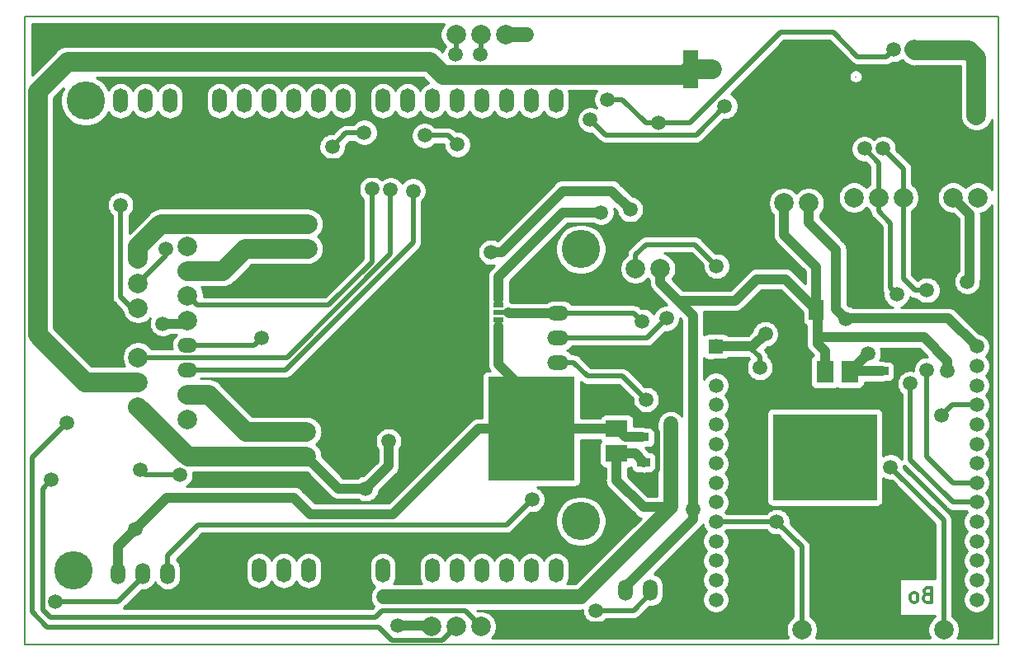
<source format=gbl>
G04 #@! TF.GenerationSoftware,KiCad,Pcbnew,(6.0.0-rc1-dev-1497-g419718b59)*
G04 #@! TF.CreationDate,2019-02-11T10:58:06+02:00
G04 #@! TF.ProjectId,MM3,4d4d332e-6b69-4636-9164-5f7063625858,rev?*
G04 #@! TF.SameCoordinates,PX3eb8464PY58619c4*
G04 #@! TF.FileFunction,Copper,L2,Bot*
G04 #@! TF.FilePolarity,Positive*
%FSLAX46Y46*%
G04 Gerber Fmt 4.6, Leading zero omitted, Abs format (unit mm)*
G04 Created by KiCad (PCBNEW (6.0.0-rc1-dev-1497-g419718b59)) date Δευ 11 Φεβ 2019 10:58:06 πμ EET*
%MOMM*%
%LPD*%
G04 APERTURE LIST*
%ADD10C,0.150000*%
%ADD11C,0.300000*%
%ADD12O,1.500000X2.500000*%
%ADD13C,3.937000*%
%ADD14C,1.500000*%
%ADD15C,0.100000*%
%ADD16O,2.200000X1.500000*%
%ADD17R,1.501140X4.000500*%
%ADD18C,2.000000*%
%ADD19O,1.500000X2.200000*%
%ADD20R,1.397000X0.889000*%
%ADD21R,0.889000X1.397000*%
%ADD22O,2.000000X1.500000*%
%ADD23R,10.668000X8.890000*%
%ADD24R,1.778000X2.286000*%
%ADD25R,1.524000X2.032000*%
%ADD26R,1.000000X0.500000*%
%ADD27R,8.890000X10.668000*%
%ADD28R,2.286000X1.778000*%
%ADD29C,2.000000*%
%ADD30C,1.000000*%
%ADD31C,0.500000*%
%ADD32C,1.500000*%
%ADD33C,0.254000*%
G04 APERTURE END LIST*
D10*
X-4950000Y-7600000D02*
X-4950000Y56900000D01*
X-4950000Y56900000D02*
X94950000Y56900000D01*
X94950000Y-7600000D02*
X-4950000Y-7600000D01*
D11*
X87585928Y-2468357D02*
X87371642Y-2539785D01*
X87300214Y-2611214D01*
X87228785Y-2754071D01*
X87228785Y-2968357D01*
X87300214Y-3111214D01*
X87371642Y-3182642D01*
X87514500Y-3254071D01*
X88085928Y-3254071D01*
X88085928Y-1754071D01*
X87585928Y-1754071D01*
X87443071Y-1825500D01*
X87371642Y-1896928D01*
X87300214Y-2039785D01*
X87300214Y-2182642D01*
X87371642Y-2325500D01*
X87443071Y-2396928D01*
X87585928Y-2468357D01*
X88085928Y-2468357D01*
X86371642Y-3254071D02*
X86514500Y-3182642D01*
X86585928Y-3111214D01*
X86657357Y-2968357D01*
X86657357Y-2539785D01*
X86585928Y-2396928D01*
X86514500Y-2325500D01*
X86371642Y-2254071D01*
X86157357Y-2254071D01*
X86014500Y-2325500D01*
X85943071Y-2396928D01*
X85871642Y-2539785D01*
X85871642Y-2968357D01*
X85943071Y-3111214D01*
X86014500Y-3182642D01*
X86157357Y-3254071D01*
X86371642Y-3254071D01*
D10*
X40532500Y-7592000D02*
X40532500Y-7592000D01*
X94950000Y56900000D02*
X94950000Y-7600000D01*
X80283500Y50764500D02*
X80283500Y50764500D01*
D12*
X49530000Y0D03*
X46990000Y0D03*
X44450000Y0D03*
X36830000Y0D03*
X39370000Y0D03*
X41910000Y0D03*
X31750000Y0D03*
X29210000Y0D03*
X26670000Y0D03*
X21590000Y0D03*
X19050000Y0D03*
X49530000Y48260000D03*
X46990000Y48260000D03*
X44450000Y48260000D03*
X41910000Y48260000D03*
X39370000Y48260000D03*
X36830000Y48260000D03*
X34290000Y48260000D03*
X31750000Y48260000D03*
X27686000Y48260000D03*
X25146000Y48260000D03*
X22606000Y48260000D03*
X20066000Y48260000D03*
X17526000Y48260000D03*
X14986000Y48260000D03*
X12446000Y48260000D03*
X9906000Y48260000D03*
X24130000Y0D03*
D13*
X52070000Y5080000D03*
X52070000Y33020000D03*
X1270000Y48260000D03*
X0Y0D03*
D12*
X7366000Y48260000D03*
X4826000Y48260000D03*
D14*
X65932500Y23015000D03*
D15*
G36*
X65182500Y23765000D02*
G01*
X66682500Y23765000D01*
X66682500Y22265000D01*
X65182500Y22265000D01*
X65182500Y23765000D01*
X65182500Y23765000D01*
G37*
D14*
X65932500Y21015000D03*
X65932500Y19015000D03*
X65932500Y17015000D03*
X65932500Y15015000D03*
X65932500Y13015000D03*
X65932500Y11015000D03*
X65932500Y9015000D03*
X65932500Y7015000D03*
X65932500Y5015000D03*
X65932500Y3015000D03*
X65932500Y1015000D03*
X65932500Y-985000D03*
X65932500Y-2985000D03*
X92682500Y-2985000D03*
X92682500Y-985000D03*
X92682500Y1015000D03*
X92682500Y3015000D03*
X92682500Y5015000D03*
X92682500Y7015000D03*
X92682500Y9015000D03*
X92682500Y11015000D03*
X92682500Y13015000D03*
X92682500Y15015000D03*
X92682500Y17015000D03*
X92682500Y19015000D03*
X92682500Y21015000D03*
X92682500Y23015000D03*
D16*
X49740000Y28984000D03*
X49740000Y26444000D03*
X49740000Y21364000D03*
X49740000Y23904000D03*
D17*
X63329000Y51526500D03*
X63329000Y40927080D03*
D18*
X23898500Y11707500D03*
X23898500Y14247500D03*
X24046000Y33061000D03*
X24046000Y35601000D03*
X92666000Y46764000D03*
X90126000Y46764000D03*
X74759000Y-6068000D03*
X77299000Y-6068000D03*
X86760500Y-6068000D03*
X89300500Y-6068000D03*
X57677500Y31016000D03*
X60217500Y31016000D03*
D19*
X61741500Y-2004000D03*
X56661500Y-2004000D03*
X59201500Y-2004000D03*
D18*
X44342500Y55082500D03*
X41802500Y55082500D03*
X39262500Y55082500D03*
X36722500Y55082500D03*
X36722500Y-5750500D03*
X39262500Y-5750500D03*
X41802500Y-5750500D03*
X44342500Y-5750500D03*
X92793000Y38318500D03*
X90253000Y38318500D03*
X87713000Y38318500D03*
X85173000Y38318500D03*
X82633000Y38318500D03*
X80093000Y38318500D03*
X72917500Y37747000D03*
X75457500Y37747000D03*
D20*
X82950500Y20475000D03*
X82950500Y18570000D03*
D21*
X76346500Y23967500D03*
X74441500Y23967500D03*
D19*
X12211500Y-289500D03*
X9671500Y-289500D03*
X4591500Y-289500D03*
X7131500Y-289500D03*
D18*
X11733500Y15554500D03*
X6653500Y16824500D03*
X11733500Y18094500D03*
X6653500Y19364500D03*
D22*
X11733500Y20634500D03*
D18*
X6653500Y21904500D03*
D22*
X11733500Y23174500D03*
D18*
X6653500Y24444500D03*
X11733500Y25714500D03*
X6653500Y26984500D03*
X11733500Y28254500D03*
X6653500Y29524500D03*
X11733500Y30794500D03*
X6653500Y32064500D03*
X11733500Y33334500D03*
D23*
X77108500Y11648500D03*
D24*
X77108500Y20411500D03*
X74568500Y20411500D03*
X79648500Y20411500D03*
D25*
X76219500Y26761500D03*
X72917500Y26761500D03*
D20*
X58550000Y9200000D03*
X58550000Y11105000D03*
X58350000Y13700000D03*
X58350000Y15605000D03*
D26*
X43650000Y25738000D03*
X43650000Y26500000D03*
X43650000Y27262000D03*
D27*
X46987000Y14560000D03*
D28*
X55750000Y14560000D03*
X55750000Y17100000D03*
X55750000Y12020000D03*
D14*
X40254623Y38800000D03*
X37250000Y19100000D03*
X30150000Y18900000D03*
X53050000Y17100000D03*
X14679319Y-2757319D03*
X26650080Y-2628558D03*
X2484009Y38943943D03*
X-650000Y42900000D03*
X28450000Y55082500D03*
X4083500Y25364500D03*
X88079177Y33183962D03*
X39348033Y41364944D03*
X24911500Y42128500D03*
X60027000Y36985000D03*
X62059000Y36985000D03*
X81490000Y-6068000D03*
X63710000Y345500D03*
X70504500Y-988000D03*
X68472500Y21046500D03*
X54150000Y36800000D03*
X91713500Y29682500D03*
X89681500Y20538500D03*
X9163500Y25364500D03*
X46501500Y55019000D03*
X33293500Y-5687000D03*
X63583000Y6251000D03*
X57150000Y37100000D03*
X42850000Y32700000D03*
X31850000Y-2700000D03*
X61529639Y50903351D03*
X65550000Y51526500D03*
X61285736Y13236000D03*
X61297000Y15077500D03*
X81553500Y22316500D03*
X34850000Y39000000D03*
X36050000Y44700000D03*
X39396288Y43775989D03*
X26557992Y43530500D03*
X29850000Y45000000D03*
X4845500Y37556500D03*
X53050000Y46300000D03*
X66850000Y47700000D03*
X6877500Y10378500D03*
X10941500Y9870500D03*
X84490462Y28380292D03*
X81172500Y43335000D03*
X85871500Y19205000D03*
X47050000Y7300000D03*
X60050000Y46000000D03*
X54750000Y48400000D03*
X87567729Y28798800D03*
X84191630Y53541951D03*
X83077500Y43335000D03*
X87586000Y20602000D03*
X32550002Y39100000D03*
X30650000Y39200000D03*
X60850000Y25900000D03*
X58757000Y17554000D03*
X72185000Y5015000D03*
X83839500Y10632500D03*
X89110000Y15966500D03*
X65996000Y31270000D03*
X53613500Y-4099500D03*
X41750000Y53000000D03*
X39250000Y53000000D03*
X-650000Y15200000D03*
X-2243005Y9362698D03*
X90824500Y53431500D03*
X88538500Y53431500D03*
X86316000Y53495000D03*
X79267500Y25872500D03*
X71003025Y24305109D03*
X70441000Y20856000D03*
X32350000Y13300000D03*
X29994500Y8405500D03*
X-1842317Y-3220026D03*
X19271032Y23927063D03*
X9525000Y33020000D03*
X6369500Y4282500D03*
X58350000Y25600000D03*
D29*
X40254623Y22104623D02*
X40254623Y38800000D01*
X40254623Y38800000D02*
X40254623Y40458354D01*
X37250000Y19100000D02*
X40254623Y22104623D01*
X40254623Y40458354D02*
X39348033Y41364944D01*
X39348033Y41364944D02*
X58085056Y41364944D01*
X58085056Y41364944D02*
X60027000Y39423000D01*
X60027000Y39423000D02*
X60027000Y36985000D01*
D30*
X55550000Y31200000D02*
X55550000Y32508000D01*
X55550000Y32508000D02*
X60027000Y36985000D01*
X53334000Y28984000D02*
X55550000Y31200000D01*
X49740000Y28984000D02*
X53334000Y28984000D01*
D11*
X37183623Y18900000D02*
X31210660Y18900000D01*
X31210660Y18900000D02*
X30150000Y18900000D01*
X40254623Y21971000D02*
X37183623Y18900000D01*
D30*
X55750000Y17100000D02*
X53050000Y17100000D01*
X55750000Y17100000D02*
X56855000Y17100000D01*
X56855000Y17100000D02*
X58350000Y15605000D01*
D31*
X59950000Y10346000D02*
X59950000Y14259000D01*
X59950000Y14259000D02*
X58604000Y15605000D01*
X58604000Y15605000D02*
X58350000Y15605000D01*
X58550000Y9200000D02*
X58804000Y9200000D01*
X58804000Y9200000D02*
X59950000Y10346000D01*
D30*
X26650080Y-2628558D02*
X26521319Y-2757319D01*
X26521319Y-2757319D02*
X14679319Y-2757319D01*
X14679319Y-2757319D02*
X12211500Y-289500D01*
X-650000Y42900000D02*
X2484009Y39765991D01*
X2484009Y39765991D02*
X2484009Y38943943D01*
X28450000Y55082500D02*
X36722500Y55082500D01*
D29*
X90126000Y46764000D02*
X88711787Y46764000D01*
X88711787Y46764000D02*
X88648287Y46827500D01*
X88648287Y46827500D02*
X69692804Y46827500D01*
X69692804Y46827500D02*
X63792384Y40927080D01*
X63792384Y40927080D02*
X63329000Y40927080D01*
X5003500Y24444500D02*
X4083500Y25364500D01*
X4083500Y25364500D02*
X2484009Y26963991D01*
D32*
X88079177Y33183962D02*
X87713000Y33550139D01*
X87713000Y33550139D02*
X87713000Y38318500D01*
D29*
X33547500Y41366500D02*
X25673500Y41366500D01*
X39348033Y41364944D02*
X33549056Y41364944D01*
X33549056Y41364944D02*
X33547500Y41366500D01*
X25673500Y41366500D02*
X24911500Y42128500D01*
X6653500Y24444500D02*
X5003500Y24444500D01*
X2484009Y26963991D02*
X2484009Y38943943D01*
X2484009Y38943943D02*
X7192566Y43652500D01*
X7192566Y43652500D02*
X10941500Y43652500D01*
X23387500Y43652500D02*
X24911500Y42128500D01*
X10941500Y43652500D02*
X23387500Y43652500D01*
D30*
X70504500Y17617500D02*
X67107000Y21015000D01*
X67107000Y21015000D02*
X65932500Y21015000D01*
X75457500Y17617500D02*
X70504500Y17617500D01*
X74441500Y23967500D02*
X74441500Y25237500D01*
X74441500Y25237500D02*
X72917500Y26761500D01*
X74441500Y23967500D02*
X74441500Y20538500D01*
X74441500Y20538500D02*
X74568500Y20411500D01*
X75457500Y17617500D02*
X74568500Y18506500D01*
X74568500Y18506500D02*
X74568500Y20411500D01*
X82061500Y17617500D02*
X75457500Y17617500D01*
X82950500Y18506500D02*
X82061500Y17617500D01*
X82950500Y18570000D02*
X82950500Y18506500D01*
D29*
X62059000Y36985000D02*
X60027000Y36985000D01*
D30*
X60344500Y-5750500D02*
X69107500Y-5750500D01*
D31*
X77299000Y-6068000D02*
X81490000Y-6068000D01*
X81490000Y-6068000D02*
X86760500Y-6068000D01*
D32*
X65932500Y21015000D02*
X68441000Y21015000D01*
X68441000Y21015000D02*
X68472500Y21046500D01*
D31*
X63710000Y345500D02*
X63710000Y-35500D01*
X63710000Y-35500D02*
X61741500Y-2004000D01*
D30*
X87713000Y41176000D02*
X90126000Y43589000D01*
X90126000Y43589000D02*
X90126000Y46764000D01*
X87713000Y38318500D02*
X87713000Y41176000D01*
X60344500Y-5750500D02*
X61741500Y-4353500D01*
X61741500Y-4353500D02*
X61741500Y-2004000D01*
X44342500Y-5750500D02*
X60344500Y-5750500D01*
X69107500Y-5750500D02*
X70504500Y-4353500D01*
X70504500Y-4353500D02*
X70504500Y-988000D01*
X53089340Y36800000D02*
X54150000Y36800000D01*
X50250000Y36800000D02*
X53089340Y36800000D01*
X43650000Y30200000D02*
X50250000Y36800000D01*
X43650000Y27900000D02*
X43650000Y30200000D01*
D31*
X43650000Y27262000D02*
X43650000Y27900000D01*
D30*
X60217500Y31016000D02*
X60217500Y29580000D01*
X60217500Y29580000D02*
X62083500Y27714000D01*
X62083500Y27714000D02*
X62069500Y27700000D01*
X91967500Y29936500D02*
X91967500Y36604000D01*
X91967500Y36604000D02*
X90253000Y38318500D01*
X91713500Y29682500D02*
X91967500Y29936500D01*
X87268500Y23967500D02*
X89681500Y21554500D01*
X89681500Y21554500D02*
X89681500Y20538500D01*
X76346500Y23967500D02*
X87268500Y23967500D01*
X70123500Y29936500D02*
X73044500Y29936500D01*
X73044500Y29936500D02*
X76219500Y26761500D01*
X67901000Y27714000D02*
X70123500Y29936500D01*
X62083500Y27714000D02*
X67901000Y27714000D01*
X72917500Y34508500D02*
X76219500Y31206500D01*
X76219500Y31206500D02*
X76219500Y26761500D01*
X72917500Y37747000D02*
X72917500Y34508500D01*
X9163500Y25364500D02*
X11383500Y25364500D01*
X11383500Y25364500D02*
X11733500Y25714500D01*
X89935500Y38001000D02*
X90253000Y38318500D01*
D32*
X44342500Y55082500D02*
X46438000Y55082500D01*
X46438000Y55082500D02*
X46501500Y55019000D01*
D30*
X33293500Y-5687000D02*
X36659000Y-5687000D01*
X36659000Y-5687000D02*
X36722500Y-5750500D01*
X63583000Y5267500D02*
X56661500Y-1654000D01*
X56661500Y-1654000D02*
X56661500Y-2004000D01*
X63583000Y6251000D02*
X63583000Y26214500D01*
X63583000Y26214500D02*
X62083500Y27714000D01*
X63583000Y6251000D02*
X63583000Y5267500D01*
X76346500Y23967500D02*
X76346500Y26634500D01*
X76346500Y26634500D02*
X76219500Y26761500D01*
X76346500Y23332500D02*
X77108500Y22570500D01*
X77108500Y22570500D02*
X77108500Y20411500D01*
X76346500Y23967500D02*
X76346500Y23332500D01*
X50210660Y39000000D02*
X55250000Y39000000D01*
X55250000Y39000000D02*
X57150000Y37100000D01*
X42850000Y32700000D02*
X43910660Y32700000D01*
X43910660Y32700000D02*
X50210660Y39000000D01*
X55750000Y12020000D02*
X57635000Y12020000D01*
X57635000Y12020000D02*
X58550000Y11105000D01*
X55713000Y9271000D02*
X55750000Y9308000D01*
X55750000Y9308000D02*
X55750000Y12020000D01*
X55713000Y9271000D02*
X58483722Y6500278D01*
X58483722Y6500278D02*
X61285736Y6500278D01*
D31*
X58495000Y11160000D02*
X58550000Y11105000D01*
D32*
X35652500Y-2702500D02*
X31852500Y-2702500D01*
X31852500Y-2702500D02*
X31850000Y-2700000D01*
X52082958Y-2702500D02*
X35652500Y-2702500D01*
X35652500Y-2702500D02*
X35650000Y-2700000D01*
D29*
X61529639Y50903351D02*
X61526288Y50900000D01*
X61526288Y50900000D02*
X37950000Y50900000D01*
X37950000Y50900000D02*
X36592645Y52257355D01*
X36592645Y52257355D02*
X-592645Y52257355D01*
X-592645Y52257355D02*
X-3650000Y49200000D01*
X-3650000Y49200000D02*
X-3650000Y24208000D01*
X-3650000Y24208000D02*
X1193500Y19364500D01*
X1193500Y19364500D02*
X6653500Y19364500D01*
X62705851Y50903351D02*
X63329000Y51526500D01*
X61529639Y50903351D02*
X62705851Y50903351D01*
X63329000Y51526500D02*
X65550000Y51526500D01*
D32*
X52082958Y-2702500D02*
X61285736Y6500278D01*
X61285736Y6500278D02*
X61285736Y15066236D01*
X61285736Y15066236D02*
X61297000Y15077500D01*
D30*
X81553500Y22316500D02*
X79648500Y20411500D01*
X82950500Y20475000D02*
X79712000Y20475000D01*
X79712000Y20475000D02*
X79648500Y20411500D01*
D31*
X11733500Y20634500D02*
X21784500Y20634500D01*
X21784500Y20634500D02*
X34850000Y33700000D01*
X34850000Y33700000D02*
X34850000Y37939340D01*
X34850000Y37939340D02*
X34850000Y39000000D01*
D11*
X39389500Y48240500D02*
X39370000Y48260000D01*
D31*
X39370000Y48260000D02*
X39370000Y47760000D01*
X36050000Y44700000D02*
X38472277Y44700000D01*
X38472277Y44700000D02*
X39396288Y43775989D01*
D11*
X39396288Y43775989D02*
X39389500Y43782777D01*
D31*
X27686000Y48260000D02*
X27686000Y47760000D01*
X26557992Y43530500D02*
X27967681Y44940189D01*
X27967681Y44940189D02*
X29790189Y44940189D01*
X29790189Y44940189D02*
X29850000Y45000000D01*
X6019500Y26984500D02*
X4845500Y28158500D01*
X4845500Y28158500D02*
X4845500Y37556500D01*
X6653500Y26984500D02*
X6019500Y26984500D01*
X66850000Y47700000D02*
X63900001Y44750001D01*
X53799999Y45550001D02*
X53050000Y46300000D01*
X54599999Y44750001D02*
X53799999Y45550001D01*
X63900001Y44750001D02*
X54599999Y44750001D01*
X46990000Y48260000D02*
X46990000Y48760000D01*
X10941500Y9870500D02*
X7385500Y9870500D01*
X7385500Y9870500D02*
X6877500Y10378500D01*
X83839500Y29031254D02*
X83839500Y35697787D01*
X83839500Y35697787D02*
X82633000Y36904287D01*
X84490462Y28380292D02*
X83839500Y29031254D01*
X82633000Y36904287D02*
X82633000Y38318500D01*
X82633000Y38318500D02*
X82633000Y41874500D01*
X82633000Y41874500D02*
X81172500Y43335000D01*
X85871500Y11394500D02*
X90251000Y7015000D01*
X90251000Y7015000D02*
X92682500Y7015000D01*
X85871500Y19205000D02*
X85871500Y11394500D01*
X47050000Y7300000D02*
X44425968Y4675968D01*
X44425968Y4675968D02*
X12825968Y4675968D01*
X12825968Y4675968D02*
X9671500Y1521500D01*
X9671500Y1521500D02*
X9671500Y-289500D01*
X49530000Y48260000D02*
X49530000Y48760000D01*
X58750000Y46000000D02*
X60050000Y46000000D01*
X60050000Y46000000D02*
X63250000Y46000000D01*
X77946127Y55319775D02*
X73650000Y55319775D01*
X63250000Y46000000D02*
X72569775Y55319775D01*
X72569775Y55319775D02*
X73650000Y55319775D01*
X56350000Y48400000D02*
X58750000Y46000000D01*
X54750000Y48400000D02*
X56350000Y48400000D01*
X87567729Y28798800D02*
X86374200Y28798800D01*
X86374200Y28798800D02*
X85173000Y30000000D01*
X85173000Y30000000D02*
X85173000Y38318500D01*
X84191630Y53541951D02*
X83441631Y52791952D01*
X83441631Y52791952D02*
X80473950Y52791952D01*
X80473950Y52791952D02*
X77946127Y55319775D01*
X85173000Y38318500D02*
X85173000Y41239500D01*
X85173000Y41239500D02*
X83077500Y43335000D01*
X87586000Y11712000D02*
X90283000Y9015000D01*
X90283000Y9015000D02*
X92682500Y9015000D01*
X87586000Y20602000D02*
X87586000Y11712000D01*
X6653500Y21904500D02*
X21954500Y21904500D01*
X21954500Y21904500D02*
X32550002Y32500002D01*
X32550002Y32500002D02*
X32550002Y38039340D01*
X32550002Y38039340D02*
X32550002Y39100000D01*
X41910000Y48260000D02*
X41910000Y47760000D01*
X41910000Y48260000D02*
X41910000Y48760000D01*
X11733500Y28254500D02*
X12733499Y27254501D01*
X12733499Y27254501D02*
X26204501Y27254501D01*
X26204501Y27254501D02*
X30650000Y31700000D01*
X30650000Y31700000D02*
X30650000Y39200000D01*
X60100001Y25150001D02*
X60850000Y25900000D01*
X58854000Y23904000D02*
X60100001Y25150001D01*
X49740000Y23904000D02*
X58854000Y23904000D01*
X46946000Y653616D02*
X46946000Y44000D01*
X46946000Y44000D02*
X46990000Y0D01*
X52737000Y19967000D02*
X56344000Y19967000D01*
X56344000Y19967000D02*
X58757000Y17554000D01*
X49740000Y21364000D02*
X51340000Y21364000D01*
X51340000Y21364000D02*
X52737000Y19967000D01*
X74759000Y-6068000D02*
X74759000Y2441000D01*
X74759000Y2441000D02*
X72185000Y5015000D01*
X72185000Y5015000D02*
X65932500Y5015000D01*
X89300500Y5171500D02*
X83839500Y10632500D01*
X90189500Y17046000D02*
X90220500Y17015000D01*
X90220500Y17015000D02*
X92682500Y17015000D01*
X89110000Y15966500D02*
X90189500Y17046000D01*
X89300500Y-6068000D02*
X89300500Y5171500D01*
X58739787Y33492500D02*
X63773500Y33492500D01*
X63773500Y33492500D02*
X65996000Y31270000D01*
X57677500Y31016000D02*
X57677500Y32430213D01*
X57677500Y32430213D02*
X58739787Y33492500D01*
X53613500Y-4099500D02*
X57456000Y-4099500D01*
X57456000Y-4099500D02*
X59201500Y-2354000D01*
X59201500Y-2354000D02*
X59201500Y-2004000D01*
X41802500Y53368000D02*
X41802500Y53052500D01*
X41802500Y53052500D02*
X41750000Y53000000D01*
X41802500Y53368000D02*
X41802500Y55082500D01*
X39262500Y55082500D02*
X39262500Y53012500D01*
X39262500Y53012500D02*
X39250000Y53000000D01*
X-650000Y15200000D02*
X-4264063Y11585937D01*
X-4264063Y11585937D02*
X-4264063Y-4235619D01*
X32711501Y-7200501D02*
X37812499Y-7200501D01*
X-4264063Y-4235619D02*
X-2667713Y-5831969D01*
X-2667713Y-5831969D02*
X31342969Y-5831969D01*
X31342969Y-5831969D02*
X32711501Y-7200501D01*
X37812499Y-7200501D02*
X38262501Y-6750499D01*
X38262501Y-6750499D02*
X39262500Y-5750500D01*
X-2243005Y9362698D02*
X-3163889Y8441814D01*
X-3163889Y8441814D02*
X-3163889Y-4004434D01*
X-3163889Y-4004434D02*
X-2400952Y-4767371D01*
X-2400952Y-4767371D02*
X31006544Y-4767371D01*
X31006544Y-4767371D02*
X31636912Y-4137003D01*
X31636912Y-4137003D02*
X40189003Y-4137003D01*
X40189003Y-4137003D02*
X41802500Y-5750500D01*
D29*
X90824500Y53431500D02*
X91885160Y53431500D01*
X91885160Y53431500D02*
X92666000Y52650660D01*
X92666000Y52650660D02*
X92666000Y46764000D01*
X88538500Y53431500D02*
X86379500Y53431500D01*
X86379500Y53431500D02*
X86316000Y53495000D01*
X90824500Y53431500D02*
X88538500Y53431500D01*
D30*
X92682500Y23015000D02*
X89779021Y25918479D01*
X89779021Y25918479D02*
X79313479Y25918479D01*
X79313479Y25918479D02*
X79267500Y25872500D01*
X79267500Y25872500D02*
X78251500Y26888500D01*
X65932500Y23015000D02*
X69712916Y23015000D01*
X69712916Y23015000D02*
X71003025Y24305109D01*
X78251500Y26888500D02*
X78251500Y32984500D01*
X78251500Y32984500D02*
X75457500Y35778500D01*
X75457500Y35778500D02*
X75457500Y37747000D01*
D31*
X69552000Y22805660D02*
X66141840Y22805660D01*
X66141840Y22805660D02*
X65932500Y23015000D01*
X70441000Y21916660D02*
X69552000Y22805660D01*
X70441000Y20856000D02*
X70441000Y21916660D01*
D30*
X29994500Y8405500D02*
X27200500Y8405500D01*
X27200500Y8405500D02*
X23898500Y11707500D01*
X32350000Y13300000D02*
X32350000Y10761000D01*
X32350000Y10761000D02*
X29994500Y8405500D01*
D29*
X23898500Y11707500D02*
X11770500Y11707500D01*
X11770500Y11707500D02*
X6653500Y16824500D01*
X17740500Y14247500D02*
X13893500Y18094500D01*
X13893500Y18094500D02*
X11733500Y18094500D01*
X23898500Y14247500D02*
X17740500Y14247500D01*
X11733500Y30794500D02*
X15355500Y30794500D01*
X15355500Y30794500D02*
X17622000Y33061000D01*
X17622000Y33061000D02*
X24046000Y33061000D01*
X8986000Y35601000D02*
X6653500Y33268500D01*
X6653500Y33268500D02*
X6653500Y32064500D01*
X24046000Y35601000D02*
X8986000Y35601000D01*
D31*
X4550974Y-3220026D02*
X-781657Y-3220026D01*
X7131500Y-289500D02*
X7131500Y-639500D01*
X7131500Y-639500D02*
X4550974Y-3220026D01*
X-781657Y-3220026D02*
X-1842317Y-3220026D01*
X18518469Y23174500D02*
X11733500Y23174500D01*
X19271032Y23927063D02*
X18518469Y23174500D01*
X9525000Y32396000D02*
X9525000Y33020000D01*
X6653500Y29524500D02*
X9525000Y32396000D01*
D30*
X24350000Y5800000D02*
X32782000Y5800000D01*
X32782000Y5800000D02*
X41542000Y14560000D01*
X41542000Y14560000D02*
X46987000Y14560000D01*
X22650000Y7500000D02*
X24350000Y5800000D01*
X9587000Y7500000D02*
X22650000Y7500000D01*
X6369500Y4282500D02*
X9587000Y7500000D01*
X43650000Y25100000D02*
X43650000Y21200000D01*
X46987000Y17863000D02*
X46987000Y14560000D01*
X43650000Y21200000D02*
X46987000Y17863000D01*
D31*
X43650000Y25738000D02*
X43650000Y25100000D01*
X43650000Y17897000D02*
X46987000Y14560000D01*
D30*
X55750000Y14560000D02*
X46987000Y14560000D01*
X58350000Y13700000D02*
X56610000Y13700000D01*
X56610000Y13700000D02*
X55750000Y14560000D01*
X4591500Y-289500D02*
X4591500Y2504500D01*
X4591500Y2504500D02*
X6369500Y4282500D01*
D31*
X43650000Y26500000D02*
X44650000Y26500000D01*
D30*
X44650000Y26500000D02*
X44706000Y26444000D01*
X44706000Y26444000D02*
X49740000Y26444000D01*
D31*
X49740000Y26444000D02*
X57506000Y26444000D01*
X57506000Y26444000D02*
X58350000Y25600000D01*
D33*
G36*
X74819428Y26556440D02*
G01*
X74819428Y25745500D01*
X74831688Y25621018D01*
X74867998Y25501320D01*
X74926963Y25391006D01*
X75006315Y25294315D01*
X75103006Y25214963D01*
X75211500Y25156971D01*
X75211500Y24023252D01*
X75206009Y23967500D01*
X75211500Y23911749D01*
X75211500Y23388251D01*
X75206009Y23332500D01*
X75211500Y23276749D01*
X75211500Y23276748D01*
X75227923Y23110001D01*
X75292824Y22896053D01*
X75398217Y22698877D01*
X75540052Y22526051D01*
X75583360Y22490509D01*
X75945699Y22128169D01*
X75865006Y22085037D01*
X75768315Y22005685D01*
X75688963Y21908994D01*
X75629998Y21798680D01*
X75593688Y21678982D01*
X75581428Y21554500D01*
X75581428Y19268500D01*
X75593688Y19144018D01*
X75629998Y19024320D01*
X75688963Y18914006D01*
X75768315Y18817315D01*
X75865006Y18737963D01*
X75975320Y18678998D01*
X76095018Y18642688D01*
X76219500Y18630428D01*
X77997500Y18630428D01*
X78121982Y18642688D01*
X78241680Y18678998D01*
X78351994Y18737963D01*
X78378500Y18759716D01*
X78405006Y18737963D01*
X78515320Y18678998D01*
X78635018Y18642688D01*
X78759500Y18630428D01*
X80537500Y18630428D01*
X80661982Y18642688D01*
X80781680Y18678998D01*
X80891994Y18737963D01*
X80988685Y18817315D01*
X81068037Y18914006D01*
X81127002Y19024320D01*
X81163312Y19144018D01*
X81175572Y19268500D01*
X81175572Y19340000D01*
X83006252Y19340000D01*
X83172999Y19356423D01*
X83291691Y19392428D01*
X83649000Y19392428D01*
X83773482Y19404688D01*
X83893180Y19440998D01*
X84003494Y19499963D01*
X84100185Y19579315D01*
X84179537Y19676006D01*
X84238502Y19786320D01*
X84274812Y19906018D01*
X84287072Y20030500D01*
X84287072Y20919500D01*
X84274812Y21043982D01*
X84238502Y21163680D01*
X84179537Y21273994D01*
X84100185Y21370685D01*
X84003494Y21450037D01*
X83893180Y21509002D01*
X83773482Y21545312D01*
X83649000Y21557572D01*
X83291691Y21557572D01*
X83172999Y21593577D01*
X83006252Y21610000D01*
X82747157Y21610000D01*
X82780871Y21660457D01*
X82885275Y21912511D01*
X82938500Y22180089D01*
X82938500Y22452911D01*
X82885275Y22720489D01*
X82838879Y22832500D01*
X86798369Y22832500D01*
X87643869Y21987000D01*
X87449589Y21987000D01*
X87182011Y21933775D01*
X86929957Y21829371D01*
X86703114Y21677799D01*
X86510201Y21484886D01*
X86358629Y21258043D01*
X86254225Y21005989D01*
X86201000Y20738411D01*
X86201000Y20551592D01*
X86007911Y20590000D01*
X85735089Y20590000D01*
X85467511Y20536775D01*
X85215457Y20432371D01*
X84988614Y20280799D01*
X84795701Y20087886D01*
X84644129Y19861043D01*
X84539725Y19608989D01*
X84486500Y19341411D01*
X84486500Y19068589D01*
X84539725Y18801011D01*
X84644129Y18548957D01*
X84795701Y18322114D01*
X84986500Y18131315D01*
X84986501Y11437979D01*
X84983999Y11412570D01*
X84915299Y11515386D01*
X84722386Y11708299D01*
X84495543Y11859871D01*
X84243489Y11964275D01*
X83975911Y12017500D01*
X83703089Y12017500D01*
X83435511Y11964275D01*
X83183457Y11859871D01*
X83080572Y11791125D01*
X83080572Y16093500D01*
X83068312Y16217982D01*
X83032002Y16337680D01*
X82973037Y16447994D01*
X82893685Y16544685D01*
X82796994Y16624037D01*
X82686680Y16683002D01*
X82566982Y16719312D01*
X82442500Y16731572D01*
X71774500Y16731572D01*
X71650018Y16719312D01*
X71530320Y16683002D01*
X71420006Y16624037D01*
X71323315Y16544685D01*
X71243963Y16447994D01*
X71184998Y16337680D01*
X71148688Y16217982D01*
X71136428Y16093500D01*
X71136428Y7203500D01*
X71148688Y7079018D01*
X71184998Y6959320D01*
X71243963Y6849006D01*
X71323315Y6752315D01*
X71420006Y6672963D01*
X71530320Y6613998D01*
X71650018Y6577688D01*
X71774500Y6565428D01*
X82442500Y6565428D01*
X82566982Y6577688D01*
X82686680Y6613998D01*
X82796994Y6672963D01*
X82893685Y6752315D01*
X82973037Y6849006D01*
X83032002Y6959320D01*
X83068312Y7079018D01*
X83080572Y7203500D01*
X83080572Y9473875D01*
X83183457Y9405129D01*
X83435511Y9300725D01*
X83703089Y9247500D01*
X83972922Y9247500D01*
X88415501Y4804920D01*
X88415500Y-785500D01*
X84800929Y-785500D01*
X84800929Y-4605500D01*
X88415500Y-4605500D01*
X88415500Y-4692940D01*
X88258248Y-4798013D01*
X88030513Y-5025748D01*
X87851582Y-5293537D01*
X87728332Y-5591088D01*
X87665500Y-5906967D01*
X87665500Y-6229033D01*
X87728332Y-6544912D01*
X87851582Y-6842463D01*
X87883345Y-6890000D01*
X76176155Y-6890000D01*
X76207918Y-6842463D01*
X76331168Y-6544912D01*
X76394000Y-6229033D01*
X76394000Y-5906967D01*
X76331168Y-5591088D01*
X76207918Y-5293537D01*
X76028987Y-5025748D01*
X75801252Y-4798013D01*
X75644000Y-4692941D01*
X75644000Y2397531D01*
X75648281Y2441000D01*
X75644000Y2484469D01*
X75644000Y2484477D01*
X75631195Y2614490D01*
X75580589Y2781313D01*
X75498411Y2935059D01*
X75387817Y3069817D01*
X75354049Y3097530D01*
X73570000Y4881578D01*
X73570000Y5151411D01*
X73516775Y5418989D01*
X73412371Y5671043D01*
X73260799Y5897886D01*
X73067886Y6090799D01*
X72841043Y6242371D01*
X72588989Y6346775D01*
X72321411Y6400000D01*
X72048589Y6400000D01*
X71781011Y6346775D01*
X71528957Y6242371D01*
X71302114Y6090799D01*
X71111315Y5900000D01*
X67006185Y5900000D01*
X66891185Y6015000D01*
X67008299Y6132114D01*
X67159871Y6358957D01*
X67264275Y6611011D01*
X67317500Y6878589D01*
X67317500Y7151411D01*
X67264275Y7418989D01*
X67159871Y7671043D01*
X67008299Y7897886D01*
X66891185Y8015000D01*
X67008299Y8132114D01*
X67159871Y8358957D01*
X67264275Y8611011D01*
X67317500Y8878589D01*
X67317500Y9151411D01*
X67264275Y9418989D01*
X67159871Y9671043D01*
X67008299Y9897886D01*
X66891185Y10015000D01*
X67008299Y10132114D01*
X67159871Y10358957D01*
X67264275Y10611011D01*
X67317500Y10878589D01*
X67317500Y11151411D01*
X67264275Y11418989D01*
X67159871Y11671043D01*
X67008299Y11897886D01*
X66891185Y12015000D01*
X67008299Y12132114D01*
X67159871Y12358957D01*
X67264275Y12611011D01*
X67317500Y12878589D01*
X67317500Y13151411D01*
X67264275Y13418989D01*
X67159871Y13671043D01*
X67008299Y13897886D01*
X66891185Y14015000D01*
X67008299Y14132114D01*
X67159871Y14358957D01*
X67264275Y14611011D01*
X67317500Y14878589D01*
X67317500Y15151411D01*
X67264275Y15418989D01*
X67159871Y15671043D01*
X67008299Y15897886D01*
X66891185Y16015000D01*
X67008299Y16132114D01*
X67159871Y16358957D01*
X67264275Y16611011D01*
X67317500Y16878589D01*
X67317500Y17151411D01*
X67264275Y17418989D01*
X67159871Y17671043D01*
X67008299Y17897886D01*
X66891185Y18015000D01*
X67008299Y18132114D01*
X67159871Y18358957D01*
X67264275Y18611011D01*
X67317500Y18878589D01*
X67317500Y19151411D01*
X67264275Y19418989D01*
X67159871Y19671043D01*
X67008299Y19897886D01*
X66815386Y20090799D01*
X66588543Y20242371D01*
X66336489Y20346775D01*
X66068911Y20400000D01*
X65796089Y20400000D01*
X65528511Y20346775D01*
X65276457Y20242371D01*
X65049614Y20090799D01*
X64856701Y19897886D01*
X64718000Y19690306D01*
X64718000Y21830039D01*
X64731315Y21813815D01*
X64828006Y21734463D01*
X64938320Y21675498D01*
X65058018Y21639188D01*
X65182500Y21626928D01*
X66682500Y21626928D01*
X66806982Y21639188D01*
X66926680Y21675498D01*
X67036994Y21734463D01*
X67133685Y21813815D01*
X67188001Y21880000D01*
X69226082Y21880000D01*
X69366198Y21739883D01*
X69365201Y21738886D01*
X69213629Y21512043D01*
X69109225Y21259989D01*
X69056000Y20992411D01*
X69056000Y20719589D01*
X69109225Y20452011D01*
X69213629Y20199957D01*
X69365201Y19973114D01*
X69558114Y19780201D01*
X69784957Y19628629D01*
X70037011Y19524225D01*
X70304589Y19471000D01*
X70577411Y19471000D01*
X70844989Y19524225D01*
X71097043Y19628629D01*
X71323886Y19780201D01*
X71516799Y19973114D01*
X71668371Y20199957D01*
X71772775Y20452011D01*
X71826000Y20719589D01*
X71826000Y20992411D01*
X71772775Y21259989D01*
X71668371Y21512043D01*
X71516799Y21738886D01*
X71329326Y21926359D01*
X71326000Y21960129D01*
X71326000Y21960137D01*
X71313195Y22090150D01*
X71262589Y22256973D01*
X71180411Y22410719D01*
X71069817Y22545477D01*
X71036049Y22573190D01*
X70956143Y22653096D01*
X71243946Y22940897D01*
X71407014Y22973334D01*
X71659068Y23077738D01*
X71885911Y23229310D01*
X72078824Y23422223D01*
X72230396Y23649066D01*
X72334800Y23901120D01*
X72388025Y24168698D01*
X72388025Y24441520D01*
X72334800Y24709098D01*
X72230396Y24961152D01*
X72078824Y25187995D01*
X71885911Y25380908D01*
X71659068Y25532480D01*
X71407014Y25636884D01*
X71139436Y25690109D01*
X70866614Y25690109D01*
X70599036Y25636884D01*
X70346982Y25532480D01*
X70120139Y25380908D01*
X69927226Y25187995D01*
X69775654Y24961152D01*
X69671250Y24709098D01*
X69638813Y24546030D01*
X69242784Y24150000D01*
X67188001Y24150000D01*
X67133685Y24216185D01*
X67036994Y24295537D01*
X66926680Y24354502D01*
X66806982Y24390812D01*
X66682500Y24403072D01*
X65182500Y24403072D01*
X65058018Y24390812D01*
X64938320Y24354502D01*
X64828006Y24295537D01*
X64731315Y24216185D01*
X64718000Y24199961D01*
X64718000Y26158759D01*
X64723490Y26214501D01*
X64718000Y26270243D01*
X64718000Y26270252D01*
X64701577Y26436999D01*
X64658501Y26579000D01*
X67845249Y26579000D01*
X67901000Y26573509D01*
X67956751Y26579000D01*
X67956752Y26579000D01*
X68123499Y26595423D01*
X68337447Y26660324D01*
X68534623Y26765716D01*
X68707449Y26907551D01*
X68742996Y26950864D01*
X70593633Y28801500D01*
X72574369Y28801500D01*
X74819428Y26556440D01*
X74819428Y26556440D01*
G37*
X74819428Y26556440D02*
X74819428Y25745500D01*
X74831688Y25621018D01*
X74867998Y25501320D01*
X74926963Y25391006D01*
X75006315Y25294315D01*
X75103006Y25214963D01*
X75211500Y25156971D01*
X75211500Y24023252D01*
X75206009Y23967500D01*
X75211500Y23911749D01*
X75211500Y23388251D01*
X75206009Y23332500D01*
X75211500Y23276749D01*
X75211500Y23276748D01*
X75227923Y23110001D01*
X75292824Y22896053D01*
X75398217Y22698877D01*
X75540052Y22526051D01*
X75583360Y22490509D01*
X75945699Y22128169D01*
X75865006Y22085037D01*
X75768315Y22005685D01*
X75688963Y21908994D01*
X75629998Y21798680D01*
X75593688Y21678982D01*
X75581428Y21554500D01*
X75581428Y19268500D01*
X75593688Y19144018D01*
X75629998Y19024320D01*
X75688963Y18914006D01*
X75768315Y18817315D01*
X75865006Y18737963D01*
X75975320Y18678998D01*
X76095018Y18642688D01*
X76219500Y18630428D01*
X77997500Y18630428D01*
X78121982Y18642688D01*
X78241680Y18678998D01*
X78351994Y18737963D01*
X78378500Y18759716D01*
X78405006Y18737963D01*
X78515320Y18678998D01*
X78635018Y18642688D01*
X78759500Y18630428D01*
X80537500Y18630428D01*
X80661982Y18642688D01*
X80781680Y18678998D01*
X80891994Y18737963D01*
X80988685Y18817315D01*
X81068037Y18914006D01*
X81127002Y19024320D01*
X81163312Y19144018D01*
X81175572Y19268500D01*
X81175572Y19340000D01*
X83006252Y19340000D01*
X83172999Y19356423D01*
X83291691Y19392428D01*
X83649000Y19392428D01*
X83773482Y19404688D01*
X83893180Y19440998D01*
X84003494Y19499963D01*
X84100185Y19579315D01*
X84179537Y19676006D01*
X84238502Y19786320D01*
X84274812Y19906018D01*
X84287072Y20030500D01*
X84287072Y20919500D01*
X84274812Y21043982D01*
X84238502Y21163680D01*
X84179537Y21273994D01*
X84100185Y21370685D01*
X84003494Y21450037D01*
X83893180Y21509002D01*
X83773482Y21545312D01*
X83649000Y21557572D01*
X83291691Y21557572D01*
X83172999Y21593577D01*
X83006252Y21610000D01*
X82747157Y21610000D01*
X82780871Y21660457D01*
X82885275Y21912511D01*
X82938500Y22180089D01*
X82938500Y22452911D01*
X82885275Y22720489D01*
X82838879Y22832500D01*
X86798369Y22832500D01*
X87643869Y21987000D01*
X87449589Y21987000D01*
X87182011Y21933775D01*
X86929957Y21829371D01*
X86703114Y21677799D01*
X86510201Y21484886D01*
X86358629Y21258043D01*
X86254225Y21005989D01*
X86201000Y20738411D01*
X86201000Y20551592D01*
X86007911Y20590000D01*
X85735089Y20590000D01*
X85467511Y20536775D01*
X85215457Y20432371D01*
X84988614Y20280799D01*
X84795701Y20087886D01*
X84644129Y19861043D01*
X84539725Y19608989D01*
X84486500Y19341411D01*
X84486500Y19068589D01*
X84539725Y18801011D01*
X84644129Y18548957D01*
X84795701Y18322114D01*
X84986500Y18131315D01*
X84986501Y11437979D01*
X84983999Y11412570D01*
X84915299Y11515386D01*
X84722386Y11708299D01*
X84495543Y11859871D01*
X84243489Y11964275D01*
X83975911Y12017500D01*
X83703089Y12017500D01*
X83435511Y11964275D01*
X83183457Y11859871D01*
X83080572Y11791125D01*
X83080572Y16093500D01*
X83068312Y16217982D01*
X83032002Y16337680D01*
X82973037Y16447994D01*
X82893685Y16544685D01*
X82796994Y16624037D01*
X82686680Y16683002D01*
X82566982Y16719312D01*
X82442500Y16731572D01*
X71774500Y16731572D01*
X71650018Y16719312D01*
X71530320Y16683002D01*
X71420006Y16624037D01*
X71323315Y16544685D01*
X71243963Y16447994D01*
X71184998Y16337680D01*
X71148688Y16217982D01*
X71136428Y16093500D01*
X71136428Y7203500D01*
X71148688Y7079018D01*
X71184998Y6959320D01*
X71243963Y6849006D01*
X71323315Y6752315D01*
X71420006Y6672963D01*
X71530320Y6613998D01*
X71650018Y6577688D01*
X71774500Y6565428D01*
X82442500Y6565428D01*
X82566982Y6577688D01*
X82686680Y6613998D01*
X82796994Y6672963D01*
X82893685Y6752315D01*
X82973037Y6849006D01*
X83032002Y6959320D01*
X83068312Y7079018D01*
X83080572Y7203500D01*
X83080572Y9473875D01*
X83183457Y9405129D01*
X83435511Y9300725D01*
X83703089Y9247500D01*
X83972922Y9247500D01*
X88415501Y4804920D01*
X88415500Y-785500D01*
X84800929Y-785500D01*
X84800929Y-4605500D01*
X88415500Y-4605500D01*
X88415500Y-4692940D01*
X88258248Y-4798013D01*
X88030513Y-5025748D01*
X87851582Y-5293537D01*
X87728332Y-5591088D01*
X87665500Y-5906967D01*
X87665500Y-6229033D01*
X87728332Y-6544912D01*
X87851582Y-6842463D01*
X87883345Y-6890000D01*
X76176155Y-6890000D01*
X76207918Y-6842463D01*
X76331168Y-6544912D01*
X76394000Y-6229033D01*
X76394000Y-5906967D01*
X76331168Y-5591088D01*
X76207918Y-5293537D01*
X76028987Y-5025748D01*
X75801252Y-4798013D01*
X75644000Y-4692941D01*
X75644000Y2397531D01*
X75648281Y2441000D01*
X75644000Y2484469D01*
X75644000Y2484477D01*
X75631195Y2614490D01*
X75580589Y2781313D01*
X75498411Y2935059D01*
X75387817Y3069817D01*
X75354049Y3097530D01*
X73570000Y4881578D01*
X73570000Y5151411D01*
X73516775Y5418989D01*
X73412371Y5671043D01*
X73260799Y5897886D01*
X73067886Y6090799D01*
X72841043Y6242371D01*
X72588989Y6346775D01*
X72321411Y6400000D01*
X72048589Y6400000D01*
X71781011Y6346775D01*
X71528957Y6242371D01*
X71302114Y6090799D01*
X71111315Y5900000D01*
X67006185Y5900000D01*
X66891185Y6015000D01*
X67008299Y6132114D01*
X67159871Y6358957D01*
X67264275Y6611011D01*
X67317500Y6878589D01*
X67317500Y7151411D01*
X67264275Y7418989D01*
X67159871Y7671043D01*
X67008299Y7897886D01*
X66891185Y8015000D01*
X67008299Y8132114D01*
X67159871Y8358957D01*
X67264275Y8611011D01*
X67317500Y8878589D01*
X67317500Y9151411D01*
X67264275Y9418989D01*
X67159871Y9671043D01*
X67008299Y9897886D01*
X66891185Y10015000D01*
X67008299Y10132114D01*
X67159871Y10358957D01*
X67264275Y10611011D01*
X67317500Y10878589D01*
X67317500Y11151411D01*
X67264275Y11418989D01*
X67159871Y11671043D01*
X67008299Y11897886D01*
X66891185Y12015000D01*
X67008299Y12132114D01*
X67159871Y12358957D01*
X67264275Y12611011D01*
X67317500Y12878589D01*
X67317500Y13151411D01*
X67264275Y13418989D01*
X67159871Y13671043D01*
X67008299Y13897886D01*
X66891185Y14015000D01*
X67008299Y14132114D01*
X67159871Y14358957D01*
X67264275Y14611011D01*
X67317500Y14878589D01*
X67317500Y15151411D01*
X67264275Y15418989D01*
X67159871Y15671043D01*
X67008299Y15897886D01*
X66891185Y16015000D01*
X67008299Y16132114D01*
X67159871Y16358957D01*
X67264275Y16611011D01*
X67317500Y16878589D01*
X67317500Y17151411D01*
X67264275Y17418989D01*
X67159871Y17671043D01*
X67008299Y17897886D01*
X66891185Y18015000D01*
X67008299Y18132114D01*
X67159871Y18358957D01*
X67264275Y18611011D01*
X67317500Y18878589D01*
X67317500Y19151411D01*
X67264275Y19418989D01*
X67159871Y19671043D01*
X67008299Y19897886D01*
X66815386Y20090799D01*
X66588543Y20242371D01*
X66336489Y20346775D01*
X66068911Y20400000D01*
X65796089Y20400000D01*
X65528511Y20346775D01*
X65276457Y20242371D01*
X65049614Y20090799D01*
X64856701Y19897886D01*
X64718000Y19690306D01*
X64718000Y21830039D01*
X64731315Y21813815D01*
X64828006Y21734463D01*
X64938320Y21675498D01*
X65058018Y21639188D01*
X65182500Y21626928D01*
X66682500Y21626928D01*
X66806982Y21639188D01*
X66926680Y21675498D01*
X67036994Y21734463D01*
X67133685Y21813815D01*
X67188001Y21880000D01*
X69226082Y21880000D01*
X69366198Y21739883D01*
X69365201Y21738886D01*
X69213629Y21512043D01*
X69109225Y21259989D01*
X69056000Y20992411D01*
X69056000Y20719589D01*
X69109225Y20452011D01*
X69213629Y20199957D01*
X69365201Y19973114D01*
X69558114Y19780201D01*
X69784957Y19628629D01*
X70037011Y19524225D01*
X70304589Y19471000D01*
X70577411Y19471000D01*
X70844989Y19524225D01*
X71097043Y19628629D01*
X71323886Y19780201D01*
X71516799Y19973114D01*
X71668371Y20199957D01*
X71772775Y20452011D01*
X71826000Y20719589D01*
X71826000Y20992411D01*
X71772775Y21259989D01*
X71668371Y21512043D01*
X71516799Y21738886D01*
X71329326Y21926359D01*
X71326000Y21960129D01*
X71326000Y21960137D01*
X71313195Y22090150D01*
X71262589Y22256973D01*
X71180411Y22410719D01*
X71069817Y22545477D01*
X71036049Y22573190D01*
X70956143Y22653096D01*
X71243946Y22940897D01*
X71407014Y22973334D01*
X71659068Y23077738D01*
X71885911Y23229310D01*
X72078824Y23422223D01*
X72230396Y23649066D01*
X72334800Y23901120D01*
X72388025Y24168698D01*
X72388025Y24441520D01*
X72334800Y24709098D01*
X72230396Y24961152D01*
X72078824Y25187995D01*
X71885911Y25380908D01*
X71659068Y25532480D01*
X71407014Y25636884D01*
X71139436Y25690109D01*
X70866614Y25690109D01*
X70599036Y25636884D01*
X70346982Y25532480D01*
X70120139Y25380908D01*
X69927226Y25187995D01*
X69775654Y24961152D01*
X69671250Y24709098D01*
X69638813Y24546030D01*
X69242784Y24150000D01*
X67188001Y24150000D01*
X67133685Y24216185D01*
X67036994Y24295537D01*
X66926680Y24354502D01*
X66806982Y24390812D01*
X66682500Y24403072D01*
X65182500Y24403072D01*
X65058018Y24390812D01*
X64938320Y24354502D01*
X64828006Y24295537D01*
X64731315Y24216185D01*
X64718000Y24199961D01*
X64718000Y26158759D01*
X64723490Y26214501D01*
X64718000Y26270243D01*
X64718000Y26270252D01*
X64701577Y26436999D01*
X64658501Y26579000D01*
X67845249Y26579000D01*
X67901000Y26573509D01*
X67956751Y26579000D01*
X67956752Y26579000D01*
X68123499Y26595423D01*
X68337447Y26660324D01*
X68534623Y26765716D01*
X68707449Y26907551D01*
X68742996Y26950864D01*
X70593633Y28801500D01*
X72574369Y28801500D01*
X74819428Y26556440D01*
G36*
X79817420Y52196903D02*
G01*
X79845133Y52163135D01*
X79878901Y52135422D01*
X79878903Y52135420D01*
X79979891Y52052541D01*
X80133636Y51970363D01*
X80244149Y51936839D01*
X80300460Y51919757D01*
X80430473Y51906952D01*
X80430481Y51906952D01*
X80473950Y51902671D01*
X80517419Y51906952D01*
X83398162Y51906952D01*
X83441631Y51902671D01*
X83485100Y51906952D01*
X83485108Y51906952D01*
X83615121Y51919757D01*
X83781944Y51970363D01*
X83935690Y52052541D01*
X84062913Y52156951D01*
X84328041Y52156951D01*
X84595619Y52210176D01*
X84847673Y52314580D01*
X85055613Y52453522D01*
X85103085Y52395677D01*
X85166577Y52332185D01*
X85217786Y52269786D01*
X85466748Y52065469D01*
X85750785Y51913648D01*
X85970442Y51847016D01*
X86058984Y51820157D01*
X86379500Y51788588D01*
X86459830Y51796500D01*
X91031000Y51796500D01*
X91031001Y46925038D01*
X91031000Y46925033D01*
X91031000Y46602967D01*
X91046748Y46523797D01*
X91054658Y46443484D01*
X91078084Y46366258D01*
X91093832Y46287088D01*
X91124722Y46212512D01*
X91148149Y46135285D01*
X91186192Y46064111D01*
X91217082Y45989537D01*
X91261926Y45922423D01*
X91299970Y45851248D01*
X91351170Y45788861D01*
X91396013Y45721748D01*
X91453085Y45664676D01*
X91504287Y45602286D01*
X91566677Y45551084D01*
X91623748Y45494013D01*
X91690860Y45449170D01*
X91753249Y45397969D01*
X91824427Y45359924D01*
X91891537Y45315082D01*
X91966107Y45284194D01*
X92037286Y45246148D01*
X92114518Y45222720D01*
X92189088Y45191832D01*
X92268252Y45176085D01*
X92345485Y45152657D01*
X92425806Y45144746D01*
X92504967Y45129000D01*
X92585678Y45129000D01*
X92666000Y45121089D01*
X92746322Y45129000D01*
X92827033Y45129000D01*
X92906193Y45144746D01*
X92986516Y45152657D01*
X93063751Y45176086D01*
X93142912Y45191832D01*
X93217479Y45222719D01*
X93294715Y45246148D01*
X93365898Y45284196D01*
X93440463Y45315082D01*
X93507569Y45359921D01*
X93578752Y45397969D01*
X93641146Y45449174D01*
X93708252Y45494013D01*
X93765319Y45551080D01*
X93827714Y45602286D01*
X93878920Y45664681D01*
X93935987Y45721748D01*
X93980826Y45788854D01*
X94032031Y45851248D01*
X94070079Y45922431D01*
X94114918Y45989537D01*
X94145804Y46064102D01*
X94183852Y46135285D01*
X94207281Y46212521D01*
X94238168Y46287088D01*
X94240000Y46296299D01*
X94240000Y39095833D01*
X94062987Y39360752D01*
X93835252Y39588487D01*
X93567463Y39767418D01*
X93269912Y39890668D01*
X92954033Y39953500D01*
X92631967Y39953500D01*
X92316088Y39890668D01*
X92018537Y39767418D01*
X91750748Y39588487D01*
X91523013Y39360752D01*
X91523000Y39360733D01*
X91522987Y39360752D01*
X91295252Y39588487D01*
X91027463Y39767418D01*
X90729912Y39890668D01*
X90414033Y39953500D01*
X90091967Y39953500D01*
X89776088Y39890668D01*
X89478537Y39767418D01*
X89210748Y39588487D01*
X88983013Y39360752D01*
X88804082Y39092963D01*
X88680832Y38795412D01*
X88618000Y38479533D01*
X88618000Y38157467D01*
X88680832Y37841588D01*
X88804082Y37544037D01*
X88983013Y37276248D01*
X89210748Y37048513D01*
X89478537Y36869582D01*
X89776088Y36746332D01*
X90091967Y36683500D01*
X90282869Y36683500D01*
X90832501Y36133867D01*
X90832500Y30759559D01*
X90830614Y30758299D01*
X90637701Y30565386D01*
X90486129Y30338543D01*
X90381725Y30086489D01*
X90328500Y29818911D01*
X90328500Y29546089D01*
X90381725Y29278511D01*
X90486129Y29026457D01*
X90637701Y28799614D01*
X90830614Y28606701D01*
X91057457Y28455129D01*
X91309511Y28350725D01*
X91577089Y28297500D01*
X91849911Y28297500D01*
X92117489Y28350725D01*
X92369543Y28455129D01*
X92596386Y28606701D01*
X92789299Y28799614D01*
X92940871Y29026457D01*
X93045275Y29278511D01*
X93098500Y29546089D01*
X93098500Y29818911D01*
X93097102Y29825940D01*
X93102500Y29880748D01*
X93102500Y29880757D01*
X93107990Y29936499D01*
X93102500Y29992241D01*
X93102500Y36548249D01*
X93107991Y36604001D01*
X93097353Y36712008D01*
X93269912Y36746332D01*
X93567463Y36869582D01*
X93835252Y37048513D01*
X94062987Y37276248D01*
X94240000Y37541167D01*
X94240001Y-6890000D01*
X90717655Y-6890000D01*
X90749418Y-6842463D01*
X90872668Y-6544912D01*
X90935500Y-6229033D01*
X90935500Y-5906967D01*
X90872668Y-5591088D01*
X90749418Y-5293537D01*
X90570487Y-5025748D01*
X90342752Y-4798013D01*
X90185500Y-4692941D01*
X90185500Y5128035D01*
X90189781Y5171501D01*
X90185500Y5214967D01*
X90185500Y5214977D01*
X90172695Y5344990D01*
X90122089Y5511813D01*
X90039911Y5665559D01*
X89989414Y5727089D01*
X89957032Y5766547D01*
X89957030Y5766549D01*
X89929317Y5800317D01*
X89895549Y5828030D01*
X85224500Y10499078D01*
X85224500Y10768911D01*
X85219530Y10793896D01*
X85242684Y10765683D01*
X85276451Y10737970D01*
X89594470Y6419951D01*
X89622183Y6386183D01*
X89655951Y6358470D01*
X89655953Y6358468D01*
X89670201Y6346775D01*
X89756941Y6275589D01*
X89910687Y6193411D01*
X90077510Y6142805D01*
X90207523Y6130000D01*
X90207533Y6130000D01*
X90250999Y6125719D01*
X90294465Y6130000D01*
X91608815Y6130000D01*
X91723815Y6015000D01*
X91606701Y5897886D01*
X91455129Y5671043D01*
X91350725Y5418989D01*
X91297500Y5151411D01*
X91297500Y4878589D01*
X91350725Y4611011D01*
X91455129Y4358957D01*
X91606701Y4132114D01*
X91723815Y4015000D01*
X91606701Y3897886D01*
X91455129Y3671043D01*
X91350725Y3418989D01*
X91297500Y3151411D01*
X91297500Y2878589D01*
X91350725Y2611011D01*
X91455129Y2358957D01*
X91606701Y2132114D01*
X91723815Y2015000D01*
X91606701Y1897886D01*
X91455129Y1671043D01*
X91350725Y1418989D01*
X91297500Y1151411D01*
X91297500Y878589D01*
X91350725Y611011D01*
X91455129Y358957D01*
X91606701Y132114D01*
X91723815Y15000D01*
X91606701Y-102114D01*
X91455129Y-328957D01*
X91350725Y-581011D01*
X91297500Y-848589D01*
X91297500Y-1121411D01*
X91350725Y-1388989D01*
X91455129Y-1641043D01*
X91606701Y-1867886D01*
X91723815Y-1985000D01*
X91606701Y-2102114D01*
X91455129Y-2328957D01*
X91350725Y-2581011D01*
X91297500Y-2848589D01*
X91297500Y-3121411D01*
X91350725Y-3388989D01*
X91455129Y-3641043D01*
X91606701Y-3867886D01*
X91799614Y-4060799D01*
X92026457Y-4212371D01*
X92278511Y-4316775D01*
X92546089Y-4370000D01*
X92818911Y-4370000D01*
X93086489Y-4316775D01*
X93338543Y-4212371D01*
X93565386Y-4060799D01*
X93758299Y-3867886D01*
X93909871Y-3641043D01*
X94014275Y-3388989D01*
X94067500Y-3121411D01*
X94067500Y-2848589D01*
X94014275Y-2581011D01*
X93909871Y-2328957D01*
X93758299Y-2102114D01*
X93641185Y-1985000D01*
X93758299Y-1867886D01*
X93909871Y-1641043D01*
X94014275Y-1388989D01*
X94067500Y-1121411D01*
X94067500Y-848589D01*
X94014275Y-581011D01*
X93909871Y-328957D01*
X93758299Y-102114D01*
X93641185Y15000D01*
X93758299Y132114D01*
X93909871Y358957D01*
X94014275Y611011D01*
X94067500Y878589D01*
X94067500Y1151411D01*
X94014275Y1418989D01*
X93909871Y1671043D01*
X93758299Y1897886D01*
X93641185Y2015000D01*
X93758299Y2132114D01*
X93909871Y2358957D01*
X94014275Y2611011D01*
X94067500Y2878589D01*
X94067500Y3151411D01*
X94014275Y3418989D01*
X93909871Y3671043D01*
X93758299Y3897886D01*
X93641185Y4015000D01*
X93758299Y4132114D01*
X93909871Y4358957D01*
X94014275Y4611011D01*
X94067500Y4878589D01*
X94067500Y5151411D01*
X94014275Y5418989D01*
X93909871Y5671043D01*
X93758299Y5897886D01*
X93641185Y6015000D01*
X93758299Y6132114D01*
X93909871Y6358957D01*
X94014275Y6611011D01*
X94067500Y6878589D01*
X94067500Y7151411D01*
X94014275Y7418989D01*
X93909871Y7671043D01*
X93758299Y7897886D01*
X93641185Y8015000D01*
X93758299Y8132114D01*
X93909871Y8358957D01*
X94014275Y8611011D01*
X94067500Y8878589D01*
X94067500Y9151411D01*
X94014275Y9418989D01*
X93909871Y9671043D01*
X93758299Y9897886D01*
X93641185Y10015000D01*
X93758299Y10132114D01*
X93909871Y10358957D01*
X94014275Y10611011D01*
X94067500Y10878589D01*
X94067500Y11151411D01*
X94014275Y11418989D01*
X93909871Y11671043D01*
X93758299Y11897886D01*
X93641185Y12015000D01*
X93758299Y12132114D01*
X93909871Y12358957D01*
X94014275Y12611011D01*
X94067500Y12878589D01*
X94067500Y13151411D01*
X94014275Y13418989D01*
X93909871Y13671043D01*
X93758299Y13897886D01*
X93641185Y14015000D01*
X93758299Y14132114D01*
X93909871Y14358957D01*
X94014275Y14611011D01*
X94067500Y14878589D01*
X94067500Y15151411D01*
X94014275Y15418989D01*
X93909871Y15671043D01*
X93758299Y15897886D01*
X93641185Y16015000D01*
X93758299Y16132114D01*
X93909871Y16358957D01*
X94014275Y16611011D01*
X94067500Y16878589D01*
X94067500Y17151411D01*
X94014275Y17418989D01*
X93909871Y17671043D01*
X93758299Y17897886D01*
X93641185Y18015000D01*
X93758299Y18132114D01*
X93909871Y18358957D01*
X94014275Y18611011D01*
X94067500Y18878589D01*
X94067500Y19151411D01*
X94014275Y19418989D01*
X93909871Y19671043D01*
X93758299Y19897886D01*
X93641185Y20015000D01*
X93758299Y20132114D01*
X93909871Y20358957D01*
X94014275Y20611011D01*
X94067500Y20878589D01*
X94067500Y21151411D01*
X94014275Y21418989D01*
X93909871Y21671043D01*
X93758299Y21897886D01*
X93641185Y22015000D01*
X93758299Y22132114D01*
X93909871Y22358957D01*
X94014275Y22611011D01*
X94067500Y22878589D01*
X94067500Y23151411D01*
X94014275Y23418989D01*
X93909871Y23671043D01*
X93758299Y23897886D01*
X93565386Y24090799D01*
X93338543Y24242371D01*
X93086489Y24346775D01*
X92923420Y24379212D01*
X90621017Y26681614D01*
X90585470Y26724928D01*
X90412644Y26866763D01*
X90215468Y26972155D01*
X90001520Y27037056D01*
X89834773Y27053479D01*
X89834772Y27053479D01*
X89779021Y27058970D01*
X89723270Y27053479D01*
X84906430Y27053479D01*
X85146505Y27152921D01*
X85373348Y27304493D01*
X85566261Y27497406D01*
X85717833Y27724249D01*
X85822237Y27976303D01*
X85844571Y28088581D01*
X85880141Y28059389D01*
X86033887Y27977211D01*
X86200710Y27926605D01*
X86330723Y27913800D01*
X86330733Y27913800D01*
X86374199Y27909519D01*
X86417665Y27913800D01*
X86494044Y27913800D01*
X86684843Y27723001D01*
X86911686Y27571429D01*
X87163740Y27467025D01*
X87431318Y27413800D01*
X87704140Y27413800D01*
X87971718Y27467025D01*
X88223772Y27571429D01*
X88450615Y27723001D01*
X88643528Y27915914D01*
X88795100Y28142757D01*
X88899504Y28394811D01*
X88952729Y28662389D01*
X88952729Y28935211D01*
X88899504Y29202789D01*
X88795100Y29454843D01*
X88643528Y29681686D01*
X88450615Y29874599D01*
X88223772Y30026171D01*
X87971718Y30130575D01*
X87704140Y30183800D01*
X87431318Y30183800D01*
X87163740Y30130575D01*
X86911686Y30026171D01*
X86684843Y29874599D01*
X86617411Y29807167D01*
X86058000Y30366578D01*
X86058000Y36943441D01*
X86215252Y37048513D01*
X86442987Y37276248D01*
X86621918Y37544037D01*
X86745168Y37841588D01*
X86808000Y38157467D01*
X86808000Y38479533D01*
X86745168Y38795412D01*
X86621918Y39092963D01*
X86442987Y39360752D01*
X86215252Y39588487D01*
X86058000Y39693559D01*
X86058000Y41196031D01*
X86062281Y41239500D01*
X86058000Y41282969D01*
X86058000Y41282977D01*
X86045195Y41412990D01*
X85994589Y41579813D01*
X85994589Y41579814D01*
X85912411Y41733559D01*
X85829532Y41834547D01*
X85829530Y41834549D01*
X85801817Y41868317D01*
X85768049Y41896030D01*
X84462500Y43201578D01*
X84462500Y43471411D01*
X84409275Y43738989D01*
X84304871Y43991043D01*
X84153299Y44217886D01*
X83960386Y44410799D01*
X83733543Y44562371D01*
X83481489Y44666775D01*
X83213911Y44720000D01*
X82941089Y44720000D01*
X82673511Y44666775D01*
X82421457Y44562371D01*
X82194614Y44410799D01*
X82125000Y44341185D01*
X82055386Y44410799D01*
X81828543Y44562371D01*
X81576489Y44666775D01*
X81308911Y44720000D01*
X81036089Y44720000D01*
X80768511Y44666775D01*
X80516457Y44562371D01*
X80289614Y44410799D01*
X80096701Y44217886D01*
X79945129Y43991043D01*
X79840725Y43738989D01*
X79787500Y43471411D01*
X79787500Y43198589D01*
X79840725Y42931011D01*
X79945129Y42678957D01*
X80096701Y42452114D01*
X80289614Y42259201D01*
X80516457Y42107629D01*
X80768511Y42003225D01*
X81036089Y41950000D01*
X81305921Y41950000D01*
X81748001Y41507920D01*
X81748000Y39693560D01*
X81590748Y39588487D01*
X81363013Y39360752D01*
X81363000Y39360733D01*
X81362987Y39360752D01*
X81135252Y39588487D01*
X80867463Y39767418D01*
X80569912Y39890668D01*
X80254033Y39953500D01*
X79931967Y39953500D01*
X79616088Y39890668D01*
X79318537Y39767418D01*
X79050748Y39588487D01*
X78823013Y39360752D01*
X78644082Y39092963D01*
X78520832Y38795412D01*
X78458000Y38479533D01*
X78458000Y38157467D01*
X78520832Y37841588D01*
X78644082Y37544037D01*
X78823013Y37276248D01*
X79050748Y37048513D01*
X79318537Y36869582D01*
X79616088Y36746332D01*
X79931967Y36683500D01*
X80254033Y36683500D01*
X80569912Y36746332D01*
X80867463Y36869582D01*
X81135252Y37048513D01*
X81362987Y37276248D01*
X81363000Y37276267D01*
X81363013Y37276248D01*
X81590748Y37048513D01*
X81747601Y36943707D01*
X81743719Y36904287D01*
X81748000Y36860818D01*
X81748000Y36860811D01*
X81760805Y36730798D01*
X81811411Y36563975D01*
X81893589Y36410229D01*
X82004183Y36275470D01*
X82037956Y36247753D01*
X82954501Y35331207D01*
X82954500Y29074723D01*
X82950219Y29031254D01*
X82954500Y28987785D01*
X82954500Y28987778D01*
X82964788Y28883317D01*
X82967305Y28857764D01*
X82980268Y28815032D01*
X83017911Y28690942D01*
X83100089Y28537196D01*
X83107695Y28527928D01*
X83105462Y28516703D01*
X83105462Y28243881D01*
X83158687Y27976303D01*
X83263091Y27724249D01*
X83414663Y27497406D01*
X83607576Y27304493D01*
X83834419Y27152921D01*
X84074494Y27053479D01*
X79992973Y27053479D01*
X79923543Y27099871D01*
X79671489Y27204275D01*
X79508420Y27236712D01*
X79386500Y27358631D01*
X79386500Y32928748D01*
X79391991Y32984500D01*
X79384457Y33061000D01*
X79370077Y33206999D01*
X79305176Y33420947D01*
X79199784Y33618123D01*
X79093489Y33747644D01*
X79093487Y33747646D01*
X79057949Y33790949D01*
X79014646Y33826487D01*
X76592500Y36248631D01*
X76592500Y36569761D01*
X76727487Y36704748D01*
X76906418Y36972537D01*
X77029668Y37270088D01*
X77092500Y37585967D01*
X77092500Y37908033D01*
X77029668Y38223912D01*
X76906418Y38521463D01*
X76727487Y38789252D01*
X76499752Y39016987D01*
X76231963Y39195918D01*
X75934412Y39319168D01*
X75618533Y39382000D01*
X75296467Y39382000D01*
X74980588Y39319168D01*
X74683037Y39195918D01*
X74415248Y39016987D01*
X74187513Y38789252D01*
X74187500Y38789233D01*
X74187487Y38789252D01*
X73959752Y39016987D01*
X73691963Y39195918D01*
X73394412Y39319168D01*
X73078533Y39382000D01*
X72756467Y39382000D01*
X72440588Y39319168D01*
X72143037Y39195918D01*
X71875248Y39016987D01*
X71647513Y38789252D01*
X71468582Y38521463D01*
X71345332Y38223912D01*
X71282500Y37908033D01*
X71282500Y37585967D01*
X71345332Y37270088D01*
X71468582Y36972537D01*
X71647513Y36704748D01*
X71782500Y36569761D01*
X71782501Y34564261D01*
X71777009Y34508500D01*
X71798923Y34286002D01*
X71863824Y34072054D01*
X71885354Y34031775D01*
X71969217Y33874877D01*
X72111052Y33702051D01*
X72154360Y33666509D01*
X75084500Y30736368D01*
X75084500Y29501631D01*
X73886496Y30699635D01*
X73850949Y30742949D01*
X73678123Y30884784D01*
X73480947Y30990176D01*
X73266999Y31055077D01*
X73100252Y31071500D01*
X73100251Y31071500D01*
X73044500Y31076991D01*
X72988749Y31071500D01*
X70179252Y31071500D01*
X70123500Y31076991D01*
X70067748Y31071500D01*
X70027135Y31067500D01*
X69901001Y31055077D01*
X69687053Y30990176D01*
X69489877Y30884784D01*
X69360356Y30778489D01*
X69360355Y30778488D01*
X69317051Y30742949D01*
X69281513Y30699646D01*
X67430869Y28849000D01*
X62553633Y28849000D01*
X61458185Y29944446D01*
X61487487Y29973748D01*
X61666418Y30241537D01*
X61789668Y30539088D01*
X61852500Y30854967D01*
X61852500Y31177033D01*
X61789668Y31492912D01*
X61666418Y31790463D01*
X61487487Y32058252D01*
X61259752Y32285987D01*
X60991963Y32464918D01*
X60694412Y32588168D01*
X60597223Y32607500D01*
X63406922Y32607500D01*
X64611000Y31403421D01*
X64611000Y31133589D01*
X64664225Y30866011D01*
X64768629Y30613957D01*
X64920201Y30387114D01*
X65113114Y30194201D01*
X65339957Y30042629D01*
X65592011Y29938225D01*
X65859589Y29885000D01*
X66132411Y29885000D01*
X66399989Y29938225D01*
X66652043Y30042629D01*
X66878886Y30194201D01*
X67071799Y30387114D01*
X67223371Y30613957D01*
X67327775Y30866011D01*
X67381000Y31133589D01*
X67381000Y31406411D01*
X67327775Y31673989D01*
X67223371Y31926043D01*
X67071799Y32152886D01*
X66878886Y32345799D01*
X66652043Y32497371D01*
X66399989Y32601775D01*
X66132411Y32655000D01*
X65862579Y32655000D01*
X64430034Y34087544D01*
X64402317Y34121317D01*
X64267559Y34231911D01*
X64113813Y34314089D01*
X63946990Y34364695D01*
X63816977Y34377500D01*
X63816969Y34377500D01*
X63773500Y34381781D01*
X63730031Y34377500D01*
X58783256Y34377500D01*
X58739787Y34381781D01*
X58696318Y34377500D01*
X58696310Y34377500D01*
X58566297Y34364695D01*
X58399473Y34314089D01*
X58245728Y34231911D01*
X58144740Y34149032D01*
X58144738Y34149030D01*
X58110970Y34121317D01*
X58083257Y34087549D01*
X57082451Y33086742D01*
X57048684Y33059030D01*
X57020971Y33025262D01*
X57020968Y33025259D01*
X56938090Y32924272D01*
X56855912Y32770526D01*
X56805305Y32603703D01*
X56788219Y32430213D01*
X56792101Y32390793D01*
X56635248Y32285987D01*
X56407513Y32058252D01*
X56228582Y31790463D01*
X56105332Y31492912D01*
X56042500Y31177033D01*
X56042500Y30854967D01*
X56105332Y30539088D01*
X56228582Y30241537D01*
X56407513Y29973748D01*
X56635248Y29746013D01*
X56903037Y29567082D01*
X57200588Y29443832D01*
X57516467Y29381000D01*
X57838533Y29381000D01*
X58154412Y29443832D01*
X58451963Y29567082D01*
X58719752Y29746013D01*
X58947487Y29973748D01*
X58947500Y29973767D01*
X58947513Y29973748D01*
X59082500Y29838761D01*
X59082500Y29635751D01*
X59077009Y29580000D01*
X59082500Y29524249D01*
X59082500Y29524248D01*
X59098923Y29357501D01*
X59163824Y29143553D01*
X59269217Y28946377D01*
X59411052Y28773551D01*
X59454360Y28738009D01*
X60907367Y27285000D01*
X60713589Y27285000D01*
X60446011Y27231775D01*
X60193957Y27127371D01*
X59967114Y26975799D01*
X59774201Y26782886D01*
X59622629Y26556043D01*
X59528599Y26329035D01*
X59425799Y26482886D01*
X59232886Y26675799D01*
X59006043Y26827371D01*
X58753989Y26931775D01*
X58486411Y26985000D01*
X58216578Y26985000D01*
X58162534Y27039044D01*
X58134817Y27072817D01*
X58000059Y27183411D01*
X57846313Y27265589D01*
X57679490Y27316195D01*
X57549477Y27329000D01*
X57549469Y27329000D01*
X57506000Y27333281D01*
X57462531Y27329000D01*
X51155395Y27329000D01*
X51074081Y27428081D01*
X50863188Y27601157D01*
X50622581Y27729764D01*
X50361507Y27808960D01*
X50158037Y27829000D01*
X49321963Y27829000D01*
X49118493Y27808960D01*
X48857419Y27729764D01*
X48616812Y27601157D01*
X48589814Y27579000D01*
X45002965Y27579000D01*
X44872498Y27618577D01*
X44776646Y27628018D01*
X44775812Y27636482D01*
X44765973Y27668917D01*
X44768577Y27677501D01*
X44785000Y27844248D01*
X44785000Y29729869D01*
X48331554Y33276422D01*
X49466500Y33276422D01*
X49466500Y32763578D01*
X49566551Y32260587D01*
X49762808Y31786780D01*
X50047730Y31360366D01*
X50410366Y30997730D01*
X50836780Y30712808D01*
X51310587Y30516551D01*
X51813578Y30416500D01*
X52326422Y30416500D01*
X52829413Y30516551D01*
X53303220Y30712808D01*
X53729634Y30997730D01*
X54092270Y31360366D01*
X54377192Y31786780D01*
X54573449Y32260587D01*
X54673500Y32763578D01*
X54673500Y33276422D01*
X54573449Y33779413D01*
X54377192Y34253220D01*
X54092270Y34679634D01*
X53729634Y35042270D01*
X53303220Y35327192D01*
X52829413Y35523449D01*
X52326422Y35623500D01*
X51813578Y35623500D01*
X51310587Y35523449D01*
X50836780Y35327192D01*
X50410366Y35042270D01*
X50047730Y34679634D01*
X49762808Y34253220D01*
X49566551Y33779413D01*
X49466500Y33276422D01*
X48331554Y33276422D01*
X50720133Y35665000D01*
X53355714Y35665000D01*
X53493957Y35572629D01*
X53746011Y35468225D01*
X54013589Y35415000D01*
X54286411Y35415000D01*
X54553989Y35468225D01*
X54806043Y35572629D01*
X55032886Y35724201D01*
X55225799Y35917114D01*
X55377371Y36143957D01*
X55481775Y36396011D01*
X55535000Y36663589D01*
X55535000Y36936411D01*
X55491930Y37152939D01*
X55785788Y36859080D01*
X55818225Y36696011D01*
X55922629Y36443957D01*
X56074201Y36217114D01*
X56267114Y36024201D01*
X56493957Y35872629D01*
X56746011Y35768225D01*
X57013589Y35715000D01*
X57286411Y35715000D01*
X57553989Y35768225D01*
X57806043Y35872629D01*
X58032886Y36024201D01*
X58225799Y36217114D01*
X58377371Y36443957D01*
X58481775Y36696011D01*
X58535000Y36963589D01*
X58535000Y37236411D01*
X58481775Y37503989D01*
X58377371Y37756043D01*
X58225799Y37982886D01*
X58032886Y38175799D01*
X57806043Y38327371D01*
X57553989Y38431775D01*
X57390920Y38464212D01*
X56091996Y39763135D01*
X56056449Y39806449D01*
X55883623Y39948284D01*
X55686447Y40053676D01*
X55472499Y40118577D01*
X55305752Y40135000D01*
X55305751Y40135000D01*
X55250000Y40140491D01*
X55194249Y40135000D01*
X50266401Y40135000D01*
X50210659Y40140490D01*
X50154917Y40135000D01*
X50154908Y40135000D01*
X49988161Y40118577D01*
X49774213Y40053676D01*
X49577037Y39948284D01*
X49404211Y39806449D01*
X49368669Y39763141D01*
X43522143Y33916614D01*
X43506043Y33927371D01*
X43253989Y34031775D01*
X42986411Y34085000D01*
X42713589Y34085000D01*
X42446011Y34031775D01*
X42193957Y33927371D01*
X41967114Y33775799D01*
X41774201Y33582886D01*
X41622629Y33356043D01*
X41518225Y33103989D01*
X41465000Y32836411D01*
X41465000Y32563589D01*
X41518225Y32296011D01*
X41622629Y32043957D01*
X41774201Y31817114D01*
X41967114Y31624201D01*
X42193957Y31472629D01*
X42446011Y31368225D01*
X42713589Y31315000D01*
X42986411Y31315000D01*
X43202939Y31358071D01*
X42886860Y31041991D01*
X42843552Y31006449D01*
X42701717Y30833623D01*
X42645384Y30728230D01*
X42596324Y30636446D01*
X42531423Y30422498D01*
X42509509Y30200000D01*
X42515001Y30144239D01*
X42515000Y27844249D01*
X42531423Y27677502D01*
X42534027Y27668917D01*
X42524188Y27636482D01*
X42511928Y27512000D01*
X42511928Y27012000D01*
X42524188Y26887518D01*
X42526165Y26881000D01*
X42524188Y26874482D01*
X42511928Y26750000D01*
X42511928Y26250000D01*
X42524188Y26125518D01*
X42526165Y26119000D01*
X42524188Y26112482D01*
X42511928Y25988000D01*
X42511928Y25488000D01*
X42524188Y25363518D01*
X42534027Y25331083D01*
X42531423Y25322498D01*
X42515000Y25155751D01*
X42515001Y21255761D01*
X42509509Y21200000D01*
X42531423Y20977502D01*
X42596324Y20763554D01*
X42639643Y20682510D01*
X42701717Y20566377D01*
X42729870Y20532072D01*
X42542000Y20532072D01*
X42417518Y20519812D01*
X42297820Y20483502D01*
X42187506Y20424537D01*
X42090815Y20345185D01*
X42011463Y20248494D01*
X41952498Y20138180D01*
X41916188Y20018482D01*
X41903928Y19894000D01*
X41903928Y15695000D01*
X41597752Y15695000D01*
X41542000Y15700491D01*
X41486248Y15695000D01*
X41319501Y15678577D01*
X41105553Y15613676D01*
X40908377Y15508284D01*
X40735551Y15366449D01*
X40700009Y15323141D01*
X32311869Y6935000D01*
X24820132Y6935000D01*
X23491996Y8263135D01*
X23456449Y8306449D01*
X23283623Y8448284D01*
X23086447Y8553676D01*
X22872499Y8618577D01*
X22705752Y8635000D01*
X22705751Y8635000D01*
X22650000Y8640491D01*
X22594249Y8635000D01*
X11577918Y8635000D01*
X11597543Y8643129D01*
X11824386Y8794701D01*
X12017299Y8987614D01*
X12168871Y9214457D01*
X12273275Y9466511D01*
X12326500Y9734089D01*
X12326500Y10006911D01*
X12313453Y10072500D01*
X23928369Y10072500D01*
X26358509Y7642359D01*
X26394051Y7599051D01*
X26566877Y7457216D01*
X26764053Y7351824D01*
X26912717Y7306727D01*
X26978000Y7286923D01*
X26998993Y7284856D01*
X27144748Y7270500D01*
X27144755Y7270500D01*
X27200499Y7265010D01*
X27256243Y7270500D01*
X29200214Y7270500D01*
X29338457Y7178129D01*
X29590511Y7073725D01*
X29858089Y7020500D01*
X30130911Y7020500D01*
X30398489Y7073725D01*
X30650543Y7178129D01*
X30877386Y7329701D01*
X31070299Y7522614D01*
X31221871Y7749457D01*
X31326275Y8001511D01*
X31358712Y8164581D01*
X33113141Y9919009D01*
X33156449Y9954551D01*
X33298284Y10127377D01*
X33403676Y10324553D01*
X33468577Y10538501D01*
X33485000Y10705248D01*
X33490491Y10760999D01*
X33485000Y10816751D01*
X33485000Y12505714D01*
X33577371Y12643957D01*
X33681775Y12896011D01*
X33735000Y13163589D01*
X33735000Y13436411D01*
X33681775Y13703989D01*
X33577371Y13956043D01*
X33425799Y14182886D01*
X33232886Y14375799D01*
X33006043Y14527371D01*
X32753989Y14631775D01*
X32486411Y14685000D01*
X32213589Y14685000D01*
X31946011Y14631775D01*
X31693957Y14527371D01*
X31467114Y14375799D01*
X31274201Y14182886D01*
X31122629Y13956043D01*
X31018225Y13703989D01*
X30965000Y13436411D01*
X30965000Y13163589D01*
X31018225Y12896011D01*
X31122629Y12643957D01*
X31215000Y12505714D01*
X31215001Y11231133D01*
X29753581Y9769712D01*
X29590511Y9737275D01*
X29338457Y9632871D01*
X29200214Y9540500D01*
X27670632Y9540500D01*
X25538024Y11673108D01*
X25541411Y11707500D01*
X25533500Y11787822D01*
X25533500Y11868533D01*
X25517754Y11947693D01*
X25509843Y12028016D01*
X25486414Y12105251D01*
X25470668Y12184412D01*
X25439781Y12258979D01*
X25416352Y12336215D01*
X25378304Y12407398D01*
X25347418Y12481963D01*
X25302579Y12549069D01*
X25264531Y12620252D01*
X25213326Y12682646D01*
X25168487Y12749752D01*
X25111420Y12806819D01*
X25060214Y12869214D01*
X24997819Y12920420D01*
X24940752Y12977487D01*
X24940733Y12977500D01*
X24940752Y12977513D01*
X24997819Y13034580D01*
X25060214Y13085786D01*
X25111420Y13148181D01*
X25168487Y13205248D01*
X25213326Y13272354D01*
X25264531Y13334748D01*
X25302579Y13405931D01*
X25347418Y13473037D01*
X25378304Y13547602D01*
X25416352Y13618785D01*
X25439781Y13696021D01*
X25470668Y13770588D01*
X25486414Y13849749D01*
X25509843Y13926984D01*
X25517754Y14007307D01*
X25533500Y14086467D01*
X25533500Y14167178D01*
X25541411Y14247500D01*
X25533500Y14327822D01*
X25533500Y14408533D01*
X25517754Y14487693D01*
X25509843Y14568016D01*
X25486414Y14645251D01*
X25470668Y14724412D01*
X25439781Y14798979D01*
X25416352Y14876215D01*
X25378304Y14947398D01*
X25347418Y15021963D01*
X25302579Y15089069D01*
X25264531Y15160252D01*
X25213326Y15222646D01*
X25168487Y15289752D01*
X25111420Y15346819D01*
X25060214Y15409214D01*
X24997819Y15460420D01*
X24940752Y15517487D01*
X24873646Y15562326D01*
X24811252Y15613531D01*
X24740069Y15651579D01*
X24672963Y15696418D01*
X24598398Y15727304D01*
X24527215Y15765352D01*
X24449979Y15788781D01*
X24375412Y15819668D01*
X24296251Y15835414D01*
X24219016Y15858843D01*
X24138693Y15866754D01*
X24059533Y15882500D01*
X18417740Y15882500D01*
X15106425Y19193813D01*
X15055214Y19256214D01*
X14806252Y19460531D01*
X14522215Y19612352D01*
X14214016Y19705843D01*
X13973822Y19729500D01*
X13973819Y19729500D01*
X13893500Y19737411D01*
X13813181Y19729500D01*
X13032481Y19729500D01*
X13048895Y19749500D01*
X21741031Y19749500D01*
X21784500Y19745219D01*
X21827969Y19749500D01*
X21827977Y19749500D01*
X21957990Y19762305D01*
X22124813Y19812911D01*
X22278559Y19895089D01*
X22413317Y20005683D01*
X22441034Y20039456D01*
X35445051Y33043472D01*
X35478817Y33071183D01*
X35532378Y33136446D01*
X35589410Y33205940D01*
X35589411Y33205941D01*
X35671589Y33359687D01*
X35722195Y33526510D01*
X35735000Y33656523D01*
X35735000Y33656533D01*
X35739281Y33699999D01*
X35735000Y33743465D01*
X35735000Y37926315D01*
X35925799Y38117114D01*
X36077371Y38343957D01*
X36181775Y38596011D01*
X36235000Y38863589D01*
X36235000Y39136411D01*
X36181775Y39403989D01*
X36077371Y39656043D01*
X35925799Y39882886D01*
X35732886Y40075799D01*
X35506043Y40227371D01*
X35253989Y40331775D01*
X34986411Y40385000D01*
X34713589Y40385000D01*
X34446011Y40331775D01*
X34193957Y40227371D01*
X33967114Y40075799D01*
X33774201Y39882886D01*
X33733410Y39821838D01*
X33625801Y39982886D01*
X33432888Y40175799D01*
X33206045Y40327371D01*
X32953991Y40431775D01*
X32686413Y40485000D01*
X32413591Y40485000D01*
X32146013Y40431775D01*
X31893959Y40327371D01*
X31667116Y40175799D01*
X31650001Y40158684D01*
X31532886Y40275799D01*
X31306043Y40427371D01*
X31053989Y40531775D01*
X30786411Y40585000D01*
X30513589Y40585000D01*
X30246011Y40531775D01*
X29993957Y40427371D01*
X29767114Y40275799D01*
X29574201Y40082886D01*
X29422629Y39856043D01*
X29318225Y39603989D01*
X29265000Y39336411D01*
X29265000Y39063589D01*
X29318225Y38796011D01*
X29422629Y38543957D01*
X29574201Y38317114D01*
X29765001Y38126314D01*
X29765000Y32066579D01*
X25837923Y28139501D01*
X13368500Y28139501D01*
X13368500Y28415533D01*
X13305668Y28731412D01*
X13182418Y29028963D01*
X13095196Y29159500D01*
X15275181Y29159500D01*
X15355500Y29151589D01*
X15435819Y29159500D01*
X15435822Y29159500D01*
X15676016Y29183157D01*
X15984215Y29276648D01*
X16268252Y29428469D01*
X16517214Y29632786D01*
X16568425Y29695187D01*
X18299239Y31426000D01*
X24207033Y31426000D01*
X24286193Y31441746D01*
X24366516Y31449657D01*
X24443751Y31473086D01*
X24522912Y31488832D01*
X24597479Y31519719D01*
X24674715Y31543148D01*
X24745898Y31581196D01*
X24820463Y31612082D01*
X24887569Y31656921D01*
X24958752Y31694969D01*
X25021146Y31746174D01*
X25088252Y31791013D01*
X25145319Y31848080D01*
X25207714Y31899286D01*
X25258920Y31961681D01*
X25315987Y32018748D01*
X25360826Y32085854D01*
X25412031Y32148248D01*
X25450079Y32219431D01*
X25494918Y32286537D01*
X25525804Y32361102D01*
X25563852Y32432285D01*
X25587281Y32509521D01*
X25618168Y32584088D01*
X25633914Y32663249D01*
X25657343Y32740484D01*
X25665254Y32820807D01*
X25681000Y32899967D01*
X25681000Y32980678D01*
X25688911Y33061000D01*
X25681000Y33141322D01*
X25681000Y33222033D01*
X25665254Y33301193D01*
X25657343Y33381516D01*
X25633914Y33458751D01*
X25618168Y33537912D01*
X25587281Y33612479D01*
X25563852Y33689715D01*
X25525804Y33760898D01*
X25494918Y33835463D01*
X25450079Y33902569D01*
X25412031Y33973752D01*
X25360826Y34036146D01*
X25315987Y34103252D01*
X25258920Y34160319D01*
X25207714Y34222714D01*
X25145319Y34273920D01*
X25088252Y34330987D01*
X25088233Y34331000D01*
X25088252Y34331013D01*
X25145319Y34388080D01*
X25207714Y34439286D01*
X25258920Y34501681D01*
X25315987Y34558748D01*
X25360826Y34625854D01*
X25412031Y34688248D01*
X25450079Y34759431D01*
X25494918Y34826537D01*
X25525804Y34901102D01*
X25563852Y34972285D01*
X25587281Y35049521D01*
X25618168Y35124088D01*
X25633914Y35203249D01*
X25657343Y35280484D01*
X25665254Y35360807D01*
X25681000Y35439967D01*
X25681000Y35520678D01*
X25688911Y35601000D01*
X25681000Y35681322D01*
X25681000Y35762033D01*
X25665254Y35841193D01*
X25657343Y35921516D01*
X25633914Y35998751D01*
X25618168Y36077912D01*
X25587281Y36152479D01*
X25563852Y36229715D01*
X25525804Y36300898D01*
X25494918Y36375463D01*
X25450079Y36442569D01*
X25412031Y36513752D01*
X25360826Y36576146D01*
X25315987Y36643252D01*
X25258920Y36700319D01*
X25207714Y36762714D01*
X25145319Y36813920D01*
X25088252Y36870987D01*
X25021146Y36915826D01*
X24958752Y36967031D01*
X24887569Y37005079D01*
X24820463Y37049918D01*
X24745898Y37080804D01*
X24674715Y37118852D01*
X24597479Y37142281D01*
X24522912Y37173168D01*
X24443751Y37188914D01*
X24366516Y37212343D01*
X24286193Y37220254D01*
X24207033Y37236000D01*
X9066319Y37236000D01*
X8985999Y37243911D01*
X8905680Y37236000D01*
X8905678Y37236000D01*
X8665484Y37212343D01*
X8357285Y37118852D01*
X8073248Y36967031D01*
X7824286Y36762714D01*
X7773080Y36700318D01*
X5730500Y34657738D01*
X5730500Y36482815D01*
X5921299Y36673614D01*
X6072871Y36900457D01*
X6177275Y37152511D01*
X6230500Y37420089D01*
X6230500Y37692911D01*
X6177275Y37960489D01*
X6072871Y38212543D01*
X5921299Y38439386D01*
X5728386Y38632299D01*
X5501543Y38783871D01*
X5249489Y38888275D01*
X4981911Y38941500D01*
X4709089Y38941500D01*
X4441511Y38888275D01*
X4189457Y38783871D01*
X3962614Y38632299D01*
X3769701Y38439386D01*
X3618129Y38212543D01*
X3513725Y37960489D01*
X3460500Y37692911D01*
X3460500Y37420089D01*
X3513725Y37152511D01*
X3618129Y36900457D01*
X3769701Y36673614D01*
X3960501Y36482814D01*
X3960500Y28201969D01*
X3956219Y28158500D01*
X3960500Y28115031D01*
X3960500Y28115024D01*
X3971132Y28007077D01*
X3973305Y27985010D01*
X3979926Y27963185D01*
X4023911Y27818188D01*
X4106089Y27664442D01*
X4216683Y27529683D01*
X4250456Y27501966D01*
X5040734Y26711687D01*
X5081332Y26507588D01*
X5204582Y26210037D01*
X5383513Y25942248D01*
X5611248Y25714513D01*
X5879037Y25535582D01*
X6176588Y25412332D01*
X6492467Y25349500D01*
X6814533Y25349500D01*
X7130412Y25412332D01*
X7427963Y25535582D01*
X7695752Y25714513D01*
X7889705Y25908466D01*
X7831725Y25768489D01*
X7778500Y25500911D01*
X7778500Y25228089D01*
X7831725Y24960511D01*
X7936129Y24708457D01*
X8087701Y24481614D01*
X8280614Y24288701D01*
X8507457Y24137129D01*
X8759511Y24032725D01*
X9027089Y23979500D01*
X9299911Y23979500D01*
X9567489Y24032725D01*
X9819543Y24137129D01*
X9957786Y24229500D01*
X10585834Y24229500D01*
X10499419Y24158581D01*
X10326343Y23947688D01*
X10197736Y23707081D01*
X10118540Y23446007D01*
X10091799Y23174500D01*
X10118540Y22902993D01*
X10152968Y22789500D01*
X8028559Y22789500D01*
X7923487Y22946752D01*
X7695752Y23174487D01*
X7427963Y23353418D01*
X7130412Y23476668D01*
X6814533Y23539500D01*
X6492467Y23539500D01*
X6176588Y23476668D01*
X5879037Y23353418D01*
X5611248Y23174487D01*
X5383513Y22946752D01*
X5204582Y22678963D01*
X5081332Y22381412D01*
X5018500Y22065533D01*
X5018500Y21743467D01*
X5081332Y21427588D01*
X5204582Y21130037D01*
X5291804Y20999500D01*
X1870739Y20999500D01*
X-2015000Y24885238D01*
X-2015000Y43666911D01*
X25172992Y43666911D01*
X25172992Y43394089D01*
X25226217Y43126511D01*
X25330621Y42874457D01*
X25482193Y42647614D01*
X25675106Y42454701D01*
X25901949Y42303129D01*
X26154003Y42198725D01*
X26421581Y42145500D01*
X26694403Y42145500D01*
X26961981Y42198725D01*
X27214035Y42303129D01*
X27440878Y42454701D01*
X27633791Y42647614D01*
X27785363Y42874457D01*
X27889767Y43126511D01*
X27942992Y43394089D01*
X27942992Y43663921D01*
X28334260Y44055189D01*
X28836126Y44055189D01*
X28967114Y43924201D01*
X29193957Y43772629D01*
X29446011Y43668225D01*
X29713589Y43615000D01*
X29986411Y43615000D01*
X30253989Y43668225D01*
X30506043Y43772629D01*
X30732886Y43924201D01*
X30925799Y44117114D01*
X31077371Y44343957D01*
X31181775Y44596011D01*
X31229593Y44836411D01*
X34665000Y44836411D01*
X34665000Y44563589D01*
X34718225Y44296011D01*
X34822629Y44043957D01*
X34974201Y43817114D01*
X35167114Y43624201D01*
X35393957Y43472629D01*
X35646011Y43368225D01*
X35913589Y43315000D01*
X36186411Y43315000D01*
X36453989Y43368225D01*
X36706043Y43472629D01*
X36932886Y43624201D01*
X37123685Y43815000D01*
X38011288Y43815000D01*
X38011288Y43639578D01*
X38064513Y43372000D01*
X38168917Y43119946D01*
X38320489Y42893103D01*
X38513402Y42700190D01*
X38740245Y42548618D01*
X38992299Y42444214D01*
X39259877Y42390989D01*
X39532699Y42390989D01*
X39800277Y42444214D01*
X40052331Y42548618D01*
X40279174Y42700190D01*
X40472087Y42893103D01*
X40623659Y43119946D01*
X40728063Y43372000D01*
X40781288Y43639578D01*
X40781288Y43912400D01*
X40728063Y44179978D01*
X40623659Y44432032D01*
X40472087Y44658875D01*
X40279174Y44851788D01*
X40052331Y45003360D01*
X39800277Y45107764D01*
X39532699Y45160989D01*
X39262866Y45160989D01*
X39128811Y45295044D01*
X39101094Y45328817D01*
X38966336Y45439411D01*
X38812590Y45521589D01*
X38645767Y45572195D01*
X38515754Y45585000D01*
X38515746Y45585000D01*
X38472277Y45589281D01*
X38428808Y45585000D01*
X37123685Y45585000D01*
X36932886Y45775799D01*
X36706043Y45927371D01*
X36453989Y46031775D01*
X36186411Y46085000D01*
X35913589Y46085000D01*
X35646011Y46031775D01*
X35393957Y45927371D01*
X35167114Y45775799D01*
X34974201Y45582886D01*
X34822629Y45356043D01*
X34718225Y45103989D01*
X34665000Y44836411D01*
X31229593Y44836411D01*
X31235000Y44863589D01*
X31235000Y45136411D01*
X31181775Y45403989D01*
X31077371Y45656043D01*
X30925799Y45882886D01*
X30732886Y46075799D01*
X30506043Y46227371D01*
X30253989Y46331775D01*
X29986411Y46385000D01*
X29713589Y46385000D01*
X29446011Y46331775D01*
X29193957Y46227371D01*
X28967114Y46075799D01*
X28774201Y45882886D01*
X28735649Y45825189D01*
X28011146Y45825189D01*
X27967680Y45829470D01*
X27924214Y45825189D01*
X27924204Y45825189D01*
X27794191Y45812384D01*
X27627368Y45761778D01*
X27473622Y45679600D01*
X27473620Y45679599D01*
X27473621Y45679599D01*
X27372634Y45596721D01*
X27372632Y45596719D01*
X27338864Y45569006D01*
X27311151Y45535238D01*
X26691413Y44915500D01*
X26421581Y44915500D01*
X26154003Y44862275D01*
X25901949Y44757871D01*
X25675106Y44606299D01*
X25482193Y44413386D01*
X25330621Y44186543D01*
X25226217Y43934489D01*
X25172992Y43666911D01*
X-2015000Y43666911D01*
X-2015000Y48522762D01*
X-1022392Y49515369D01*
X-1037192Y49493220D01*
X-1233449Y49019413D01*
X-1333500Y48516422D01*
X-1333500Y48003578D01*
X-1233449Y47500587D01*
X-1037192Y47026780D01*
X-752270Y46600366D01*
X-389634Y46237730D01*
X36780Y45952808D01*
X510587Y45756551D01*
X1013578Y45656500D01*
X1526422Y45656500D01*
X2029413Y45756551D01*
X2503220Y45952808D01*
X2929634Y46237730D01*
X3292270Y46600366D01*
X3577192Y47026780D01*
X3607880Y47100867D01*
X3668843Y46986812D01*
X3841920Y46775919D01*
X4052813Y46602843D01*
X4293420Y46474236D01*
X4554494Y46395040D01*
X4826000Y46368299D01*
X5097507Y46395040D01*
X5358581Y46474236D01*
X5599188Y46602843D01*
X5810081Y46775919D01*
X5983157Y46986812D01*
X6096000Y47197927D01*
X6208843Y46986812D01*
X6381920Y46775919D01*
X6592813Y46602843D01*
X6833420Y46474236D01*
X7094494Y46395040D01*
X7366000Y46368299D01*
X7637507Y46395040D01*
X7898581Y46474236D01*
X8139188Y46602843D01*
X8350081Y46775919D01*
X8523157Y46986812D01*
X8636000Y47197927D01*
X8748843Y46986812D01*
X8921920Y46775919D01*
X9132813Y46602843D01*
X9373420Y46474236D01*
X9634494Y46395040D01*
X9906000Y46368299D01*
X10177507Y46395040D01*
X10438581Y46474236D01*
X10679188Y46602843D01*
X10890081Y46775919D01*
X11063157Y46986812D01*
X11191764Y47227419D01*
X11270960Y47488493D01*
X11291000Y47691963D01*
X11291000Y48828036D01*
X13601000Y48828036D01*
X13601000Y47691963D01*
X13621040Y47488493D01*
X13700236Y47227419D01*
X13828843Y46986812D01*
X14001920Y46775919D01*
X14212813Y46602843D01*
X14453420Y46474236D01*
X14714494Y46395040D01*
X14986000Y46368299D01*
X15257507Y46395040D01*
X15518581Y46474236D01*
X15759188Y46602843D01*
X15970081Y46775919D01*
X16143157Y46986812D01*
X16256000Y47197927D01*
X16368843Y46986812D01*
X16541920Y46775919D01*
X16752813Y46602843D01*
X16993420Y46474236D01*
X17254494Y46395040D01*
X17526000Y46368299D01*
X17797507Y46395040D01*
X18058581Y46474236D01*
X18299188Y46602843D01*
X18510081Y46775919D01*
X18683157Y46986812D01*
X18796000Y47197927D01*
X18908843Y46986812D01*
X19081920Y46775919D01*
X19292813Y46602843D01*
X19533420Y46474236D01*
X19794494Y46395040D01*
X20066000Y46368299D01*
X20337507Y46395040D01*
X20598581Y46474236D01*
X20839188Y46602843D01*
X21050081Y46775919D01*
X21223157Y46986812D01*
X21336000Y47197927D01*
X21448843Y46986812D01*
X21621920Y46775919D01*
X21832813Y46602843D01*
X22073420Y46474236D01*
X22334494Y46395040D01*
X22606000Y46368299D01*
X22877507Y46395040D01*
X23138581Y46474236D01*
X23379188Y46602843D01*
X23590081Y46775919D01*
X23763157Y46986812D01*
X23876000Y47197927D01*
X23988843Y46986812D01*
X24161920Y46775919D01*
X24372813Y46602843D01*
X24613420Y46474236D01*
X24874494Y46395040D01*
X25146000Y46368299D01*
X25417507Y46395040D01*
X25678581Y46474236D01*
X25919188Y46602843D01*
X26130081Y46775919D01*
X26303157Y46986812D01*
X26416000Y47197927D01*
X26528843Y46986812D01*
X26701920Y46775919D01*
X26912813Y46602843D01*
X27153420Y46474236D01*
X27414494Y46395040D01*
X27686000Y46368299D01*
X27957507Y46395040D01*
X28218581Y46474236D01*
X28459188Y46602843D01*
X28670081Y46775919D01*
X28843157Y46986812D01*
X28971764Y47227419D01*
X29050960Y47488493D01*
X29071000Y47691963D01*
X29071000Y48828037D01*
X29050960Y49031507D01*
X28971764Y49292581D01*
X28843157Y49533188D01*
X28670080Y49744081D01*
X28459187Y49917157D01*
X28218580Y50045764D01*
X27957506Y50124960D01*
X27686000Y50151701D01*
X27414493Y50124960D01*
X27153419Y50045764D01*
X26912812Y49917157D01*
X26701919Y49744080D01*
X26528843Y49533187D01*
X26416000Y49322073D01*
X26303157Y49533188D01*
X26130080Y49744081D01*
X25919187Y49917157D01*
X25678580Y50045764D01*
X25417506Y50124960D01*
X25146000Y50151701D01*
X24874493Y50124960D01*
X24613419Y50045764D01*
X24372812Y49917157D01*
X24161919Y49744080D01*
X23988843Y49533187D01*
X23876000Y49322073D01*
X23763157Y49533188D01*
X23590080Y49744081D01*
X23379187Y49917157D01*
X23138580Y50045764D01*
X22877506Y50124960D01*
X22606000Y50151701D01*
X22334493Y50124960D01*
X22073419Y50045764D01*
X21832812Y49917157D01*
X21621919Y49744080D01*
X21448843Y49533187D01*
X21336000Y49322073D01*
X21223157Y49533188D01*
X21050080Y49744081D01*
X20839187Y49917157D01*
X20598580Y50045764D01*
X20337506Y50124960D01*
X20066000Y50151701D01*
X19794493Y50124960D01*
X19533419Y50045764D01*
X19292812Y49917157D01*
X19081919Y49744080D01*
X18908843Y49533187D01*
X18796000Y49322073D01*
X18683157Y49533188D01*
X18510080Y49744081D01*
X18299187Y49917157D01*
X18058580Y50045764D01*
X17797506Y50124960D01*
X17526000Y50151701D01*
X17254493Y50124960D01*
X16993419Y50045764D01*
X16752812Y49917157D01*
X16541919Y49744080D01*
X16368843Y49533187D01*
X16256000Y49322073D01*
X16143157Y49533188D01*
X15970080Y49744081D01*
X15759187Y49917157D01*
X15518580Y50045764D01*
X15257506Y50124960D01*
X14986000Y50151701D01*
X14714493Y50124960D01*
X14453419Y50045764D01*
X14212812Y49917157D01*
X14001919Y49744080D01*
X13828843Y49533187D01*
X13700236Y49292580D01*
X13621040Y49031506D01*
X13601000Y48828036D01*
X11291000Y48828036D01*
X11291000Y48828037D01*
X11270960Y49031507D01*
X11191764Y49292581D01*
X11063157Y49533188D01*
X10890080Y49744081D01*
X10679187Y49917157D01*
X10438580Y50045764D01*
X10177506Y50124960D01*
X9906000Y50151701D01*
X9634493Y50124960D01*
X9373419Y50045764D01*
X9132812Y49917157D01*
X8921919Y49744080D01*
X8748843Y49533187D01*
X8636000Y49322073D01*
X8523157Y49533188D01*
X8350080Y49744081D01*
X8139187Y49917157D01*
X7898580Y50045764D01*
X7637506Y50124960D01*
X7366000Y50151701D01*
X7094493Y50124960D01*
X6833419Y50045764D01*
X6592812Y49917157D01*
X6381919Y49744080D01*
X6208843Y49533187D01*
X6096000Y49322073D01*
X5983157Y49533188D01*
X5810080Y49744081D01*
X5599187Y49917157D01*
X5358580Y50045764D01*
X5097506Y50124960D01*
X4826000Y50151701D01*
X4554493Y50124960D01*
X4293419Y50045764D01*
X4052812Y49917157D01*
X3841919Y49744080D01*
X3668843Y49533187D01*
X3607880Y49419133D01*
X3577192Y49493220D01*
X3292270Y49919634D01*
X2929634Y50282270D01*
X2503220Y50567192D01*
X2370045Y50622355D01*
X35915407Y50622355D01*
X36446710Y50091051D01*
X36297419Y50045764D01*
X36056812Y49917157D01*
X35845919Y49744080D01*
X35672843Y49533187D01*
X35560000Y49322073D01*
X35447157Y49533188D01*
X35274080Y49744081D01*
X35063187Y49917157D01*
X34822580Y50045764D01*
X34561506Y50124960D01*
X34290000Y50151701D01*
X34018493Y50124960D01*
X33757419Y50045764D01*
X33516812Y49917157D01*
X33305919Y49744080D01*
X33132843Y49533187D01*
X33020000Y49322073D01*
X32907157Y49533188D01*
X32734080Y49744081D01*
X32523187Y49917157D01*
X32282580Y50045764D01*
X32021506Y50124960D01*
X31750000Y50151701D01*
X31478493Y50124960D01*
X31217419Y50045764D01*
X30976812Y49917157D01*
X30765919Y49744080D01*
X30592843Y49533187D01*
X30464236Y49292580D01*
X30385040Y49031506D01*
X30365000Y48828036D01*
X30365000Y47691963D01*
X30385040Y47488493D01*
X30464236Y47227419D01*
X30592843Y46986812D01*
X30765920Y46775919D01*
X30976813Y46602843D01*
X31217420Y46474236D01*
X31478494Y46395040D01*
X31750000Y46368299D01*
X32021507Y46395040D01*
X32282581Y46474236D01*
X32523188Y46602843D01*
X32734081Y46775919D01*
X32907157Y46986812D01*
X33020000Y47197927D01*
X33132843Y46986812D01*
X33305920Y46775919D01*
X33516813Y46602843D01*
X33757420Y46474236D01*
X34018494Y46395040D01*
X34290000Y46368299D01*
X34561507Y46395040D01*
X34822581Y46474236D01*
X35063188Y46602843D01*
X35274081Y46775919D01*
X35447157Y46986812D01*
X35560000Y47197927D01*
X35672843Y46986812D01*
X35845920Y46775919D01*
X36056813Y46602843D01*
X36297420Y46474236D01*
X36558494Y46395040D01*
X36830000Y46368299D01*
X37101507Y46395040D01*
X37362581Y46474236D01*
X37603188Y46602843D01*
X37814081Y46775919D01*
X37987157Y46986812D01*
X38100000Y47197927D01*
X38212843Y46986812D01*
X38385920Y46775919D01*
X38596813Y46602843D01*
X38837420Y46474236D01*
X39098494Y46395040D01*
X39370000Y46368299D01*
X39641507Y46395040D01*
X39902581Y46474236D01*
X40143188Y46602843D01*
X40354081Y46775919D01*
X40527157Y46986812D01*
X40640000Y47197927D01*
X40752843Y46986812D01*
X40925920Y46775919D01*
X41136813Y46602843D01*
X41377420Y46474236D01*
X41638494Y46395040D01*
X41910000Y46368299D01*
X42181507Y46395040D01*
X42442581Y46474236D01*
X42683188Y46602843D01*
X42894081Y46775919D01*
X43067157Y46986812D01*
X43180000Y47197927D01*
X43292843Y46986812D01*
X43465920Y46775919D01*
X43676813Y46602843D01*
X43917420Y46474236D01*
X44178494Y46395040D01*
X44450000Y46368299D01*
X44721507Y46395040D01*
X44982581Y46474236D01*
X45223188Y46602843D01*
X45434081Y46775919D01*
X45607157Y46986812D01*
X45720000Y47197927D01*
X45832843Y46986812D01*
X46005920Y46775919D01*
X46216813Y46602843D01*
X46457420Y46474236D01*
X46718494Y46395040D01*
X46990000Y46368299D01*
X47261507Y46395040D01*
X47522581Y46474236D01*
X47763188Y46602843D01*
X47974081Y46775919D01*
X48147157Y46986812D01*
X48260000Y47197927D01*
X48372843Y46986812D01*
X48545920Y46775919D01*
X48756813Y46602843D01*
X48997420Y46474236D01*
X49258494Y46395040D01*
X49530000Y46368299D01*
X49801507Y46395040D01*
X50062581Y46474236D01*
X50303188Y46602843D01*
X50514081Y46775919D01*
X50687157Y46986812D01*
X50815764Y47227419D01*
X50894960Y47488493D01*
X50915000Y47691963D01*
X50915000Y48828037D01*
X50894960Y49031507D01*
X50824131Y49265000D01*
X53662250Y49265000D01*
X53522629Y49056043D01*
X53418225Y48803989D01*
X53365000Y48536411D01*
X53365000Y48263589D01*
X53418225Y47996011D01*
X53522629Y47743957D01*
X53652539Y47549533D01*
X53453989Y47631775D01*
X53186411Y47685000D01*
X52913589Y47685000D01*
X52646011Y47631775D01*
X52393957Y47527371D01*
X52167114Y47375799D01*
X51974201Y47182886D01*
X51822629Y46956043D01*
X51718225Y46703989D01*
X51665000Y46436411D01*
X51665000Y46163589D01*
X51718225Y45896011D01*
X51822629Y45643957D01*
X51974201Y45417114D01*
X52167114Y45224201D01*
X52393957Y45072629D01*
X52646011Y44968225D01*
X52913589Y44915000D01*
X53183421Y44915000D01*
X53204952Y44893469D01*
X53204957Y44893465D01*
X53943469Y44154952D01*
X53971182Y44121184D01*
X54004950Y44093471D01*
X54004952Y44093469D01*
X54088919Y44024559D01*
X54105940Y44010590D01*
X54259686Y43928412D01*
X54426509Y43877806D01*
X54556522Y43865001D01*
X54556530Y43865001D01*
X54599999Y43860720D01*
X54643468Y43865001D01*
X63856532Y43865001D01*
X63900001Y43860720D01*
X63943470Y43865001D01*
X63943478Y43865001D01*
X64073491Y43877806D01*
X64240314Y43928412D01*
X64394060Y44010590D01*
X64528818Y44121184D01*
X64556535Y44154957D01*
X66716579Y46315000D01*
X66986411Y46315000D01*
X67253989Y46368225D01*
X67506043Y46472629D01*
X67732886Y46624201D01*
X67925799Y46817114D01*
X68077371Y47043957D01*
X68181775Y47296011D01*
X68235000Y47563589D01*
X68235000Y47836411D01*
X68181775Y48103989D01*
X68077371Y48356043D01*
X67925799Y48582886D01*
X67732886Y48775799D01*
X67506043Y48927371D01*
X67451530Y48949951D01*
X69266079Y50764500D01*
X79570065Y50764500D01*
X79583773Y50625316D01*
X79624372Y50491480D01*
X79690300Y50368137D01*
X79779025Y50260025D01*
X79887137Y50171300D01*
X80010480Y50105372D01*
X80144316Y50064773D01*
X80248623Y50054500D01*
X80318377Y50054500D01*
X80422684Y50064773D01*
X80556520Y50105372D01*
X80679863Y50171300D01*
X80787975Y50260025D01*
X80876700Y50368137D01*
X80942628Y50491480D01*
X80983227Y50625316D01*
X80996935Y50764500D01*
X80983227Y50903684D01*
X80942628Y51037520D01*
X80876700Y51160863D01*
X80787975Y51268975D01*
X80679863Y51357700D01*
X80556520Y51423628D01*
X80422684Y51464227D01*
X80318377Y51474500D01*
X80248623Y51474500D01*
X80144316Y51464227D01*
X80010480Y51423628D01*
X79887137Y51357700D01*
X79779025Y51268975D01*
X79690300Y51160863D01*
X79624372Y51037520D01*
X79583773Y50903684D01*
X79570065Y50764500D01*
X69266079Y50764500D01*
X72936354Y54434775D01*
X77579549Y54434775D01*
X79817420Y52196903D01*
X79817420Y52196903D01*
G37*
X79817420Y52196903D02*
X79845133Y52163135D01*
X79878901Y52135422D01*
X79878903Y52135420D01*
X79979891Y52052541D01*
X80133636Y51970363D01*
X80244149Y51936839D01*
X80300460Y51919757D01*
X80430473Y51906952D01*
X80430481Y51906952D01*
X80473950Y51902671D01*
X80517419Y51906952D01*
X83398162Y51906952D01*
X83441631Y51902671D01*
X83485100Y51906952D01*
X83485108Y51906952D01*
X83615121Y51919757D01*
X83781944Y51970363D01*
X83935690Y52052541D01*
X84062913Y52156951D01*
X84328041Y52156951D01*
X84595619Y52210176D01*
X84847673Y52314580D01*
X85055613Y52453522D01*
X85103085Y52395677D01*
X85166577Y52332185D01*
X85217786Y52269786D01*
X85466748Y52065469D01*
X85750785Y51913648D01*
X85970442Y51847016D01*
X86058984Y51820157D01*
X86379500Y51788588D01*
X86459830Y51796500D01*
X91031000Y51796500D01*
X91031001Y46925038D01*
X91031000Y46925033D01*
X91031000Y46602967D01*
X91046748Y46523797D01*
X91054658Y46443484D01*
X91078084Y46366258D01*
X91093832Y46287088D01*
X91124722Y46212512D01*
X91148149Y46135285D01*
X91186192Y46064111D01*
X91217082Y45989537D01*
X91261926Y45922423D01*
X91299970Y45851248D01*
X91351170Y45788861D01*
X91396013Y45721748D01*
X91453085Y45664676D01*
X91504287Y45602286D01*
X91566677Y45551084D01*
X91623748Y45494013D01*
X91690860Y45449170D01*
X91753249Y45397969D01*
X91824427Y45359924D01*
X91891537Y45315082D01*
X91966107Y45284194D01*
X92037286Y45246148D01*
X92114518Y45222720D01*
X92189088Y45191832D01*
X92268252Y45176085D01*
X92345485Y45152657D01*
X92425806Y45144746D01*
X92504967Y45129000D01*
X92585678Y45129000D01*
X92666000Y45121089D01*
X92746322Y45129000D01*
X92827033Y45129000D01*
X92906193Y45144746D01*
X92986516Y45152657D01*
X93063751Y45176086D01*
X93142912Y45191832D01*
X93217479Y45222719D01*
X93294715Y45246148D01*
X93365898Y45284196D01*
X93440463Y45315082D01*
X93507569Y45359921D01*
X93578752Y45397969D01*
X93641146Y45449174D01*
X93708252Y45494013D01*
X93765319Y45551080D01*
X93827714Y45602286D01*
X93878920Y45664681D01*
X93935987Y45721748D01*
X93980826Y45788854D01*
X94032031Y45851248D01*
X94070079Y45922431D01*
X94114918Y45989537D01*
X94145804Y46064102D01*
X94183852Y46135285D01*
X94207281Y46212521D01*
X94238168Y46287088D01*
X94240000Y46296299D01*
X94240000Y39095833D01*
X94062987Y39360752D01*
X93835252Y39588487D01*
X93567463Y39767418D01*
X93269912Y39890668D01*
X92954033Y39953500D01*
X92631967Y39953500D01*
X92316088Y39890668D01*
X92018537Y39767418D01*
X91750748Y39588487D01*
X91523013Y39360752D01*
X91523000Y39360733D01*
X91522987Y39360752D01*
X91295252Y39588487D01*
X91027463Y39767418D01*
X90729912Y39890668D01*
X90414033Y39953500D01*
X90091967Y39953500D01*
X89776088Y39890668D01*
X89478537Y39767418D01*
X89210748Y39588487D01*
X88983013Y39360752D01*
X88804082Y39092963D01*
X88680832Y38795412D01*
X88618000Y38479533D01*
X88618000Y38157467D01*
X88680832Y37841588D01*
X88804082Y37544037D01*
X88983013Y37276248D01*
X89210748Y37048513D01*
X89478537Y36869582D01*
X89776088Y36746332D01*
X90091967Y36683500D01*
X90282869Y36683500D01*
X90832501Y36133867D01*
X90832500Y30759559D01*
X90830614Y30758299D01*
X90637701Y30565386D01*
X90486129Y30338543D01*
X90381725Y30086489D01*
X90328500Y29818911D01*
X90328500Y29546089D01*
X90381725Y29278511D01*
X90486129Y29026457D01*
X90637701Y28799614D01*
X90830614Y28606701D01*
X91057457Y28455129D01*
X91309511Y28350725D01*
X91577089Y28297500D01*
X91849911Y28297500D01*
X92117489Y28350725D01*
X92369543Y28455129D01*
X92596386Y28606701D01*
X92789299Y28799614D01*
X92940871Y29026457D01*
X93045275Y29278511D01*
X93098500Y29546089D01*
X93098500Y29818911D01*
X93097102Y29825940D01*
X93102500Y29880748D01*
X93102500Y29880757D01*
X93107990Y29936499D01*
X93102500Y29992241D01*
X93102500Y36548249D01*
X93107991Y36604001D01*
X93097353Y36712008D01*
X93269912Y36746332D01*
X93567463Y36869582D01*
X93835252Y37048513D01*
X94062987Y37276248D01*
X94240000Y37541167D01*
X94240001Y-6890000D01*
X90717655Y-6890000D01*
X90749418Y-6842463D01*
X90872668Y-6544912D01*
X90935500Y-6229033D01*
X90935500Y-5906967D01*
X90872668Y-5591088D01*
X90749418Y-5293537D01*
X90570487Y-5025748D01*
X90342752Y-4798013D01*
X90185500Y-4692941D01*
X90185500Y5128035D01*
X90189781Y5171501D01*
X90185500Y5214967D01*
X90185500Y5214977D01*
X90172695Y5344990D01*
X90122089Y5511813D01*
X90039911Y5665559D01*
X89989414Y5727089D01*
X89957032Y5766547D01*
X89957030Y5766549D01*
X89929317Y5800317D01*
X89895549Y5828030D01*
X85224500Y10499078D01*
X85224500Y10768911D01*
X85219530Y10793896D01*
X85242684Y10765683D01*
X85276451Y10737970D01*
X89594470Y6419951D01*
X89622183Y6386183D01*
X89655951Y6358470D01*
X89655953Y6358468D01*
X89670201Y6346775D01*
X89756941Y6275589D01*
X89910687Y6193411D01*
X90077510Y6142805D01*
X90207523Y6130000D01*
X90207533Y6130000D01*
X90250999Y6125719D01*
X90294465Y6130000D01*
X91608815Y6130000D01*
X91723815Y6015000D01*
X91606701Y5897886D01*
X91455129Y5671043D01*
X91350725Y5418989D01*
X91297500Y5151411D01*
X91297500Y4878589D01*
X91350725Y4611011D01*
X91455129Y4358957D01*
X91606701Y4132114D01*
X91723815Y4015000D01*
X91606701Y3897886D01*
X91455129Y3671043D01*
X91350725Y3418989D01*
X91297500Y3151411D01*
X91297500Y2878589D01*
X91350725Y2611011D01*
X91455129Y2358957D01*
X91606701Y2132114D01*
X91723815Y2015000D01*
X91606701Y1897886D01*
X91455129Y1671043D01*
X91350725Y1418989D01*
X91297500Y1151411D01*
X91297500Y878589D01*
X91350725Y611011D01*
X91455129Y358957D01*
X91606701Y132114D01*
X91723815Y15000D01*
X91606701Y-102114D01*
X91455129Y-328957D01*
X91350725Y-581011D01*
X91297500Y-848589D01*
X91297500Y-1121411D01*
X91350725Y-1388989D01*
X91455129Y-1641043D01*
X91606701Y-1867886D01*
X91723815Y-1985000D01*
X91606701Y-2102114D01*
X91455129Y-2328957D01*
X91350725Y-2581011D01*
X91297500Y-2848589D01*
X91297500Y-3121411D01*
X91350725Y-3388989D01*
X91455129Y-3641043D01*
X91606701Y-3867886D01*
X91799614Y-4060799D01*
X92026457Y-4212371D01*
X92278511Y-4316775D01*
X92546089Y-4370000D01*
X92818911Y-4370000D01*
X93086489Y-4316775D01*
X93338543Y-4212371D01*
X93565386Y-4060799D01*
X93758299Y-3867886D01*
X93909871Y-3641043D01*
X94014275Y-3388989D01*
X94067500Y-3121411D01*
X94067500Y-2848589D01*
X94014275Y-2581011D01*
X93909871Y-2328957D01*
X93758299Y-2102114D01*
X93641185Y-1985000D01*
X93758299Y-1867886D01*
X93909871Y-1641043D01*
X94014275Y-1388989D01*
X94067500Y-1121411D01*
X94067500Y-848589D01*
X94014275Y-581011D01*
X93909871Y-328957D01*
X93758299Y-102114D01*
X93641185Y15000D01*
X93758299Y132114D01*
X93909871Y358957D01*
X94014275Y611011D01*
X94067500Y878589D01*
X94067500Y1151411D01*
X94014275Y1418989D01*
X93909871Y1671043D01*
X93758299Y1897886D01*
X93641185Y2015000D01*
X93758299Y2132114D01*
X93909871Y2358957D01*
X94014275Y2611011D01*
X94067500Y2878589D01*
X94067500Y3151411D01*
X94014275Y3418989D01*
X93909871Y3671043D01*
X93758299Y3897886D01*
X93641185Y4015000D01*
X93758299Y4132114D01*
X93909871Y4358957D01*
X94014275Y4611011D01*
X94067500Y4878589D01*
X94067500Y5151411D01*
X94014275Y5418989D01*
X93909871Y5671043D01*
X93758299Y5897886D01*
X93641185Y6015000D01*
X93758299Y6132114D01*
X93909871Y6358957D01*
X94014275Y6611011D01*
X94067500Y6878589D01*
X94067500Y7151411D01*
X94014275Y7418989D01*
X93909871Y7671043D01*
X93758299Y7897886D01*
X93641185Y8015000D01*
X93758299Y8132114D01*
X93909871Y8358957D01*
X94014275Y8611011D01*
X94067500Y8878589D01*
X94067500Y9151411D01*
X94014275Y9418989D01*
X93909871Y9671043D01*
X93758299Y9897886D01*
X93641185Y10015000D01*
X93758299Y10132114D01*
X93909871Y10358957D01*
X94014275Y10611011D01*
X94067500Y10878589D01*
X94067500Y11151411D01*
X94014275Y11418989D01*
X93909871Y11671043D01*
X93758299Y11897886D01*
X93641185Y12015000D01*
X93758299Y12132114D01*
X93909871Y12358957D01*
X94014275Y12611011D01*
X94067500Y12878589D01*
X94067500Y13151411D01*
X94014275Y13418989D01*
X93909871Y13671043D01*
X93758299Y13897886D01*
X93641185Y14015000D01*
X93758299Y14132114D01*
X93909871Y14358957D01*
X94014275Y14611011D01*
X94067500Y14878589D01*
X94067500Y15151411D01*
X94014275Y15418989D01*
X93909871Y15671043D01*
X93758299Y15897886D01*
X93641185Y16015000D01*
X93758299Y16132114D01*
X93909871Y16358957D01*
X94014275Y16611011D01*
X94067500Y16878589D01*
X94067500Y17151411D01*
X94014275Y17418989D01*
X93909871Y17671043D01*
X93758299Y17897886D01*
X93641185Y18015000D01*
X93758299Y18132114D01*
X93909871Y18358957D01*
X94014275Y18611011D01*
X94067500Y18878589D01*
X94067500Y19151411D01*
X94014275Y19418989D01*
X93909871Y19671043D01*
X93758299Y19897886D01*
X93641185Y20015000D01*
X93758299Y20132114D01*
X93909871Y20358957D01*
X94014275Y20611011D01*
X94067500Y20878589D01*
X94067500Y21151411D01*
X94014275Y21418989D01*
X93909871Y21671043D01*
X93758299Y21897886D01*
X93641185Y22015000D01*
X93758299Y22132114D01*
X93909871Y22358957D01*
X94014275Y22611011D01*
X94067500Y22878589D01*
X94067500Y23151411D01*
X94014275Y23418989D01*
X93909871Y23671043D01*
X93758299Y23897886D01*
X93565386Y24090799D01*
X93338543Y24242371D01*
X93086489Y24346775D01*
X92923420Y24379212D01*
X90621017Y26681614D01*
X90585470Y26724928D01*
X90412644Y26866763D01*
X90215468Y26972155D01*
X90001520Y27037056D01*
X89834773Y27053479D01*
X89834772Y27053479D01*
X89779021Y27058970D01*
X89723270Y27053479D01*
X84906430Y27053479D01*
X85146505Y27152921D01*
X85373348Y27304493D01*
X85566261Y27497406D01*
X85717833Y27724249D01*
X85822237Y27976303D01*
X85844571Y28088581D01*
X85880141Y28059389D01*
X86033887Y27977211D01*
X86200710Y27926605D01*
X86330723Y27913800D01*
X86330733Y27913800D01*
X86374199Y27909519D01*
X86417665Y27913800D01*
X86494044Y27913800D01*
X86684843Y27723001D01*
X86911686Y27571429D01*
X87163740Y27467025D01*
X87431318Y27413800D01*
X87704140Y27413800D01*
X87971718Y27467025D01*
X88223772Y27571429D01*
X88450615Y27723001D01*
X88643528Y27915914D01*
X88795100Y28142757D01*
X88899504Y28394811D01*
X88952729Y28662389D01*
X88952729Y28935211D01*
X88899504Y29202789D01*
X88795100Y29454843D01*
X88643528Y29681686D01*
X88450615Y29874599D01*
X88223772Y30026171D01*
X87971718Y30130575D01*
X87704140Y30183800D01*
X87431318Y30183800D01*
X87163740Y30130575D01*
X86911686Y30026171D01*
X86684843Y29874599D01*
X86617411Y29807167D01*
X86058000Y30366578D01*
X86058000Y36943441D01*
X86215252Y37048513D01*
X86442987Y37276248D01*
X86621918Y37544037D01*
X86745168Y37841588D01*
X86808000Y38157467D01*
X86808000Y38479533D01*
X86745168Y38795412D01*
X86621918Y39092963D01*
X86442987Y39360752D01*
X86215252Y39588487D01*
X86058000Y39693559D01*
X86058000Y41196031D01*
X86062281Y41239500D01*
X86058000Y41282969D01*
X86058000Y41282977D01*
X86045195Y41412990D01*
X85994589Y41579813D01*
X85994589Y41579814D01*
X85912411Y41733559D01*
X85829532Y41834547D01*
X85829530Y41834549D01*
X85801817Y41868317D01*
X85768049Y41896030D01*
X84462500Y43201578D01*
X84462500Y43471411D01*
X84409275Y43738989D01*
X84304871Y43991043D01*
X84153299Y44217886D01*
X83960386Y44410799D01*
X83733543Y44562371D01*
X83481489Y44666775D01*
X83213911Y44720000D01*
X82941089Y44720000D01*
X82673511Y44666775D01*
X82421457Y44562371D01*
X82194614Y44410799D01*
X82125000Y44341185D01*
X82055386Y44410799D01*
X81828543Y44562371D01*
X81576489Y44666775D01*
X81308911Y44720000D01*
X81036089Y44720000D01*
X80768511Y44666775D01*
X80516457Y44562371D01*
X80289614Y44410799D01*
X80096701Y44217886D01*
X79945129Y43991043D01*
X79840725Y43738989D01*
X79787500Y43471411D01*
X79787500Y43198589D01*
X79840725Y42931011D01*
X79945129Y42678957D01*
X80096701Y42452114D01*
X80289614Y42259201D01*
X80516457Y42107629D01*
X80768511Y42003225D01*
X81036089Y41950000D01*
X81305921Y41950000D01*
X81748001Y41507920D01*
X81748000Y39693560D01*
X81590748Y39588487D01*
X81363013Y39360752D01*
X81363000Y39360733D01*
X81362987Y39360752D01*
X81135252Y39588487D01*
X80867463Y39767418D01*
X80569912Y39890668D01*
X80254033Y39953500D01*
X79931967Y39953500D01*
X79616088Y39890668D01*
X79318537Y39767418D01*
X79050748Y39588487D01*
X78823013Y39360752D01*
X78644082Y39092963D01*
X78520832Y38795412D01*
X78458000Y38479533D01*
X78458000Y38157467D01*
X78520832Y37841588D01*
X78644082Y37544037D01*
X78823013Y37276248D01*
X79050748Y37048513D01*
X79318537Y36869582D01*
X79616088Y36746332D01*
X79931967Y36683500D01*
X80254033Y36683500D01*
X80569912Y36746332D01*
X80867463Y36869582D01*
X81135252Y37048513D01*
X81362987Y37276248D01*
X81363000Y37276267D01*
X81363013Y37276248D01*
X81590748Y37048513D01*
X81747601Y36943707D01*
X81743719Y36904287D01*
X81748000Y36860818D01*
X81748000Y36860811D01*
X81760805Y36730798D01*
X81811411Y36563975D01*
X81893589Y36410229D01*
X82004183Y36275470D01*
X82037956Y36247753D01*
X82954501Y35331207D01*
X82954500Y29074723D01*
X82950219Y29031254D01*
X82954500Y28987785D01*
X82954500Y28987778D01*
X82964788Y28883317D01*
X82967305Y28857764D01*
X82980268Y28815032D01*
X83017911Y28690942D01*
X83100089Y28537196D01*
X83107695Y28527928D01*
X83105462Y28516703D01*
X83105462Y28243881D01*
X83158687Y27976303D01*
X83263091Y27724249D01*
X83414663Y27497406D01*
X83607576Y27304493D01*
X83834419Y27152921D01*
X84074494Y27053479D01*
X79992973Y27053479D01*
X79923543Y27099871D01*
X79671489Y27204275D01*
X79508420Y27236712D01*
X79386500Y27358631D01*
X79386500Y32928748D01*
X79391991Y32984500D01*
X79384457Y33061000D01*
X79370077Y33206999D01*
X79305176Y33420947D01*
X79199784Y33618123D01*
X79093489Y33747644D01*
X79093487Y33747646D01*
X79057949Y33790949D01*
X79014646Y33826487D01*
X76592500Y36248631D01*
X76592500Y36569761D01*
X76727487Y36704748D01*
X76906418Y36972537D01*
X77029668Y37270088D01*
X77092500Y37585967D01*
X77092500Y37908033D01*
X77029668Y38223912D01*
X76906418Y38521463D01*
X76727487Y38789252D01*
X76499752Y39016987D01*
X76231963Y39195918D01*
X75934412Y39319168D01*
X75618533Y39382000D01*
X75296467Y39382000D01*
X74980588Y39319168D01*
X74683037Y39195918D01*
X74415248Y39016987D01*
X74187513Y38789252D01*
X74187500Y38789233D01*
X74187487Y38789252D01*
X73959752Y39016987D01*
X73691963Y39195918D01*
X73394412Y39319168D01*
X73078533Y39382000D01*
X72756467Y39382000D01*
X72440588Y39319168D01*
X72143037Y39195918D01*
X71875248Y39016987D01*
X71647513Y38789252D01*
X71468582Y38521463D01*
X71345332Y38223912D01*
X71282500Y37908033D01*
X71282500Y37585967D01*
X71345332Y37270088D01*
X71468582Y36972537D01*
X71647513Y36704748D01*
X71782500Y36569761D01*
X71782501Y34564261D01*
X71777009Y34508500D01*
X71798923Y34286002D01*
X71863824Y34072054D01*
X71885354Y34031775D01*
X71969217Y33874877D01*
X72111052Y33702051D01*
X72154360Y33666509D01*
X75084500Y30736368D01*
X75084500Y29501631D01*
X73886496Y30699635D01*
X73850949Y30742949D01*
X73678123Y30884784D01*
X73480947Y30990176D01*
X73266999Y31055077D01*
X73100252Y31071500D01*
X73100251Y31071500D01*
X73044500Y31076991D01*
X72988749Y31071500D01*
X70179252Y31071500D01*
X70123500Y31076991D01*
X70067748Y31071500D01*
X70027135Y31067500D01*
X69901001Y31055077D01*
X69687053Y30990176D01*
X69489877Y30884784D01*
X69360356Y30778489D01*
X69360355Y30778488D01*
X69317051Y30742949D01*
X69281513Y30699646D01*
X67430869Y28849000D01*
X62553633Y28849000D01*
X61458185Y29944446D01*
X61487487Y29973748D01*
X61666418Y30241537D01*
X61789668Y30539088D01*
X61852500Y30854967D01*
X61852500Y31177033D01*
X61789668Y31492912D01*
X61666418Y31790463D01*
X61487487Y32058252D01*
X61259752Y32285987D01*
X60991963Y32464918D01*
X60694412Y32588168D01*
X60597223Y32607500D01*
X63406922Y32607500D01*
X64611000Y31403421D01*
X64611000Y31133589D01*
X64664225Y30866011D01*
X64768629Y30613957D01*
X64920201Y30387114D01*
X65113114Y30194201D01*
X65339957Y30042629D01*
X65592011Y29938225D01*
X65859589Y29885000D01*
X66132411Y29885000D01*
X66399989Y29938225D01*
X66652043Y30042629D01*
X66878886Y30194201D01*
X67071799Y30387114D01*
X67223371Y30613957D01*
X67327775Y30866011D01*
X67381000Y31133589D01*
X67381000Y31406411D01*
X67327775Y31673989D01*
X67223371Y31926043D01*
X67071799Y32152886D01*
X66878886Y32345799D01*
X66652043Y32497371D01*
X66399989Y32601775D01*
X66132411Y32655000D01*
X65862579Y32655000D01*
X64430034Y34087544D01*
X64402317Y34121317D01*
X64267559Y34231911D01*
X64113813Y34314089D01*
X63946990Y34364695D01*
X63816977Y34377500D01*
X63816969Y34377500D01*
X63773500Y34381781D01*
X63730031Y34377500D01*
X58783256Y34377500D01*
X58739787Y34381781D01*
X58696318Y34377500D01*
X58696310Y34377500D01*
X58566297Y34364695D01*
X58399473Y34314089D01*
X58245728Y34231911D01*
X58144740Y34149032D01*
X58144738Y34149030D01*
X58110970Y34121317D01*
X58083257Y34087549D01*
X57082451Y33086742D01*
X57048684Y33059030D01*
X57020971Y33025262D01*
X57020968Y33025259D01*
X56938090Y32924272D01*
X56855912Y32770526D01*
X56805305Y32603703D01*
X56788219Y32430213D01*
X56792101Y32390793D01*
X56635248Y32285987D01*
X56407513Y32058252D01*
X56228582Y31790463D01*
X56105332Y31492912D01*
X56042500Y31177033D01*
X56042500Y30854967D01*
X56105332Y30539088D01*
X56228582Y30241537D01*
X56407513Y29973748D01*
X56635248Y29746013D01*
X56903037Y29567082D01*
X57200588Y29443832D01*
X57516467Y29381000D01*
X57838533Y29381000D01*
X58154412Y29443832D01*
X58451963Y29567082D01*
X58719752Y29746013D01*
X58947487Y29973748D01*
X58947500Y29973767D01*
X58947513Y29973748D01*
X59082500Y29838761D01*
X59082500Y29635751D01*
X59077009Y29580000D01*
X59082500Y29524249D01*
X59082500Y29524248D01*
X59098923Y29357501D01*
X59163824Y29143553D01*
X59269217Y28946377D01*
X59411052Y28773551D01*
X59454360Y28738009D01*
X60907367Y27285000D01*
X60713589Y27285000D01*
X60446011Y27231775D01*
X60193957Y27127371D01*
X59967114Y26975799D01*
X59774201Y26782886D01*
X59622629Y26556043D01*
X59528599Y26329035D01*
X59425799Y26482886D01*
X59232886Y26675799D01*
X59006043Y26827371D01*
X58753989Y26931775D01*
X58486411Y26985000D01*
X58216578Y26985000D01*
X58162534Y27039044D01*
X58134817Y27072817D01*
X58000059Y27183411D01*
X57846313Y27265589D01*
X57679490Y27316195D01*
X57549477Y27329000D01*
X57549469Y27329000D01*
X57506000Y27333281D01*
X57462531Y27329000D01*
X51155395Y27329000D01*
X51074081Y27428081D01*
X50863188Y27601157D01*
X50622581Y27729764D01*
X50361507Y27808960D01*
X50158037Y27829000D01*
X49321963Y27829000D01*
X49118493Y27808960D01*
X48857419Y27729764D01*
X48616812Y27601157D01*
X48589814Y27579000D01*
X45002965Y27579000D01*
X44872498Y27618577D01*
X44776646Y27628018D01*
X44775812Y27636482D01*
X44765973Y27668917D01*
X44768577Y27677501D01*
X44785000Y27844248D01*
X44785000Y29729869D01*
X48331554Y33276422D01*
X49466500Y33276422D01*
X49466500Y32763578D01*
X49566551Y32260587D01*
X49762808Y31786780D01*
X50047730Y31360366D01*
X50410366Y30997730D01*
X50836780Y30712808D01*
X51310587Y30516551D01*
X51813578Y30416500D01*
X52326422Y30416500D01*
X52829413Y30516551D01*
X53303220Y30712808D01*
X53729634Y30997730D01*
X54092270Y31360366D01*
X54377192Y31786780D01*
X54573449Y32260587D01*
X54673500Y32763578D01*
X54673500Y33276422D01*
X54573449Y33779413D01*
X54377192Y34253220D01*
X54092270Y34679634D01*
X53729634Y35042270D01*
X53303220Y35327192D01*
X52829413Y35523449D01*
X52326422Y35623500D01*
X51813578Y35623500D01*
X51310587Y35523449D01*
X50836780Y35327192D01*
X50410366Y35042270D01*
X50047730Y34679634D01*
X49762808Y34253220D01*
X49566551Y33779413D01*
X49466500Y33276422D01*
X48331554Y33276422D01*
X50720133Y35665000D01*
X53355714Y35665000D01*
X53493957Y35572629D01*
X53746011Y35468225D01*
X54013589Y35415000D01*
X54286411Y35415000D01*
X54553989Y35468225D01*
X54806043Y35572629D01*
X55032886Y35724201D01*
X55225799Y35917114D01*
X55377371Y36143957D01*
X55481775Y36396011D01*
X55535000Y36663589D01*
X55535000Y36936411D01*
X55491930Y37152939D01*
X55785788Y36859080D01*
X55818225Y36696011D01*
X55922629Y36443957D01*
X56074201Y36217114D01*
X56267114Y36024201D01*
X56493957Y35872629D01*
X56746011Y35768225D01*
X57013589Y35715000D01*
X57286411Y35715000D01*
X57553989Y35768225D01*
X57806043Y35872629D01*
X58032886Y36024201D01*
X58225799Y36217114D01*
X58377371Y36443957D01*
X58481775Y36696011D01*
X58535000Y36963589D01*
X58535000Y37236411D01*
X58481775Y37503989D01*
X58377371Y37756043D01*
X58225799Y37982886D01*
X58032886Y38175799D01*
X57806043Y38327371D01*
X57553989Y38431775D01*
X57390920Y38464212D01*
X56091996Y39763135D01*
X56056449Y39806449D01*
X55883623Y39948284D01*
X55686447Y40053676D01*
X55472499Y40118577D01*
X55305752Y40135000D01*
X55305751Y40135000D01*
X55250000Y40140491D01*
X55194249Y40135000D01*
X50266401Y40135000D01*
X50210659Y40140490D01*
X50154917Y40135000D01*
X50154908Y40135000D01*
X49988161Y40118577D01*
X49774213Y40053676D01*
X49577037Y39948284D01*
X49404211Y39806449D01*
X49368669Y39763141D01*
X43522143Y33916614D01*
X43506043Y33927371D01*
X43253989Y34031775D01*
X42986411Y34085000D01*
X42713589Y34085000D01*
X42446011Y34031775D01*
X42193957Y33927371D01*
X41967114Y33775799D01*
X41774201Y33582886D01*
X41622629Y33356043D01*
X41518225Y33103989D01*
X41465000Y32836411D01*
X41465000Y32563589D01*
X41518225Y32296011D01*
X41622629Y32043957D01*
X41774201Y31817114D01*
X41967114Y31624201D01*
X42193957Y31472629D01*
X42446011Y31368225D01*
X42713589Y31315000D01*
X42986411Y31315000D01*
X43202939Y31358071D01*
X42886860Y31041991D01*
X42843552Y31006449D01*
X42701717Y30833623D01*
X42645384Y30728230D01*
X42596324Y30636446D01*
X42531423Y30422498D01*
X42509509Y30200000D01*
X42515001Y30144239D01*
X42515000Y27844249D01*
X42531423Y27677502D01*
X42534027Y27668917D01*
X42524188Y27636482D01*
X42511928Y27512000D01*
X42511928Y27012000D01*
X42524188Y26887518D01*
X42526165Y26881000D01*
X42524188Y26874482D01*
X42511928Y26750000D01*
X42511928Y26250000D01*
X42524188Y26125518D01*
X42526165Y26119000D01*
X42524188Y26112482D01*
X42511928Y25988000D01*
X42511928Y25488000D01*
X42524188Y25363518D01*
X42534027Y25331083D01*
X42531423Y25322498D01*
X42515000Y25155751D01*
X42515001Y21255761D01*
X42509509Y21200000D01*
X42531423Y20977502D01*
X42596324Y20763554D01*
X42639643Y20682510D01*
X42701717Y20566377D01*
X42729870Y20532072D01*
X42542000Y20532072D01*
X42417518Y20519812D01*
X42297820Y20483502D01*
X42187506Y20424537D01*
X42090815Y20345185D01*
X42011463Y20248494D01*
X41952498Y20138180D01*
X41916188Y20018482D01*
X41903928Y19894000D01*
X41903928Y15695000D01*
X41597752Y15695000D01*
X41542000Y15700491D01*
X41486248Y15695000D01*
X41319501Y15678577D01*
X41105553Y15613676D01*
X40908377Y15508284D01*
X40735551Y15366449D01*
X40700009Y15323141D01*
X32311869Y6935000D01*
X24820132Y6935000D01*
X23491996Y8263135D01*
X23456449Y8306449D01*
X23283623Y8448284D01*
X23086447Y8553676D01*
X22872499Y8618577D01*
X22705752Y8635000D01*
X22705751Y8635000D01*
X22650000Y8640491D01*
X22594249Y8635000D01*
X11577918Y8635000D01*
X11597543Y8643129D01*
X11824386Y8794701D01*
X12017299Y8987614D01*
X12168871Y9214457D01*
X12273275Y9466511D01*
X12326500Y9734089D01*
X12326500Y10006911D01*
X12313453Y10072500D01*
X23928369Y10072500D01*
X26358509Y7642359D01*
X26394051Y7599051D01*
X26566877Y7457216D01*
X26764053Y7351824D01*
X26912717Y7306727D01*
X26978000Y7286923D01*
X26998993Y7284856D01*
X27144748Y7270500D01*
X27144755Y7270500D01*
X27200499Y7265010D01*
X27256243Y7270500D01*
X29200214Y7270500D01*
X29338457Y7178129D01*
X29590511Y7073725D01*
X29858089Y7020500D01*
X30130911Y7020500D01*
X30398489Y7073725D01*
X30650543Y7178129D01*
X30877386Y7329701D01*
X31070299Y7522614D01*
X31221871Y7749457D01*
X31326275Y8001511D01*
X31358712Y8164581D01*
X33113141Y9919009D01*
X33156449Y9954551D01*
X33298284Y10127377D01*
X33403676Y10324553D01*
X33468577Y10538501D01*
X33485000Y10705248D01*
X33490491Y10760999D01*
X33485000Y10816751D01*
X33485000Y12505714D01*
X33577371Y12643957D01*
X33681775Y12896011D01*
X33735000Y13163589D01*
X33735000Y13436411D01*
X33681775Y13703989D01*
X33577371Y13956043D01*
X33425799Y14182886D01*
X33232886Y14375799D01*
X33006043Y14527371D01*
X32753989Y14631775D01*
X32486411Y14685000D01*
X32213589Y14685000D01*
X31946011Y14631775D01*
X31693957Y14527371D01*
X31467114Y14375799D01*
X31274201Y14182886D01*
X31122629Y13956043D01*
X31018225Y13703989D01*
X30965000Y13436411D01*
X30965000Y13163589D01*
X31018225Y12896011D01*
X31122629Y12643957D01*
X31215000Y12505714D01*
X31215001Y11231133D01*
X29753581Y9769712D01*
X29590511Y9737275D01*
X29338457Y9632871D01*
X29200214Y9540500D01*
X27670632Y9540500D01*
X25538024Y11673108D01*
X25541411Y11707500D01*
X25533500Y11787822D01*
X25533500Y11868533D01*
X25517754Y11947693D01*
X25509843Y12028016D01*
X25486414Y12105251D01*
X25470668Y12184412D01*
X25439781Y12258979D01*
X25416352Y12336215D01*
X25378304Y12407398D01*
X25347418Y12481963D01*
X25302579Y12549069D01*
X25264531Y12620252D01*
X25213326Y12682646D01*
X25168487Y12749752D01*
X25111420Y12806819D01*
X25060214Y12869214D01*
X24997819Y12920420D01*
X24940752Y12977487D01*
X24940733Y12977500D01*
X24940752Y12977513D01*
X24997819Y13034580D01*
X25060214Y13085786D01*
X25111420Y13148181D01*
X25168487Y13205248D01*
X25213326Y13272354D01*
X25264531Y13334748D01*
X25302579Y13405931D01*
X25347418Y13473037D01*
X25378304Y13547602D01*
X25416352Y13618785D01*
X25439781Y13696021D01*
X25470668Y13770588D01*
X25486414Y13849749D01*
X25509843Y13926984D01*
X25517754Y14007307D01*
X25533500Y14086467D01*
X25533500Y14167178D01*
X25541411Y14247500D01*
X25533500Y14327822D01*
X25533500Y14408533D01*
X25517754Y14487693D01*
X25509843Y14568016D01*
X25486414Y14645251D01*
X25470668Y14724412D01*
X25439781Y14798979D01*
X25416352Y14876215D01*
X25378304Y14947398D01*
X25347418Y15021963D01*
X25302579Y15089069D01*
X25264531Y15160252D01*
X25213326Y15222646D01*
X25168487Y15289752D01*
X25111420Y15346819D01*
X25060214Y15409214D01*
X24997819Y15460420D01*
X24940752Y15517487D01*
X24873646Y15562326D01*
X24811252Y15613531D01*
X24740069Y15651579D01*
X24672963Y15696418D01*
X24598398Y15727304D01*
X24527215Y15765352D01*
X24449979Y15788781D01*
X24375412Y15819668D01*
X24296251Y15835414D01*
X24219016Y15858843D01*
X24138693Y15866754D01*
X24059533Y15882500D01*
X18417740Y15882500D01*
X15106425Y19193813D01*
X15055214Y19256214D01*
X14806252Y19460531D01*
X14522215Y19612352D01*
X14214016Y19705843D01*
X13973822Y19729500D01*
X13973819Y19729500D01*
X13893500Y19737411D01*
X13813181Y19729500D01*
X13032481Y19729500D01*
X13048895Y19749500D01*
X21741031Y19749500D01*
X21784500Y19745219D01*
X21827969Y19749500D01*
X21827977Y19749500D01*
X21957990Y19762305D01*
X22124813Y19812911D01*
X22278559Y19895089D01*
X22413317Y20005683D01*
X22441034Y20039456D01*
X35445051Y33043472D01*
X35478817Y33071183D01*
X35532378Y33136446D01*
X35589410Y33205940D01*
X35589411Y33205941D01*
X35671589Y33359687D01*
X35722195Y33526510D01*
X35735000Y33656523D01*
X35735000Y33656533D01*
X35739281Y33699999D01*
X35735000Y33743465D01*
X35735000Y37926315D01*
X35925799Y38117114D01*
X36077371Y38343957D01*
X36181775Y38596011D01*
X36235000Y38863589D01*
X36235000Y39136411D01*
X36181775Y39403989D01*
X36077371Y39656043D01*
X35925799Y39882886D01*
X35732886Y40075799D01*
X35506043Y40227371D01*
X35253989Y40331775D01*
X34986411Y40385000D01*
X34713589Y40385000D01*
X34446011Y40331775D01*
X34193957Y40227371D01*
X33967114Y40075799D01*
X33774201Y39882886D01*
X33733410Y39821838D01*
X33625801Y39982886D01*
X33432888Y40175799D01*
X33206045Y40327371D01*
X32953991Y40431775D01*
X32686413Y40485000D01*
X32413591Y40485000D01*
X32146013Y40431775D01*
X31893959Y40327371D01*
X31667116Y40175799D01*
X31650001Y40158684D01*
X31532886Y40275799D01*
X31306043Y40427371D01*
X31053989Y40531775D01*
X30786411Y40585000D01*
X30513589Y40585000D01*
X30246011Y40531775D01*
X29993957Y40427371D01*
X29767114Y40275799D01*
X29574201Y40082886D01*
X29422629Y39856043D01*
X29318225Y39603989D01*
X29265000Y39336411D01*
X29265000Y39063589D01*
X29318225Y38796011D01*
X29422629Y38543957D01*
X29574201Y38317114D01*
X29765001Y38126314D01*
X29765000Y32066579D01*
X25837923Y28139501D01*
X13368500Y28139501D01*
X13368500Y28415533D01*
X13305668Y28731412D01*
X13182418Y29028963D01*
X13095196Y29159500D01*
X15275181Y29159500D01*
X15355500Y29151589D01*
X15435819Y29159500D01*
X15435822Y29159500D01*
X15676016Y29183157D01*
X15984215Y29276648D01*
X16268252Y29428469D01*
X16517214Y29632786D01*
X16568425Y29695187D01*
X18299239Y31426000D01*
X24207033Y31426000D01*
X24286193Y31441746D01*
X24366516Y31449657D01*
X24443751Y31473086D01*
X24522912Y31488832D01*
X24597479Y31519719D01*
X24674715Y31543148D01*
X24745898Y31581196D01*
X24820463Y31612082D01*
X24887569Y31656921D01*
X24958752Y31694969D01*
X25021146Y31746174D01*
X25088252Y31791013D01*
X25145319Y31848080D01*
X25207714Y31899286D01*
X25258920Y31961681D01*
X25315987Y32018748D01*
X25360826Y32085854D01*
X25412031Y32148248D01*
X25450079Y32219431D01*
X25494918Y32286537D01*
X25525804Y32361102D01*
X25563852Y32432285D01*
X25587281Y32509521D01*
X25618168Y32584088D01*
X25633914Y32663249D01*
X25657343Y32740484D01*
X25665254Y32820807D01*
X25681000Y32899967D01*
X25681000Y32980678D01*
X25688911Y33061000D01*
X25681000Y33141322D01*
X25681000Y33222033D01*
X25665254Y33301193D01*
X25657343Y33381516D01*
X25633914Y33458751D01*
X25618168Y33537912D01*
X25587281Y33612479D01*
X25563852Y33689715D01*
X25525804Y33760898D01*
X25494918Y33835463D01*
X25450079Y33902569D01*
X25412031Y33973752D01*
X25360826Y34036146D01*
X25315987Y34103252D01*
X25258920Y34160319D01*
X25207714Y34222714D01*
X25145319Y34273920D01*
X25088252Y34330987D01*
X25088233Y34331000D01*
X25088252Y34331013D01*
X25145319Y34388080D01*
X25207714Y34439286D01*
X25258920Y34501681D01*
X25315987Y34558748D01*
X25360826Y34625854D01*
X25412031Y34688248D01*
X25450079Y34759431D01*
X25494918Y34826537D01*
X25525804Y34901102D01*
X25563852Y34972285D01*
X25587281Y35049521D01*
X25618168Y35124088D01*
X25633914Y35203249D01*
X25657343Y35280484D01*
X25665254Y35360807D01*
X25681000Y35439967D01*
X25681000Y35520678D01*
X25688911Y35601000D01*
X25681000Y35681322D01*
X25681000Y35762033D01*
X25665254Y35841193D01*
X25657343Y35921516D01*
X25633914Y35998751D01*
X25618168Y36077912D01*
X25587281Y36152479D01*
X25563852Y36229715D01*
X25525804Y36300898D01*
X25494918Y36375463D01*
X25450079Y36442569D01*
X25412031Y36513752D01*
X25360826Y36576146D01*
X25315987Y36643252D01*
X25258920Y36700319D01*
X25207714Y36762714D01*
X25145319Y36813920D01*
X25088252Y36870987D01*
X25021146Y36915826D01*
X24958752Y36967031D01*
X24887569Y37005079D01*
X24820463Y37049918D01*
X24745898Y37080804D01*
X24674715Y37118852D01*
X24597479Y37142281D01*
X24522912Y37173168D01*
X24443751Y37188914D01*
X24366516Y37212343D01*
X24286193Y37220254D01*
X24207033Y37236000D01*
X9066319Y37236000D01*
X8985999Y37243911D01*
X8905680Y37236000D01*
X8905678Y37236000D01*
X8665484Y37212343D01*
X8357285Y37118852D01*
X8073248Y36967031D01*
X7824286Y36762714D01*
X7773080Y36700318D01*
X5730500Y34657738D01*
X5730500Y36482815D01*
X5921299Y36673614D01*
X6072871Y36900457D01*
X6177275Y37152511D01*
X6230500Y37420089D01*
X6230500Y37692911D01*
X6177275Y37960489D01*
X6072871Y38212543D01*
X5921299Y38439386D01*
X5728386Y38632299D01*
X5501543Y38783871D01*
X5249489Y38888275D01*
X4981911Y38941500D01*
X4709089Y38941500D01*
X4441511Y38888275D01*
X4189457Y38783871D01*
X3962614Y38632299D01*
X3769701Y38439386D01*
X3618129Y38212543D01*
X3513725Y37960489D01*
X3460500Y37692911D01*
X3460500Y37420089D01*
X3513725Y37152511D01*
X3618129Y36900457D01*
X3769701Y36673614D01*
X3960501Y36482814D01*
X3960500Y28201969D01*
X3956219Y28158500D01*
X3960500Y28115031D01*
X3960500Y28115024D01*
X3971132Y28007077D01*
X3973305Y27985010D01*
X3979926Y27963185D01*
X4023911Y27818188D01*
X4106089Y27664442D01*
X4216683Y27529683D01*
X4250456Y27501966D01*
X5040734Y26711687D01*
X5081332Y26507588D01*
X5204582Y26210037D01*
X5383513Y25942248D01*
X5611248Y25714513D01*
X5879037Y25535582D01*
X6176588Y25412332D01*
X6492467Y25349500D01*
X6814533Y25349500D01*
X7130412Y25412332D01*
X7427963Y25535582D01*
X7695752Y25714513D01*
X7889705Y25908466D01*
X7831725Y25768489D01*
X7778500Y25500911D01*
X7778500Y25228089D01*
X7831725Y24960511D01*
X7936129Y24708457D01*
X8087701Y24481614D01*
X8280614Y24288701D01*
X8507457Y24137129D01*
X8759511Y24032725D01*
X9027089Y23979500D01*
X9299911Y23979500D01*
X9567489Y24032725D01*
X9819543Y24137129D01*
X9957786Y24229500D01*
X10585834Y24229500D01*
X10499419Y24158581D01*
X10326343Y23947688D01*
X10197736Y23707081D01*
X10118540Y23446007D01*
X10091799Y23174500D01*
X10118540Y22902993D01*
X10152968Y22789500D01*
X8028559Y22789500D01*
X7923487Y22946752D01*
X7695752Y23174487D01*
X7427963Y23353418D01*
X7130412Y23476668D01*
X6814533Y23539500D01*
X6492467Y23539500D01*
X6176588Y23476668D01*
X5879037Y23353418D01*
X5611248Y23174487D01*
X5383513Y22946752D01*
X5204582Y22678963D01*
X5081332Y22381412D01*
X5018500Y22065533D01*
X5018500Y21743467D01*
X5081332Y21427588D01*
X5204582Y21130037D01*
X5291804Y20999500D01*
X1870739Y20999500D01*
X-2015000Y24885238D01*
X-2015000Y43666911D01*
X25172992Y43666911D01*
X25172992Y43394089D01*
X25226217Y43126511D01*
X25330621Y42874457D01*
X25482193Y42647614D01*
X25675106Y42454701D01*
X25901949Y42303129D01*
X26154003Y42198725D01*
X26421581Y42145500D01*
X26694403Y42145500D01*
X26961981Y42198725D01*
X27214035Y42303129D01*
X27440878Y42454701D01*
X27633791Y42647614D01*
X27785363Y42874457D01*
X27889767Y43126511D01*
X27942992Y43394089D01*
X27942992Y43663921D01*
X28334260Y44055189D01*
X28836126Y44055189D01*
X28967114Y43924201D01*
X29193957Y43772629D01*
X29446011Y43668225D01*
X29713589Y43615000D01*
X29986411Y43615000D01*
X30253989Y43668225D01*
X30506043Y43772629D01*
X30732886Y43924201D01*
X30925799Y44117114D01*
X31077371Y44343957D01*
X31181775Y44596011D01*
X31229593Y44836411D01*
X34665000Y44836411D01*
X34665000Y44563589D01*
X34718225Y44296011D01*
X34822629Y44043957D01*
X34974201Y43817114D01*
X35167114Y43624201D01*
X35393957Y43472629D01*
X35646011Y43368225D01*
X35913589Y43315000D01*
X36186411Y43315000D01*
X36453989Y43368225D01*
X36706043Y43472629D01*
X36932886Y43624201D01*
X37123685Y43815000D01*
X38011288Y43815000D01*
X38011288Y43639578D01*
X38064513Y43372000D01*
X38168917Y43119946D01*
X38320489Y42893103D01*
X38513402Y42700190D01*
X38740245Y42548618D01*
X38992299Y42444214D01*
X39259877Y42390989D01*
X39532699Y42390989D01*
X39800277Y42444214D01*
X40052331Y42548618D01*
X40279174Y42700190D01*
X40472087Y42893103D01*
X40623659Y43119946D01*
X40728063Y43372000D01*
X40781288Y43639578D01*
X40781288Y43912400D01*
X40728063Y44179978D01*
X40623659Y44432032D01*
X40472087Y44658875D01*
X40279174Y44851788D01*
X40052331Y45003360D01*
X39800277Y45107764D01*
X39532699Y45160989D01*
X39262866Y45160989D01*
X39128811Y45295044D01*
X39101094Y45328817D01*
X38966336Y45439411D01*
X38812590Y45521589D01*
X38645767Y45572195D01*
X38515754Y45585000D01*
X38515746Y45585000D01*
X38472277Y45589281D01*
X38428808Y45585000D01*
X37123685Y45585000D01*
X36932886Y45775799D01*
X36706043Y45927371D01*
X36453989Y46031775D01*
X36186411Y46085000D01*
X35913589Y46085000D01*
X35646011Y46031775D01*
X35393957Y45927371D01*
X35167114Y45775799D01*
X34974201Y45582886D01*
X34822629Y45356043D01*
X34718225Y45103989D01*
X34665000Y44836411D01*
X31229593Y44836411D01*
X31235000Y44863589D01*
X31235000Y45136411D01*
X31181775Y45403989D01*
X31077371Y45656043D01*
X30925799Y45882886D01*
X30732886Y46075799D01*
X30506043Y46227371D01*
X30253989Y46331775D01*
X29986411Y46385000D01*
X29713589Y46385000D01*
X29446011Y46331775D01*
X29193957Y46227371D01*
X28967114Y46075799D01*
X28774201Y45882886D01*
X28735649Y45825189D01*
X28011146Y45825189D01*
X27967680Y45829470D01*
X27924214Y45825189D01*
X27924204Y45825189D01*
X27794191Y45812384D01*
X27627368Y45761778D01*
X27473622Y45679600D01*
X27473620Y45679599D01*
X27473621Y45679599D01*
X27372634Y45596721D01*
X27372632Y45596719D01*
X27338864Y45569006D01*
X27311151Y45535238D01*
X26691413Y44915500D01*
X26421581Y44915500D01*
X26154003Y44862275D01*
X25901949Y44757871D01*
X25675106Y44606299D01*
X25482193Y44413386D01*
X25330621Y44186543D01*
X25226217Y43934489D01*
X25172992Y43666911D01*
X-2015000Y43666911D01*
X-2015000Y48522762D01*
X-1022392Y49515369D01*
X-1037192Y49493220D01*
X-1233449Y49019413D01*
X-1333500Y48516422D01*
X-1333500Y48003578D01*
X-1233449Y47500587D01*
X-1037192Y47026780D01*
X-752270Y46600366D01*
X-389634Y46237730D01*
X36780Y45952808D01*
X510587Y45756551D01*
X1013578Y45656500D01*
X1526422Y45656500D01*
X2029413Y45756551D01*
X2503220Y45952808D01*
X2929634Y46237730D01*
X3292270Y46600366D01*
X3577192Y47026780D01*
X3607880Y47100867D01*
X3668843Y46986812D01*
X3841920Y46775919D01*
X4052813Y46602843D01*
X4293420Y46474236D01*
X4554494Y46395040D01*
X4826000Y46368299D01*
X5097507Y46395040D01*
X5358581Y46474236D01*
X5599188Y46602843D01*
X5810081Y46775919D01*
X5983157Y46986812D01*
X6096000Y47197927D01*
X6208843Y46986812D01*
X6381920Y46775919D01*
X6592813Y46602843D01*
X6833420Y46474236D01*
X7094494Y46395040D01*
X7366000Y46368299D01*
X7637507Y46395040D01*
X7898581Y46474236D01*
X8139188Y46602843D01*
X8350081Y46775919D01*
X8523157Y46986812D01*
X8636000Y47197927D01*
X8748843Y46986812D01*
X8921920Y46775919D01*
X9132813Y46602843D01*
X9373420Y46474236D01*
X9634494Y46395040D01*
X9906000Y46368299D01*
X10177507Y46395040D01*
X10438581Y46474236D01*
X10679188Y46602843D01*
X10890081Y46775919D01*
X11063157Y46986812D01*
X11191764Y47227419D01*
X11270960Y47488493D01*
X11291000Y47691963D01*
X11291000Y48828036D01*
X13601000Y48828036D01*
X13601000Y47691963D01*
X13621040Y47488493D01*
X13700236Y47227419D01*
X13828843Y46986812D01*
X14001920Y46775919D01*
X14212813Y46602843D01*
X14453420Y46474236D01*
X14714494Y46395040D01*
X14986000Y46368299D01*
X15257507Y46395040D01*
X15518581Y46474236D01*
X15759188Y46602843D01*
X15970081Y46775919D01*
X16143157Y46986812D01*
X16256000Y47197927D01*
X16368843Y46986812D01*
X16541920Y46775919D01*
X16752813Y46602843D01*
X16993420Y46474236D01*
X17254494Y46395040D01*
X17526000Y46368299D01*
X17797507Y46395040D01*
X18058581Y46474236D01*
X18299188Y46602843D01*
X18510081Y46775919D01*
X18683157Y46986812D01*
X18796000Y47197927D01*
X18908843Y46986812D01*
X19081920Y46775919D01*
X19292813Y46602843D01*
X19533420Y46474236D01*
X19794494Y46395040D01*
X20066000Y46368299D01*
X20337507Y46395040D01*
X20598581Y46474236D01*
X20839188Y46602843D01*
X21050081Y46775919D01*
X21223157Y46986812D01*
X21336000Y47197927D01*
X21448843Y46986812D01*
X21621920Y46775919D01*
X21832813Y46602843D01*
X22073420Y46474236D01*
X22334494Y46395040D01*
X22606000Y46368299D01*
X22877507Y46395040D01*
X23138581Y46474236D01*
X23379188Y46602843D01*
X23590081Y46775919D01*
X23763157Y46986812D01*
X23876000Y47197927D01*
X23988843Y46986812D01*
X24161920Y46775919D01*
X24372813Y46602843D01*
X24613420Y46474236D01*
X24874494Y46395040D01*
X25146000Y46368299D01*
X25417507Y46395040D01*
X25678581Y46474236D01*
X25919188Y46602843D01*
X26130081Y46775919D01*
X26303157Y46986812D01*
X26416000Y47197927D01*
X26528843Y46986812D01*
X26701920Y46775919D01*
X26912813Y46602843D01*
X27153420Y46474236D01*
X27414494Y46395040D01*
X27686000Y46368299D01*
X27957507Y46395040D01*
X28218581Y46474236D01*
X28459188Y46602843D01*
X28670081Y46775919D01*
X28843157Y46986812D01*
X28971764Y47227419D01*
X29050960Y47488493D01*
X29071000Y47691963D01*
X29071000Y48828037D01*
X29050960Y49031507D01*
X28971764Y49292581D01*
X28843157Y49533188D01*
X28670080Y49744081D01*
X28459187Y49917157D01*
X28218580Y50045764D01*
X27957506Y50124960D01*
X27686000Y50151701D01*
X27414493Y50124960D01*
X27153419Y50045764D01*
X26912812Y49917157D01*
X26701919Y49744080D01*
X26528843Y49533187D01*
X26416000Y49322073D01*
X26303157Y49533188D01*
X26130080Y49744081D01*
X25919187Y49917157D01*
X25678580Y50045764D01*
X25417506Y50124960D01*
X25146000Y50151701D01*
X24874493Y50124960D01*
X24613419Y50045764D01*
X24372812Y49917157D01*
X24161919Y49744080D01*
X23988843Y49533187D01*
X23876000Y49322073D01*
X23763157Y49533188D01*
X23590080Y49744081D01*
X23379187Y49917157D01*
X23138580Y50045764D01*
X22877506Y50124960D01*
X22606000Y50151701D01*
X22334493Y50124960D01*
X22073419Y50045764D01*
X21832812Y49917157D01*
X21621919Y49744080D01*
X21448843Y49533187D01*
X21336000Y49322073D01*
X21223157Y49533188D01*
X21050080Y49744081D01*
X20839187Y49917157D01*
X20598580Y50045764D01*
X20337506Y50124960D01*
X20066000Y50151701D01*
X19794493Y50124960D01*
X19533419Y50045764D01*
X19292812Y49917157D01*
X19081919Y49744080D01*
X18908843Y49533187D01*
X18796000Y49322073D01*
X18683157Y49533188D01*
X18510080Y49744081D01*
X18299187Y49917157D01*
X18058580Y50045764D01*
X17797506Y50124960D01*
X17526000Y50151701D01*
X17254493Y50124960D01*
X16993419Y50045764D01*
X16752812Y49917157D01*
X16541919Y49744080D01*
X16368843Y49533187D01*
X16256000Y49322073D01*
X16143157Y49533188D01*
X15970080Y49744081D01*
X15759187Y49917157D01*
X15518580Y50045764D01*
X15257506Y50124960D01*
X14986000Y50151701D01*
X14714493Y50124960D01*
X14453419Y50045764D01*
X14212812Y49917157D01*
X14001919Y49744080D01*
X13828843Y49533187D01*
X13700236Y49292580D01*
X13621040Y49031506D01*
X13601000Y48828036D01*
X11291000Y48828036D01*
X11291000Y48828037D01*
X11270960Y49031507D01*
X11191764Y49292581D01*
X11063157Y49533188D01*
X10890080Y49744081D01*
X10679187Y49917157D01*
X10438580Y50045764D01*
X10177506Y50124960D01*
X9906000Y50151701D01*
X9634493Y50124960D01*
X9373419Y50045764D01*
X9132812Y49917157D01*
X8921919Y49744080D01*
X8748843Y49533187D01*
X8636000Y49322073D01*
X8523157Y49533188D01*
X8350080Y49744081D01*
X8139187Y49917157D01*
X7898580Y50045764D01*
X7637506Y50124960D01*
X7366000Y50151701D01*
X7094493Y50124960D01*
X6833419Y50045764D01*
X6592812Y49917157D01*
X6381919Y49744080D01*
X6208843Y49533187D01*
X6096000Y49322073D01*
X5983157Y49533188D01*
X5810080Y49744081D01*
X5599187Y49917157D01*
X5358580Y50045764D01*
X5097506Y50124960D01*
X4826000Y50151701D01*
X4554493Y50124960D01*
X4293419Y50045764D01*
X4052812Y49917157D01*
X3841919Y49744080D01*
X3668843Y49533187D01*
X3607880Y49419133D01*
X3577192Y49493220D01*
X3292270Y49919634D01*
X2929634Y50282270D01*
X2503220Y50567192D01*
X2370045Y50622355D01*
X35915407Y50622355D01*
X36446710Y50091051D01*
X36297419Y50045764D01*
X36056812Y49917157D01*
X35845919Y49744080D01*
X35672843Y49533187D01*
X35560000Y49322073D01*
X35447157Y49533188D01*
X35274080Y49744081D01*
X35063187Y49917157D01*
X34822580Y50045764D01*
X34561506Y50124960D01*
X34290000Y50151701D01*
X34018493Y50124960D01*
X33757419Y50045764D01*
X33516812Y49917157D01*
X33305919Y49744080D01*
X33132843Y49533187D01*
X33020000Y49322073D01*
X32907157Y49533188D01*
X32734080Y49744081D01*
X32523187Y49917157D01*
X32282580Y50045764D01*
X32021506Y50124960D01*
X31750000Y50151701D01*
X31478493Y50124960D01*
X31217419Y50045764D01*
X30976812Y49917157D01*
X30765919Y49744080D01*
X30592843Y49533187D01*
X30464236Y49292580D01*
X30385040Y49031506D01*
X30365000Y48828036D01*
X30365000Y47691963D01*
X30385040Y47488493D01*
X30464236Y47227419D01*
X30592843Y46986812D01*
X30765920Y46775919D01*
X30976813Y46602843D01*
X31217420Y46474236D01*
X31478494Y46395040D01*
X31750000Y46368299D01*
X32021507Y46395040D01*
X32282581Y46474236D01*
X32523188Y46602843D01*
X32734081Y46775919D01*
X32907157Y46986812D01*
X33020000Y47197927D01*
X33132843Y46986812D01*
X33305920Y46775919D01*
X33516813Y46602843D01*
X33757420Y46474236D01*
X34018494Y46395040D01*
X34290000Y46368299D01*
X34561507Y46395040D01*
X34822581Y46474236D01*
X35063188Y46602843D01*
X35274081Y46775919D01*
X35447157Y46986812D01*
X35560000Y47197927D01*
X35672843Y46986812D01*
X35845920Y46775919D01*
X36056813Y46602843D01*
X36297420Y46474236D01*
X36558494Y46395040D01*
X36830000Y46368299D01*
X37101507Y46395040D01*
X37362581Y46474236D01*
X37603188Y46602843D01*
X37814081Y46775919D01*
X37987157Y46986812D01*
X38100000Y47197927D01*
X38212843Y46986812D01*
X38385920Y46775919D01*
X38596813Y46602843D01*
X38837420Y46474236D01*
X39098494Y46395040D01*
X39370000Y46368299D01*
X39641507Y46395040D01*
X39902581Y46474236D01*
X40143188Y46602843D01*
X40354081Y46775919D01*
X40527157Y46986812D01*
X40640000Y47197927D01*
X40752843Y46986812D01*
X40925920Y46775919D01*
X41136813Y46602843D01*
X41377420Y46474236D01*
X41638494Y46395040D01*
X41910000Y46368299D01*
X42181507Y46395040D01*
X42442581Y46474236D01*
X42683188Y46602843D01*
X42894081Y46775919D01*
X43067157Y46986812D01*
X43180000Y47197927D01*
X43292843Y46986812D01*
X43465920Y46775919D01*
X43676813Y46602843D01*
X43917420Y46474236D01*
X44178494Y46395040D01*
X44450000Y46368299D01*
X44721507Y46395040D01*
X44982581Y46474236D01*
X45223188Y46602843D01*
X45434081Y46775919D01*
X45607157Y46986812D01*
X45720000Y47197927D01*
X45832843Y46986812D01*
X46005920Y46775919D01*
X46216813Y46602843D01*
X46457420Y46474236D01*
X46718494Y46395040D01*
X46990000Y46368299D01*
X47261507Y46395040D01*
X47522581Y46474236D01*
X47763188Y46602843D01*
X47974081Y46775919D01*
X48147157Y46986812D01*
X48260000Y47197927D01*
X48372843Y46986812D01*
X48545920Y46775919D01*
X48756813Y46602843D01*
X48997420Y46474236D01*
X49258494Y46395040D01*
X49530000Y46368299D01*
X49801507Y46395040D01*
X50062581Y46474236D01*
X50303188Y46602843D01*
X50514081Y46775919D01*
X50687157Y46986812D01*
X50815764Y47227419D01*
X50894960Y47488493D01*
X50915000Y47691963D01*
X50915000Y48828037D01*
X50894960Y49031507D01*
X50824131Y49265000D01*
X53662250Y49265000D01*
X53522629Y49056043D01*
X53418225Y48803989D01*
X53365000Y48536411D01*
X53365000Y48263589D01*
X53418225Y47996011D01*
X53522629Y47743957D01*
X53652539Y47549533D01*
X53453989Y47631775D01*
X53186411Y47685000D01*
X52913589Y47685000D01*
X52646011Y47631775D01*
X52393957Y47527371D01*
X52167114Y47375799D01*
X51974201Y47182886D01*
X51822629Y46956043D01*
X51718225Y46703989D01*
X51665000Y46436411D01*
X51665000Y46163589D01*
X51718225Y45896011D01*
X51822629Y45643957D01*
X51974201Y45417114D01*
X52167114Y45224201D01*
X52393957Y45072629D01*
X52646011Y44968225D01*
X52913589Y44915000D01*
X53183421Y44915000D01*
X53204952Y44893469D01*
X53204957Y44893465D01*
X53943469Y44154952D01*
X53971182Y44121184D01*
X54004950Y44093471D01*
X54004952Y44093469D01*
X54088919Y44024559D01*
X54105940Y44010590D01*
X54259686Y43928412D01*
X54426509Y43877806D01*
X54556522Y43865001D01*
X54556530Y43865001D01*
X54599999Y43860720D01*
X54643468Y43865001D01*
X63856532Y43865001D01*
X63900001Y43860720D01*
X63943470Y43865001D01*
X63943478Y43865001D01*
X64073491Y43877806D01*
X64240314Y43928412D01*
X64394060Y44010590D01*
X64528818Y44121184D01*
X64556535Y44154957D01*
X66716579Y46315000D01*
X66986411Y46315000D01*
X67253989Y46368225D01*
X67506043Y46472629D01*
X67732886Y46624201D01*
X67925799Y46817114D01*
X68077371Y47043957D01*
X68181775Y47296011D01*
X68235000Y47563589D01*
X68235000Y47836411D01*
X68181775Y48103989D01*
X68077371Y48356043D01*
X67925799Y48582886D01*
X67732886Y48775799D01*
X67506043Y48927371D01*
X67451530Y48949951D01*
X69266079Y50764500D01*
X79570065Y50764500D01*
X79583773Y50625316D01*
X79624372Y50491480D01*
X79690300Y50368137D01*
X79779025Y50260025D01*
X79887137Y50171300D01*
X80010480Y50105372D01*
X80144316Y50064773D01*
X80248623Y50054500D01*
X80318377Y50054500D01*
X80422684Y50064773D01*
X80556520Y50105372D01*
X80679863Y50171300D01*
X80787975Y50260025D01*
X80876700Y50368137D01*
X80942628Y50491480D01*
X80983227Y50625316D01*
X80996935Y50764500D01*
X80983227Y50903684D01*
X80942628Y51037520D01*
X80876700Y51160863D01*
X80787975Y51268975D01*
X80679863Y51357700D01*
X80556520Y51423628D01*
X80422684Y51464227D01*
X80318377Y51474500D01*
X80248623Y51474500D01*
X80144316Y51464227D01*
X80010480Y51423628D01*
X79887137Y51357700D01*
X79779025Y51268975D01*
X79690300Y51160863D01*
X79624372Y51037520D01*
X79583773Y50903684D01*
X79570065Y50764500D01*
X69266079Y50764500D01*
X72936354Y54434775D01*
X77579549Y54434775D01*
X79817420Y52196903D01*
G36*
X64600725Y4611011D02*
G01*
X64705129Y4358957D01*
X64856701Y4132114D01*
X64973815Y4015000D01*
X64856701Y3897886D01*
X64705129Y3671043D01*
X64600725Y3418989D01*
X64547500Y3151411D01*
X64547500Y2878589D01*
X64600725Y2611011D01*
X64705129Y2358957D01*
X64856701Y2132114D01*
X64973815Y2015000D01*
X64856701Y1897886D01*
X64705129Y1671043D01*
X64600725Y1418989D01*
X64547500Y1151411D01*
X64547500Y878589D01*
X64600725Y611011D01*
X64705129Y358957D01*
X64856701Y132114D01*
X64973815Y15000D01*
X64856701Y-102114D01*
X64705129Y-328957D01*
X64600725Y-581011D01*
X64547500Y-848589D01*
X64547500Y-1121411D01*
X64600725Y-1388989D01*
X64705129Y-1641043D01*
X64856701Y-1867886D01*
X64973815Y-1985000D01*
X64856701Y-2102114D01*
X64705129Y-2328957D01*
X64600725Y-2581011D01*
X64547500Y-2848589D01*
X64547500Y-3121411D01*
X64600725Y-3388989D01*
X64705129Y-3641043D01*
X64856701Y-3867886D01*
X65049614Y-4060799D01*
X65276457Y-4212371D01*
X65528511Y-4316775D01*
X65796089Y-4370000D01*
X66068911Y-4370000D01*
X66336489Y-4316775D01*
X66588543Y-4212371D01*
X66815386Y-4060799D01*
X67008299Y-3867886D01*
X67159871Y-3641043D01*
X67264275Y-3388989D01*
X67317500Y-3121411D01*
X67317500Y-2848589D01*
X67264275Y-2581011D01*
X67159871Y-2328957D01*
X67008299Y-2102114D01*
X66891185Y-1985000D01*
X67008299Y-1867886D01*
X67159871Y-1641043D01*
X67264275Y-1388989D01*
X67317500Y-1121411D01*
X67317500Y-848589D01*
X67264275Y-581011D01*
X67159871Y-328957D01*
X67008299Y-102114D01*
X66891185Y15000D01*
X67008299Y132114D01*
X67159871Y358957D01*
X67264275Y611011D01*
X67317500Y878589D01*
X67317500Y1151411D01*
X67264275Y1418989D01*
X67159871Y1671043D01*
X67008299Y1897886D01*
X66891185Y2015000D01*
X67008299Y2132114D01*
X67159871Y2358957D01*
X67264275Y2611011D01*
X67317500Y2878589D01*
X67317500Y3151411D01*
X67264275Y3418989D01*
X67159871Y3671043D01*
X67008299Y3897886D01*
X66891185Y4015000D01*
X67006185Y4130000D01*
X71111315Y4130000D01*
X71302114Y3939201D01*
X71528957Y3787629D01*
X71781011Y3683225D01*
X72048589Y3630000D01*
X72318422Y3630000D01*
X73874001Y2074420D01*
X73874000Y-4692940D01*
X73716748Y-4798013D01*
X73489013Y-5025748D01*
X73310082Y-5293537D01*
X73186832Y-5591088D01*
X73124000Y-5906967D01*
X73124000Y-6229033D01*
X73186832Y-6544912D01*
X73310082Y-6842463D01*
X73341845Y-6890000D01*
X42975239Y-6890000D01*
X43072487Y-6792752D01*
X43251418Y-6524963D01*
X43374668Y-6227412D01*
X43437500Y-5911533D01*
X43437500Y-5589467D01*
X43374668Y-5273588D01*
X43251418Y-4976037D01*
X43072487Y-4708248D01*
X42844752Y-4480513D01*
X42576963Y-4301582D01*
X42279412Y-4178332D01*
X41963533Y-4115500D01*
X41641467Y-4115500D01*
X41455975Y-4152397D01*
X41391078Y-4087500D01*
X52014929Y-4087500D01*
X52082958Y-4094200D01*
X52150987Y-4087500D01*
X52150995Y-4087500D01*
X52228500Y-4079866D01*
X52228500Y-4235911D01*
X52281725Y-4503489D01*
X52386129Y-4755543D01*
X52537701Y-4982386D01*
X52730614Y-5175299D01*
X52957457Y-5326871D01*
X53209511Y-5431275D01*
X53477089Y-5484500D01*
X53749911Y-5484500D01*
X54017489Y-5431275D01*
X54269543Y-5326871D01*
X54496386Y-5175299D01*
X54687185Y-4984500D01*
X57412531Y-4984500D01*
X57456000Y-4988781D01*
X57499469Y-4984500D01*
X57499477Y-4984500D01*
X57629490Y-4971695D01*
X57796313Y-4921089D01*
X57950059Y-4838911D01*
X58084817Y-4728317D01*
X58112534Y-4694544D01*
X59073941Y-3733138D01*
X59201500Y-3745701D01*
X59473007Y-3718960D01*
X59734081Y-3639764D01*
X59974688Y-3511157D01*
X60185581Y-3338081D01*
X60358657Y-3127188D01*
X60487264Y-2886581D01*
X60566460Y-2625506D01*
X60586500Y-2422036D01*
X60586500Y-1585963D01*
X60566460Y-1382493D01*
X60487264Y-1121419D01*
X60358657Y-880812D01*
X60185580Y-669919D01*
X59974687Y-496843D01*
X59734080Y-368236D01*
X59594681Y-325950D01*
X64346141Y4425509D01*
X64389449Y4461051D01*
X64531284Y4633877D01*
X64578577Y4722356D01*
X64600725Y4611011D01*
X64600725Y4611011D01*
G37*
X64600725Y4611011D02*
X64705129Y4358957D01*
X64856701Y4132114D01*
X64973815Y4015000D01*
X64856701Y3897886D01*
X64705129Y3671043D01*
X64600725Y3418989D01*
X64547500Y3151411D01*
X64547500Y2878589D01*
X64600725Y2611011D01*
X64705129Y2358957D01*
X64856701Y2132114D01*
X64973815Y2015000D01*
X64856701Y1897886D01*
X64705129Y1671043D01*
X64600725Y1418989D01*
X64547500Y1151411D01*
X64547500Y878589D01*
X64600725Y611011D01*
X64705129Y358957D01*
X64856701Y132114D01*
X64973815Y15000D01*
X64856701Y-102114D01*
X64705129Y-328957D01*
X64600725Y-581011D01*
X64547500Y-848589D01*
X64547500Y-1121411D01*
X64600725Y-1388989D01*
X64705129Y-1641043D01*
X64856701Y-1867886D01*
X64973815Y-1985000D01*
X64856701Y-2102114D01*
X64705129Y-2328957D01*
X64600725Y-2581011D01*
X64547500Y-2848589D01*
X64547500Y-3121411D01*
X64600725Y-3388989D01*
X64705129Y-3641043D01*
X64856701Y-3867886D01*
X65049614Y-4060799D01*
X65276457Y-4212371D01*
X65528511Y-4316775D01*
X65796089Y-4370000D01*
X66068911Y-4370000D01*
X66336489Y-4316775D01*
X66588543Y-4212371D01*
X66815386Y-4060799D01*
X67008299Y-3867886D01*
X67159871Y-3641043D01*
X67264275Y-3388989D01*
X67317500Y-3121411D01*
X67317500Y-2848589D01*
X67264275Y-2581011D01*
X67159871Y-2328957D01*
X67008299Y-2102114D01*
X66891185Y-1985000D01*
X67008299Y-1867886D01*
X67159871Y-1641043D01*
X67264275Y-1388989D01*
X67317500Y-1121411D01*
X67317500Y-848589D01*
X67264275Y-581011D01*
X67159871Y-328957D01*
X67008299Y-102114D01*
X66891185Y15000D01*
X67008299Y132114D01*
X67159871Y358957D01*
X67264275Y611011D01*
X67317500Y878589D01*
X67317500Y1151411D01*
X67264275Y1418989D01*
X67159871Y1671043D01*
X67008299Y1897886D01*
X66891185Y2015000D01*
X67008299Y2132114D01*
X67159871Y2358957D01*
X67264275Y2611011D01*
X67317500Y2878589D01*
X67317500Y3151411D01*
X67264275Y3418989D01*
X67159871Y3671043D01*
X67008299Y3897886D01*
X66891185Y4015000D01*
X67006185Y4130000D01*
X71111315Y4130000D01*
X71302114Y3939201D01*
X71528957Y3787629D01*
X71781011Y3683225D01*
X72048589Y3630000D01*
X72318422Y3630000D01*
X73874001Y2074420D01*
X73874000Y-4692940D01*
X73716748Y-4798013D01*
X73489013Y-5025748D01*
X73310082Y-5293537D01*
X73186832Y-5591088D01*
X73124000Y-5906967D01*
X73124000Y-6229033D01*
X73186832Y-6544912D01*
X73310082Y-6842463D01*
X73341845Y-6890000D01*
X42975239Y-6890000D01*
X43072487Y-6792752D01*
X43251418Y-6524963D01*
X43374668Y-6227412D01*
X43437500Y-5911533D01*
X43437500Y-5589467D01*
X43374668Y-5273588D01*
X43251418Y-4976037D01*
X43072487Y-4708248D01*
X42844752Y-4480513D01*
X42576963Y-4301582D01*
X42279412Y-4178332D01*
X41963533Y-4115500D01*
X41641467Y-4115500D01*
X41455975Y-4152397D01*
X41391078Y-4087500D01*
X52014929Y-4087500D01*
X52082958Y-4094200D01*
X52150987Y-4087500D01*
X52150995Y-4087500D01*
X52228500Y-4079866D01*
X52228500Y-4235911D01*
X52281725Y-4503489D01*
X52386129Y-4755543D01*
X52537701Y-4982386D01*
X52730614Y-5175299D01*
X52957457Y-5326871D01*
X53209511Y-5431275D01*
X53477089Y-5484500D01*
X53749911Y-5484500D01*
X54017489Y-5431275D01*
X54269543Y-5326871D01*
X54496386Y-5175299D01*
X54687185Y-4984500D01*
X57412531Y-4984500D01*
X57456000Y-4988781D01*
X57499469Y-4984500D01*
X57499477Y-4984500D01*
X57629490Y-4971695D01*
X57796313Y-4921089D01*
X57950059Y-4838911D01*
X58084817Y-4728317D01*
X58112534Y-4694544D01*
X59073941Y-3733138D01*
X59201500Y-3745701D01*
X59473007Y-3718960D01*
X59734081Y-3639764D01*
X59974688Y-3511157D01*
X60185581Y-3338081D01*
X60358657Y-3127188D01*
X60487264Y-2886581D01*
X60566460Y-2625506D01*
X60586500Y-2422036D01*
X60586500Y-1585963D01*
X60566460Y-1382493D01*
X60487264Y-1121419D01*
X60358657Y-880812D01*
X60185580Y-669919D01*
X59974687Y-496843D01*
X59734080Y-368236D01*
X59594681Y-325950D01*
X64346141Y4425509D01*
X64389449Y4461051D01*
X64531284Y4633877D01*
X64578577Y4722356D01*
X64600725Y4611011D01*
G36*
X54076463Y13316506D02*
G01*
X54098216Y13290000D01*
X54076463Y13263494D01*
X54017498Y13153180D01*
X53981188Y13033482D01*
X53968928Y12909000D01*
X53968928Y11131000D01*
X53981188Y11006518D01*
X54017498Y10886820D01*
X54076463Y10776506D01*
X54155815Y10679815D01*
X54252506Y10600463D01*
X54362820Y10541498D01*
X54482518Y10505188D01*
X54607000Y10492928D01*
X54615000Y10492928D01*
X54615000Y9561331D01*
X54594423Y9493498D01*
X54572509Y9271000D01*
X54594423Y9048502D01*
X54659324Y8834554D01*
X54764717Y8637378D01*
X54860275Y8520941D01*
X54906552Y8464552D01*
X54949854Y8429015D01*
X57641735Y5737132D01*
X57677273Y5693829D01*
X57720576Y5658291D01*
X57720578Y5658289D01*
X57833948Y5565249D01*
X57850099Y5551994D01*
X58047275Y5446602D01*
X58220751Y5393978D01*
X51509273Y-1317500D01*
X50650791Y-1317500D01*
X50687157Y-1273188D01*
X50815764Y-1032581D01*
X50894960Y-771507D01*
X50915000Y-568037D01*
X50915000Y568037D01*
X50894960Y771507D01*
X50815764Y1032581D01*
X50687157Y1273188D01*
X50514080Y1484081D01*
X50303187Y1657157D01*
X50062580Y1785764D01*
X49801506Y1864960D01*
X49530000Y1891701D01*
X49258493Y1864960D01*
X48997419Y1785764D01*
X48756812Y1657157D01*
X48545919Y1484080D01*
X48372843Y1273187D01*
X48260000Y1062073D01*
X48147157Y1273188D01*
X47974080Y1484081D01*
X47763187Y1657157D01*
X47522580Y1785764D01*
X47261506Y1864960D01*
X46990000Y1891701D01*
X46718493Y1864960D01*
X46457419Y1785764D01*
X46216812Y1657157D01*
X46005919Y1484080D01*
X45832843Y1273187D01*
X45720000Y1062073D01*
X45607157Y1273188D01*
X45434080Y1484081D01*
X45223187Y1657157D01*
X44982580Y1785764D01*
X44721506Y1864960D01*
X44450000Y1891701D01*
X44178493Y1864960D01*
X43917419Y1785764D01*
X43676812Y1657157D01*
X43465919Y1484080D01*
X43292843Y1273187D01*
X43180000Y1062073D01*
X43067157Y1273188D01*
X42894080Y1484081D01*
X42683187Y1657157D01*
X42442580Y1785764D01*
X42181506Y1864960D01*
X41910000Y1891701D01*
X41638493Y1864960D01*
X41377419Y1785764D01*
X41136812Y1657157D01*
X40925919Y1484080D01*
X40752843Y1273187D01*
X40640000Y1062073D01*
X40527157Y1273188D01*
X40354080Y1484081D01*
X40143187Y1657157D01*
X39902580Y1785764D01*
X39641506Y1864960D01*
X39370000Y1891701D01*
X39098493Y1864960D01*
X38837419Y1785764D01*
X38596812Y1657157D01*
X38385919Y1484080D01*
X38212843Y1273187D01*
X38100000Y1062073D01*
X37987157Y1273188D01*
X37814080Y1484081D01*
X37603187Y1657157D01*
X37362580Y1785764D01*
X37101506Y1864960D01*
X36830000Y1891701D01*
X36558493Y1864960D01*
X36297419Y1785764D01*
X36056812Y1657157D01*
X35845919Y1484080D01*
X35672843Y1273187D01*
X35544236Y1032580D01*
X35465040Y771506D01*
X35445000Y568036D01*
X35445000Y-568037D01*
X35465040Y-771507D01*
X35544236Y-1032581D01*
X35672843Y-1273188D01*
X35706202Y-1313835D01*
X35650000Y-1308300D01*
X35556587Y-1317500D01*
X32870791Y-1317500D01*
X32907157Y-1273188D01*
X33035764Y-1032581D01*
X33114960Y-771507D01*
X33135000Y-568037D01*
X33135000Y568037D01*
X33114960Y771507D01*
X33035764Y1032581D01*
X32907157Y1273188D01*
X32734080Y1484081D01*
X32523187Y1657157D01*
X32282580Y1785764D01*
X32021506Y1864960D01*
X31750000Y1891701D01*
X31478493Y1864960D01*
X31217419Y1785764D01*
X30976812Y1657157D01*
X30765919Y1484080D01*
X30592843Y1273187D01*
X30464236Y1032580D01*
X30385040Y771506D01*
X30365000Y568036D01*
X30365000Y-568037D01*
X30385040Y-771507D01*
X30464236Y-1032581D01*
X30592843Y-1273188D01*
X30765920Y-1484081D01*
X30953385Y-1637930D01*
X30918768Y-1672547D01*
X30865919Y-1715919D01*
X30822547Y-1768768D01*
X30774201Y-1817114D01*
X30736214Y-1873965D01*
X30692844Y-1926812D01*
X30660618Y-1987103D01*
X30622629Y-2043957D01*
X30596463Y-2107129D01*
X30564236Y-2167420D01*
X30544390Y-2232842D01*
X30518225Y-2296011D01*
X30504886Y-2363069D01*
X30485040Y-2428493D01*
X30478339Y-2496528D01*
X30465000Y-2563589D01*
X30465000Y-2631971D01*
X30458300Y-2700000D01*
X30465000Y-2768029D01*
X30465000Y-2836411D01*
X30478339Y-2903472D01*
X30485040Y-2971507D01*
X30504886Y-3036931D01*
X30518225Y-3103989D01*
X30544390Y-3167158D01*
X30564236Y-3232580D01*
X30596463Y-3292871D01*
X30622629Y-3356043D01*
X30660618Y-3412897D01*
X30692844Y-3473188D01*
X30736214Y-3526035D01*
X30774201Y-3582886D01*
X30825046Y-3633731D01*
X30853696Y-3668641D01*
X30639966Y-3882371D01*
X5138937Y-3882371D01*
X5179791Y-3848843D01*
X5207508Y-3815070D01*
X7003941Y-2018638D01*
X7131500Y-2031201D01*
X7403007Y-2004460D01*
X7664081Y-1925264D01*
X7904688Y-1796657D01*
X8115581Y-1623581D01*
X8288657Y-1412688D01*
X8401500Y-1201573D01*
X8514343Y-1412688D01*
X8687420Y-1623581D01*
X8898313Y-1796657D01*
X9138920Y-1925264D01*
X9399994Y-2004460D01*
X9671500Y-2031201D01*
X9943007Y-2004460D01*
X10204081Y-1925264D01*
X10444688Y-1796657D01*
X10655581Y-1623581D01*
X10828657Y-1412688D01*
X10957264Y-1172081D01*
X11036460Y-911006D01*
X11056500Y-707536D01*
X11056500Y128537D01*
X11036460Y332007D01*
X10964862Y568036D01*
X17665000Y568036D01*
X17665000Y-568037D01*
X17685040Y-771507D01*
X17764236Y-1032581D01*
X17892843Y-1273188D01*
X18065920Y-1484081D01*
X18276813Y-1657157D01*
X18517420Y-1785764D01*
X18778494Y-1864960D01*
X19050000Y-1891701D01*
X19321507Y-1864960D01*
X19582581Y-1785764D01*
X19823188Y-1657157D01*
X20034081Y-1484081D01*
X20207157Y-1273188D01*
X20320000Y-1062073D01*
X20432843Y-1273188D01*
X20605920Y-1484081D01*
X20816813Y-1657157D01*
X21057420Y-1785764D01*
X21318494Y-1864960D01*
X21590000Y-1891701D01*
X21861507Y-1864960D01*
X22122581Y-1785764D01*
X22363188Y-1657157D01*
X22574081Y-1484081D01*
X22747157Y-1273188D01*
X22860000Y-1062073D01*
X22972843Y-1273188D01*
X23145920Y-1484081D01*
X23356813Y-1657157D01*
X23597420Y-1785764D01*
X23858494Y-1864960D01*
X24130000Y-1891701D01*
X24401507Y-1864960D01*
X24662581Y-1785764D01*
X24903188Y-1657157D01*
X25114081Y-1484081D01*
X25287157Y-1273188D01*
X25415764Y-1032581D01*
X25494960Y-771507D01*
X25515000Y-568037D01*
X25515000Y568037D01*
X25494960Y771507D01*
X25415764Y1032581D01*
X25287157Y1273188D01*
X25114080Y1484081D01*
X24903187Y1657157D01*
X24662580Y1785764D01*
X24401506Y1864960D01*
X24130000Y1891701D01*
X23858493Y1864960D01*
X23597419Y1785764D01*
X23356812Y1657157D01*
X23145919Y1484080D01*
X22972843Y1273187D01*
X22860000Y1062073D01*
X22747157Y1273188D01*
X22574080Y1484081D01*
X22363187Y1657157D01*
X22122580Y1785764D01*
X21861506Y1864960D01*
X21590000Y1891701D01*
X21318493Y1864960D01*
X21057419Y1785764D01*
X20816812Y1657157D01*
X20605919Y1484080D01*
X20432843Y1273187D01*
X20320000Y1062073D01*
X20207157Y1273188D01*
X20034080Y1484081D01*
X19823187Y1657157D01*
X19582580Y1785764D01*
X19321506Y1864960D01*
X19050000Y1891701D01*
X18778493Y1864960D01*
X18517419Y1785764D01*
X18276812Y1657157D01*
X18065919Y1484080D01*
X17892843Y1273187D01*
X17764236Y1032580D01*
X17685040Y771506D01*
X17665000Y568036D01*
X10964862Y568036D01*
X10957264Y593081D01*
X10828657Y833688D01*
X10655580Y1044581D01*
X10556500Y1125894D01*
X10556500Y1154922D01*
X13192547Y3790968D01*
X44382499Y3790968D01*
X44425968Y3786687D01*
X44469437Y3790968D01*
X44469445Y3790968D01*
X44599458Y3803773D01*
X44766281Y3854379D01*
X44920027Y3936557D01*
X45054785Y4047151D01*
X45082502Y4080924D01*
X46338000Y5336422D01*
X49466500Y5336422D01*
X49466500Y4823578D01*
X49566551Y4320587D01*
X49762808Y3846780D01*
X50047730Y3420366D01*
X50410366Y3057730D01*
X50836780Y2772808D01*
X51310587Y2576551D01*
X51813578Y2476500D01*
X52326422Y2476500D01*
X52829413Y2576551D01*
X53303220Y2772808D01*
X53729634Y3057730D01*
X54092270Y3420366D01*
X54377192Y3846780D01*
X54573449Y4320587D01*
X54673500Y4823578D01*
X54673500Y5336422D01*
X54573449Y5839413D01*
X54377192Y6313220D01*
X54092270Y6739634D01*
X53729634Y7102270D01*
X53303220Y7387192D01*
X52829413Y7583449D01*
X52326422Y7683500D01*
X51813578Y7683500D01*
X51310587Y7583449D01*
X50836780Y7387192D01*
X50410366Y7102270D01*
X50047730Y6739634D01*
X49762808Y6313220D01*
X49566551Y5839413D01*
X49466500Y5336422D01*
X46338000Y5336422D01*
X46916579Y5915000D01*
X47186411Y5915000D01*
X47453989Y5968225D01*
X47706043Y6072629D01*
X47932886Y6224201D01*
X48125799Y6417114D01*
X48277371Y6643957D01*
X48381775Y6896011D01*
X48435000Y7163589D01*
X48435000Y7436411D01*
X48381775Y7703989D01*
X48277371Y7956043D01*
X48125799Y8182886D01*
X47932886Y8375799D01*
X47706043Y8527371D01*
X47559845Y8587928D01*
X51432000Y8587928D01*
X51556482Y8600188D01*
X51676180Y8636498D01*
X51786494Y8695463D01*
X51883185Y8774815D01*
X51962537Y8871506D01*
X52021502Y8981820D01*
X52057812Y9101518D01*
X52070072Y9226000D01*
X52070072Y13425000D01*
X54018471Y13425000D01*
X54076463Y13316506D01*
X54076463Y13316506D01*
G37*
X54076463Y13316506D02*
X54098216Y13290000D01*
X54076463Y13263494D01*
X54017498Y13153180D01*
X53981188Y13033482D01*
X53968928Y12909000D01*
X53968928Y11131000D01*
X53981188Y11006518D01*
X54017498Y10886820D01*
X54076463Y10776506D01*
X54155815Y10679815D01*
X54252506Y10600463D01*
X54362820Y10541498D01*
X54482518Y10505188D01*
X54607000Y10492928D01*
X54615000Y10492928D01*
X54615000Y9561331D01*
X54594423Y9493498D01*
X54572509Y9271000D01*
X54594423Y9048502D01*
X54659324Y8834554D01*
X54764717Y8637378D01*
X54860275Y8520941D01*
X54906552Y8464552D01*
X54949854Y8429015D01*
X57641735Y5737132D01*
X57677273Y5693829D01*
X57720576Y5658291D01*
X57720578Y5658289D01*
X57833948Y5565249D01*
X57850099Y5551994D01*
X58047275Y5446602D01*
X58220751Y5393978D01*
X51509273Y-1317500D01*
X50650791Y-1317500D01*
X50687157Y-1273188D01*
X50815764Y-1032581D01*
X50894960Y-771507D01*
X50915000Y-568037D01*
X50915000Y568037D01*
X50894960Y771507D01*
X50815764Y1032581D01*
X50687157Y1273188D01*
X50514080Y1484081D01*
X50303187Y1657157D01*
X50062580Y1785764D01*
X49801506Y1864960D01*
X49530000Y1891701D01*
X49258493Y1864960D01*
X48997419Y1785764D01*
X48756812Y1657157D01*
X48545919Y1484080D01*
X48372843Y1273187D01*
X48260000Y1062073D01*
X48147157Y1273188D01*
X47974080Y1484081D01*
X47763187Y1657157D01*
X47522580Y1785764D01*
X47261506Y1864960D01*
X46990000Y1891701D01*
X46718493Y1864960D01*
X46457419Y1785764D01*
X46216812Y1657157D01*
X46005919Y1484080D01*
X45832843Y1273187D01*
X45720000Y1062073D01*
X45607157Y1273188D01*
X45434080Y1484081D01*
X45223187Y1657157D01*
X44982580Y1785764D01*
X44721506Y1864960D01*
X44450000Y1891701D01*
X44178493Y1864960D01*
X43917419Y1785764D01*
X43676812Y1657157D01*
X43465919Y1484080D01*
X43292843Y1273187D01*
X43180000Y1062073D01*
X43067157Y1273188D01*
X42894080Y1484081D01*
X42683187Y1657157D01*
X42442580Y1785764D01*
X42181506Y1864960D01*
X41910000Y1891701D01*
X41638493Y1864960D01*
X41377419Y1785764D01*
X41136812Y1657157D01*
X40925919Y1484080D01*
X40752843Y1273187D01*
X40640000Y1062073D01*
X40527157Y1273188D01*
X40354080Y1484081D01*
X40143187Y1657157D01*
X39902580Y1785764D01*
X39641506Y1864960D01*
X39370000Y1891701D01*
X39098493Y1864960D01*
X38837419Y1785764D01*
X38596812Y1657157D01*
X38385919Y1484080D01*
X38212843Y1273187D01*
X38100000Y1062073D01*
X37987157Y1273188D01*
X37814080Y1484081D01*
X37603187Y1657157D01*
X37362580Y1785764D01*
X37101506Y1864960D01*
X36830000Y1891701D01*
X36558493Y1864960D01*
X36297419Y1785764D01*
X36056812Y1657157D01*
X35845919Y1484080D01*
X35672843Y1273187D01*
X35544236Y1032580D01*
X35465040Y771506D01*
X35445000Y568036D01*
X35445000Y-568037D01*
X35465040Y-771507D01*
X35544236Y-1032581D01*
X35672843Y-1273188D01*
X35706202Y-1313835D01*
X35650000Y-1308300D01*
X35556587Y-1317500D01*
X32870791Y-1317500D01*
X32907157Y-1273188D01*
X33035764Y-1032581D01*
X33114960Y-771507D01*
X33135000Y-568037D01*
X33135000Y568037D01*
X33114960Y771507D01*
X33035764Y1032581D01*
X32907157Y1273188D01*
X32734080Y1484081D01*
X32523187Y1657157D01*
X32282580Y1785764D01*
X32021506Y1864960D01*
X31750000Y1891701D01*
X31478493Y1864960D01*
X31217419Y1785764D01*
X30976812Y1657157D01*
X30765919Y1484080D01*
X30592843Y1273187D01*
X30464236Y1032580D01*
X30385040Y771506D01*
X30365000Y568036D01*
X30365000Y-568037D01*
X30385040Y-771507D01*
X30464236Y-1032581D01*
X30592843Y-1273188D01*
X30765920Y-1484081D01*
X30953385Y-1637930D01*
X30918768Y-1672547D01*
X30865919Y-1715919D01*
X30822547Y-1768768D01*
X30774201Y-1817114D01*
X30736214Y-1873965D01*
X30692844Y-1926812D01*
X30660618Y-1987103D01*
X30622629Y-2043957D01*
X30596463Y-2107129D01*
X30564236Y-2167420D01*
X30544390Y-2232842D01*
X30518225Y-2296011D01*
X30504886Y-2363069D01*
X30485040Y-2428493D01*
X30478339Y-2496528D01*
X30465000Y-2563589D01*
X30465000Y-2631971D01*
X30458300Y-2700000D01*
X30465000Y-2768029D01*
X30465000Y-2836411D01*
X30478339Y-2903472D01*
X30485040Y-2971507D01*
X30504886Y-3036931D01*
X30518225Y-3103989D01*
X30544390Y-3167158D01*
X30564236Y-3232580D01*
X30596463Y-3292871D01*
X30622629Y-3356043D01*
X30660618Y-3412897D01*
X30692844Y-3473188D01*
X30736214Y-3526035D01*
X30774201Y-3582886D01*
X30825046Y-3633731D01*
X30853696Y-3668641D01*
X30639966Y-3882371D01*
X5138937Y-3882371D01*
X5179791Y-3848843D01*
X5207508Y-3815070D01*
X7003941Y-2018638D01*
X7131500Y-2031201D01*
X7403007Y-2004460D01*
X7664081Y-1925264D01*
X7904688Y-1796657D01*
X8115581Y-1623581D01*
X8288657Y-1412688D01*
X8401500Y-1201573D01*
X8514343Y-1412688D01*
X8687420Y-1623581D01*
X8898313Y-1796657D01*
X9138920Y-1925264D01*
X9399994Y-2004460D01*
X9671500Y-2031201D01*
X9943007Y-2004460D01*
X10204081Y-1925264D01*
X10444688Y-1796657D01*
X10655581Y-1623581D01*
X10828657Y-1412688D01*
X10957264Y-1172081D01*
X11036460Y-911006D01*
X11056500Y-707536D01*
X11056500Y128537D01*
X11036460Y332007D01*
X10964862Y568036D01*
X17665000Y568036D01*
X17665000Y-568037D01*
X17685040Y-771507D01*
X17764236Y-1032581D01*
X17892843Y-1273188D01*
X18065920Y-1484081D01*
X18276813Y-1657157D01*
X18517420Y-1785764D01*
X18778494Y-1864960D01*
X19050000Y-1891701D01*
X19321507Y-1864960D01*
X19582581Y-1785764D01*
X19823188Y-1657157D01*
X20034081Y-1484081D01*
X20207157Y-1273188D01*
X20320000Y-1062073D01*
X20432843Y-1273188D01*
X20605920Y-1484081D01*
X20816813Y-1657157D01*
X21057420Y-1785764D01*
X21318494Y-1864960D01*
X21590000Y-1891701D01*
X21861507Y-1864960D01*
X22122581Y-1785764D01*
X22363188Y-1657157D01*
X22574081Y-1484081D01*
X22747157Y-1273188D01*
X22860000Y-1062073D01*
X22972843Y-1273188D01*
X23145920Y-1484081D01*
X23356813Y-1657157D01*
X23597420Y-1785764D01*
X23858494Y-1864960D01*
X24130000Y-1891701D01*
X24401507Y-1864960D01*
X24662581Y-1785764D01*
X24903188Y-1657157D01*
X25114081Y-1484081D01*
X25287157Y-1273188D01*
X25415764Y-1032581D01*
X25494960Y-771507D01*
X25515000Y-568037D01*
X25515000Y568037D01*
X25494960Y771507D01*
X25415764Y1032581D01*
X25287157Y1273188D01*
X25114080Y1484081D01*
X24903187Y1657157D01*
X24662580Y1785764D01*
X24401506Y1864960D01*
X24130000Y1891701D01*
X23858493Y1864960D01*
X23597419Y1785764D01*
X23356812Y1657157D01*
X23145919Y1484080D01*
X22972843Y1273187D01*
X22860000Y1062073D01*
X22747157Y1273188D01*
X22574080Y1484081D01*
X22363187Y1657157D01*
X22122580Y1785764D01*
X21861506Y1864960D01*
X21590000Y1891701D01*
X21318493Y1864960D01*
X21057419Y1785764D01*
X20816812Y1657157D01*
X20605919Y1484080D01*
X20432843Y1273187D01*
X20320000Y1062073D01*
X20207157Y1273188D01*
X20034080Y1484081D01*
X19823187Y1657157D01*
X19582580Y1785764D01*
X19321506Y1864960D01*
X19050000Y1891701D01*
X18778493Y1864960D01*
X18517419Y1785764D01*
X18276812Y1657157D01*
X18065919Y1484080D01*
X17892843Y1273187D01*
X17764236Y1032580D01*
X17685040Y771506D01*
X17665000Y568036D01*
X10964862Y568036D01*
X10957264Y593081D01*
X10828657Y833688D01*
X10655580Y1044581D01*
X10556500Y1125894D01*
X10556500Y1154922D01*
X13192547Y3790968D01*
X44382499Y3790968D01*
X44425968Y3786687D01*
X44469437Y3790968D01*
X44469445Y3790968D01*
X44599458Y3803773D01*
X44766281Y3854379D01*
X44920027Y3936557D01*
X45054785Y4047151D01*
X45082502Y4080924D01*
X46338000Y5336422D01*
X49466500Y5336422D01*
X49466500Y4823578D01*
X49566551Y4320587D01*
X49762808Y3846780D01*
X50047730Y3420366D01*
X50410366Y3057730D01*
X50836780Y2772808D01*
X51310587Y2576551D01*
X51813578Y2476500D01*
X52326422Y2476500D01*
X52829413Y2576551D01*
X53303220Y2772808D01*
X53729634Y3057730D01*
X54092270Y3420366D01*
X54377192Y3846780D01*
X54573449Y4320587D01*
X54673500Y4823578D01*
X54673500Y5336422D01*
X54573449Y5839413D01*
X54377192Y6313220D01*
X54092270Y6739634D01*
X53729634Y7102270D01*
X53303220Y7387192D01*
X52829413Y7583449D01*
X52326422Y7683500D01*
X51813578Y7683500D01*
X51310587Y7583449D01*
X50836780Y7387192D01*
X50410366Y7102270D01*
X50047730Y6739634D01*
X49762808Y6313220D01*
X49566551Y5839413D01*
X49466500Y5336422D01*
X46338000Y5336422D01*
X46916579Y5915000D01*
X47186411Y5915000D01*
X47453989Y5968225D01*
X47706043Y6072629D01*
X47932886Y6224201D01*
X48125799Y6417114D01*
X48277371Y6643957D01*
X48381775Y6896011D01*
X48435000Y7163589D01*
X48435000Y7436411D01*
X48381775Y7703989D01*
X48277371Y7956043D01*
X48125799Y8182886D01*
X47932886Y8375799D01*
X47706043Y8527371D01*
X47559845Y8587928D01*
X51432000Y8587928D01*
X51556482Y8600188D01*
X51676180Y8636498D01*
X51786494Y8695463D01*
X51883185Y8774815D01*
X51962537Y8871506D01*
X52021502Y8981820D01*
X52057812Y9101518D01*
X52070072Y9226000D01*
X52070072Y13425000D01*
X54018471Y13425000D01*
X54076463Y13316506D01*
G36*
X62448001Y25744367D02*
G01*
X62448000Y15858190D01*
X62410783Y15903540D01*
X62372799Y15960386D01*
X62324454Y16008731D01*
X62281081Y16061581D01*
X62228231Y16104954D01*
X62179886Y16153299D01*
X62123040Y16191283D01*
X62070188Y16234657D01*
X62009890Y16266887D01*
X61953043Y16304871D01*
X61889877Y16331035D01*
X61829581Y16363264D01*
X61764155Y16383111D01*
X61700989Y16409275D01*
X61633932Y16422614D01*
X61568507Y16442460D01*
X61500472Y16449161D01*
X61433411Y16462500D01*
X61365029Y16462500D01*
X61297000Y16469200D01*
X61228971Y16462500D01*
X61160589Y16462500D01*
X61093527Y16449160D01*
X61025494Y16442460D01*
X60960071Y16422614D01*
X60893011Y16409275D01*
X60829842Y16383109D01*
X60764420Y16363264D01*
X60704128Y16331037D01*
X60640957Y16304871D01*
X60584106Y16266884D01*
X60523813Y16234657D01*
X60470965Y16191285D01*
X60414114Y16153299D01*
X60354501Y16093686D01*
X60301656Y16050317D01*
X60258287Y15997472D01*
X60221201Y15960386D01*
X60192064Y15916780D01*
X60128580Y15839424D01*
X60081408Y15751171D01*
X60069629Y15733543D01*
X60061516Y15713956D01*
X59999972Y15598816D01*
X59920776Y15337743D01*
X59894036Y15066236D01*
X59900737Y14998197D01*
X59900737Y13372415D01*
X59900736Y13372411D01*
X59900736Y13099589D01*
X59900737Y13099585D01*
X59900736Y7635278D01*
X58953855Y7635278D01*
X56885000Y9704131D01*
X56885000Y10492928D01*
X56893000Y10492928D01*
X57017482Y10505188D01*
X57137180Y10541498D01*
X57220749Y10586167D01*
X57225688Y10536018D01*
X57261998Y10416320D01*
X57320963Y10306006D01*
X57400315Y10209315D01*
X57497006Y10129963D01*
X57607320Y10070998D01*
X57727018Y10034688D01*
X57851500Y10022428D01*
X58208812Y10022428D01*
X58327500Y9986424D01*
X58549999Y9964510D01*
X58772498Y9986424D01*
X58891186Y10022428D01*
X59248500Y10022428D01*
X59372982Y10034688D01*
X59492680Y10070998D01*
X59602994Y10129963D01*
X59699685Y10209315D01*
X59779037Y10306006D01*
X59838002Y10416320D01*
X59874312Y10536018D01*
X59886572Y10660500D01*
X59886572Y11549500D01*
X59874312Y11673982D01*
X59838002Y11793680D01*
X59779037Y11903994D01*
X59699685Y12000685D01*
X59602994Y12080037D01*
X59492680Y12139002D01*
X59372982Y12175312D01*
X59248500Y12187572D01*
X59072560Y12187572D01*
X58653988Y12606143D01*
X58691191Y12617428D01*
X59048500Y12617428D01*
X59172982Y12629688D01*
X59292680Y12665998D01*
X59402994Y12724963D01*
X59499685Y12804315D01*
X59579037Y12901006D01*
X59638002Y13011320D01*
X59674312Y13131018D01*
X59686572Y13255500D01*
X59686572Y14144500D01*
X59674312Y14268982D01*
X59638002Y14388680D01*
X59579037Y14498994D01*
X59499685Y14595685D01*
X59402994Y14675037D01*
X59292680Y14734002D01*
X59172982Y14770312D01*
X59048500Y14782572D01*
X58691191Y14782572D01*
X58572499Y14818577D01*
X58405752Y14835000D01*
X57531072Y14835000D01*
X57531072Y15449000D01*
X57518812Y15573482D01*
X57482502Y15693180D01*
X57423537Y15803494D01*
X57344185Y15900185D01*
X57247494Y15979537D01*
X57137180Y16038502D01*
X57017482Y16074812D01*
X56893000Y16087072D01*
X54607000Y16087072D01*
X54482518Y16074812D01*
X54362820Y16038502D01*
X54252506Y15979537D01*
X54155815Y15900185D01*
X54076463Y15803494D01*
X54018471Y15695000D01*
X52070072Y15695000D01*
X52070072Y19382349D01*
X52080470Y19371951D01*
X52108183Y19338183D01*
X52141951Y19310470D01*
X52141953Y19310468D01*
X52163332Y19292923D01*
X52242941Y19227589D01*
X52396687Y19145411D01*
X52563510Y19094805D01*
X52693523Y19082000D01*
X52693533Y19082000D01*
X52736999Y19077719D01*
X52780465Y19082000D01*
X55977422Y19082000D01*
X57372000Y17687421D01*
X57372000Y17417589D01*
X57425225Y17150011D01*
X57529629Y16897957D01*
X57681201Y16671114D01*
X57874114Y16478201D01*
X58100957Y16326629D01*
X58353011Y16222225D01*
X58620589Y16169000D01*
X58893411Y16169000D01*
X59160989Y16222225D01*
X59413043Y16326629D01*
X59639886Y16478201D01*
X59832799Y16671114D01*
X59984371Y16897957D01*
X60088775Y17150011D01*
X60142000Y17417589D01*
X60142000Y17690411D01*
X60088775Y17957989D01*
X59984371Y18210043D01*
X59832799Y18436886D01*
X59639886Y18629799D01*
X59413043Y18781371D01*
X59160989Y18885775D01*
X58893411Y18939000D01*
X58623579Y18939000D01*
X57000534Y20562044D01*
X56972817Y20595817D01*
X56838059Y20706411D01*
X56684313Y20788589D01*
X56517490Y20839195D01*
X56387477Y20852000D01*
X56387469Y20852000D01*
X56344000Y20856281D01*
X56300531Y20852000D01*
X53103579Y20852000D01*
X51996534Y21959044D01*
X51968817Y21992817D01*
X51834059Y22103411D01*
X51680313Y22185589D01*
X51513490Y22236195D01*
X51383477Y22249000D01*
X51383469Y22249000D01*
X51340000Y22253281D01*
X51296531Y22249000D01*
X51155395Y22249000D01*
X51074081Y22348081D01*
X50863188Y22521157D01*
X50652073Y22634000D01*
X50863188Y22746843D01*
X51074081Y22919919D01*
X51155395Y23019000D01*
X58810531Y23019000D01*
X58854000Y23014719D01*
X58897469Y23019000D01*
X58897477Y23019000D01*
X59027490Y23031805D01*
X59194313Y23082411D01*
X59348059Y23164589D01*
X59482817Y23275183D01*
X59510534Y23308956D01*
X60716579Y24515000D01*
X60986411Y24515000D01*
X61253989Y24568225D01*
X61506043Y24672629D01*
X61732886Y24824201D01*
X61925799Y25017114D01*
X62077371Y25243957D01*
X62181775Y25496011D01*
X62235000Y25763589D01*
X62235000Y25957368D01*
X62448001Y25744367D01*
X62448001Y25744367D01*
G37*
X62448001Y25744367D02*
X62448000Y15858190D01*
X62410783Y15903540D01*
X62372799Y15960386D01*
X62324454Y16008731D01*
X62281081Y16061581D01*
X62228231Y16104954D01*
X62179886Y16153299D01*
X62123040Y16191283D01*
X62070188Y16234657D01*
X62009890Y16266887D01*
X61953043Y16304871D01*
X61889877Y16331035D01*
X61829581Y16363264D01*
X61764155Y16383111D01*
X61700989Y16409275D01*
X61633932Y16422614D01*
X61568507Y16442460D01*
X61500472Y16449161D01*
X61433411Y16462500D01*
X61365029Y16462500D01*
X61297000Y16469200D01*
X61228971Y16462500D01*
X61160589Y16462500D01*
X61093527Y16449160D01*
X61025494Y16442460D01*
X60960071Y16422614D01*
X60893011Y16409275D01*
X60829842Y16383109D01*
X60764420Y16363264D01*
X60704128Y16331037D01*
X60640957Y16304871D01*
X60584106Y16266884D01*
X60523813Y16234657D01*
X60470965Y16191285D01*
X60414114Y16153299D01*
X60354501Y16093686D01*
X60301656Y16050317D01*
X60258287Y15997472D01*
X60221201Y15960386D01*
X60192064Y15916780D01*
X60128580Y15839424D01*
X60081408Y15751171D01*
X60069629Y15733543D01*
X60061516Y15713956D01*
X59999972Y15598816D01*
X59920776Y15337743D01*
X59894036Y15066236D01*
X59900737Y14998197D01*
X59900737Y13372415D01*
X59900736Y13372411D01*
X59900736Y13099589D01*
X59900737Y13099585D01*
X59900736Y7635278D01*
X58953855Y7635278D01*
X56885000Y9704131D01*
X56885000Y10492928D01*
X56893000Y10492928D01*
X57017482Y10505188D01*
X57137180Y10541498D01*
X57220749Y10586167D01*
X57225688Y10536018D01*
X57261998Y10416320D01*
X57320963Y10306006D01*
X57400315Y10209315D01*
X57497006Y10129963D01*
X57607320Y10070998D01*
X57727018Y10034688D01*
X57851500Y10022428D01*
X58208812Y10022428D01*
X58327500Y9986424D01*
X58549999Y9964510D01*
X58772498Y9986424D01*
X58891186Y10022428D01*
X59248500Y10022428D01*
X59372982Y10034688D01*
X59492680Y10070998D01*
X59602994Y10129963D01*
X59699685Y10209315D01*
X59779037Y10306006D01*
X59838002Y10416320D01*
X59874312Y10536018D01*
X59886572Y10660500D01*
X59886572Y11549500D01*
X59874312Y11673982D01*
X59838002Y11793680D01*
X59779037Y11903994D01*
X59699685Y12000685D01*
X59602994Y12080037D01*
X59492680Y12139002D01*
X59372982Y12175312D01*
X59248500Y12187572D01*
X59072560Y12187572D01*
X58653988Y12606143D01*
X58691191Y12617428D01*
X59048500Y12617428D01*
X59172982Y12629688D01*
X59292680Y12665998D01*
X59402994Y12724963D01*
X59499685Y12804315D01*
X59579037Y12901006D01*
X59638002Y13011320D01*
X59674312Y13131018D01*
X59686572Y13255500D01*
X59686572Y14144500D01*
X59674312Y14268982D01*
X59638002Y14388680D01*
X59579037Y14498994D01*
X59499685Y14595685D01*
X59402994Y14675037D01*
X59292680Y14734002D01*
X59172982Y14770312D01*
X59048500Y14782572D01*
X58691191Y14782572D01*
X58572499Y14818577D01*
X58405752Y14835000D01*
X57531072Y14835000D01*
X57531072Y15449000D01*
X57518812Y15573482D01*
X57482502Y15693180D01*
X57423537Y15803494D01*
X57344185Y15900185D01*
X57247494Y15979537D01*
X57137180Y16038502D01*
X57017482Y16074812D01*
X56893000Y16087072D01*
X54607000Y16087072D01*
X54482518Y16074812D01*
X54362820Y16038502D01*
X54252506Y15979537D01*
X54155815Y15900185D01*
X54076463Y15803494D01*
X54018471Y15695000D01*
X52070072Y15695000D01*
X52070072Y19382349D01*
X52080470Y19371951D01*
X52108183Y19338183D01*
X52141951Y19310470D01*
X52141953Y19310468D01*
X52163332Y19292923D01*
X52242941Y19227589D01*
X52396687Y19145411D01*
X52563510Y19094805D01*
X52693523Y19082000D01*
X52693533Y19082000D01*
X52736999Y19077719D01*
X52780465Y19082000D01*
X55977422Y19082000D01*
X57372000Y17687421D01*
X57372000Y17417589D01*
X57425225Y17150011D01*
X57529629Y16897957D01*
X57681201Y16671114D01*
X57874114Y16478201D01*
X58100957Y16326629D01*
X58353011Y16222225D01*
X58620589Y16169000D01*
X58893411Y16169000D01*
X59160989Y16222225D01*
X59413043Y16326629D01*
X59639886Y16478201D01*
X59832799Y16671114D01*
X59984371Y16897957D01*
X60088775Y17150011D01*
X60142000Y17417589D01*
X60142000Y17690411D01*
X60088775Y17957989D01*
X59984371Y18210043D01*
X59832799Y18436886D01*
X59639886Y18629799D01*
X59413043Y18781371D01*
X59160989Y18885775D01*
X58893411Y18939000D01*
X58623579Y18939000D01*
X57000534Y20562044D01*
X56972817Y20595817D01*
X56838059Y20706411D01*
X56684313Y20788589D01*
X56517490Y20839195D01*
X56387477Y20852000D01*
X56387469Y20852000D01*
X56344000Y20856281D01*
X56300531Y20852000D01*
X53103579Y20852000D01*
X51996534Y21959044D01*
X51968817Y21992817D01*
X51834059Y22103411D01*
X51680313Y22185589D01*
X51513490Y22236195D01*
X51383477Y22249000D01*
X51383469Y22249000D01*
X51340000Y22253281D01*
X51296531Y22249000D01*
X51155395Y22249000D01*
X51074081Y22348081D01*
X50863188Y22521157D01*
X50652073Y22634000D01*
X50863188Y22746843D01*
X51074081Y22919919D01*
X51155395Y23019000D01*
X58810531Y23019000D01*
X58854000Y23014719D01*
X58897469Y23019000D01*
X58897477Y23019000D01*
X59027490Y23031805D01*
X59194313Y23082411D01*
X59348059Y23164589D01*
X59482817Y23275183D01*
X59510534Y23308956D01*
X60716579Y24515000D01*
X60986411Y24515000D01*
X61253989Y24568225D01*
X61506043Y24672629D01*
X61732886Y24824201D01*
X61925799Y25017114D01*
X62077371Y25243957D01*
X62181775Y25496011D01*
X62235000Y25763589D01*
X62235000Y25957368D01*
X62448001Y25744367D01*
G36*
X37992513Y56124752D02*
G01*
X37813582Y55856963D01*
X37690332Y55559412D01*
X37627500Y55243533D01*
X37627500Y54921467D01*
X37690332Y54605588D01*
X37813582Y54308037D01*
X37992513Y54040248D01*
X38164457Y53868304D01*
X38022629Y53656043D01*
X37918225Y53403989D01*
X37891683Y53270555D01*
X37805569Y53356669D01*
X37754359Y53419069D01*
X37505397Y53623386D01*
X37221360Y53775207D01*
X36913161Y53868698D01*
X36672967Y53892355D01*
X36672964Y53892355D01*
X36592645Y53900266D01*
X36512326Y53892355D01*
X-512326Y53892355D01*
X-592645Y53900266D01*
X-672965Y53892355D01*
X-672967Y53892355D01*
X-913161Y53868698D01*
X-1221360Y53775207D01*
X-1505397Y53623386D01*
X-1754359Y53419069D01*
X-1805565Y53356674D01*
X-4240000Y50922238D01*
X-4240000Y56190000D01*
X38057761Y56190000D01*
X37992513Y56124752D01*
X37992513Y56124752D01*
G37*
X37992513Y56124752D02*
X37813582Y55856963D01*
X37690332Y55559412D01*
X37627500Y55243533D01*
X37627500Y54921467D01*
X37690332Y54605588D01*
X37813582Y54308037D01*
X37992513Y54040248D01*
X38164457Y53868304D01*
X38022629Y53656043D01*
X37918225Y53403989D01*
X37891683Y53270555D01*
X37805569Y53356669D01*
X37754359Y53419069D01*
X37505397Y53623386D01*
X37221360Y53775207D01*
X36913161Y53868698D01*
X36672967Y53892355D01*
X36672964Y53892355D01*
X36592645Y53900266D01*
X36512326Y53892355D01*
X-512326Y53892355D01*
X-592645Y53900266D01*
X-672965Y53892355D01*
X-672967Y53892355D01*
X-913161Y53868698D01*
X-1221360Y53775207D01*
X-1505397Y53623386D01*
X-1754359Y53419069D01*
X-1805565Y53356674D01*
X-4240000Y50922238D01*
X-4240000Y56190000D01*
X38057761Y56190000D01*
X37992513Y56124752D01*
M02*

</source>
